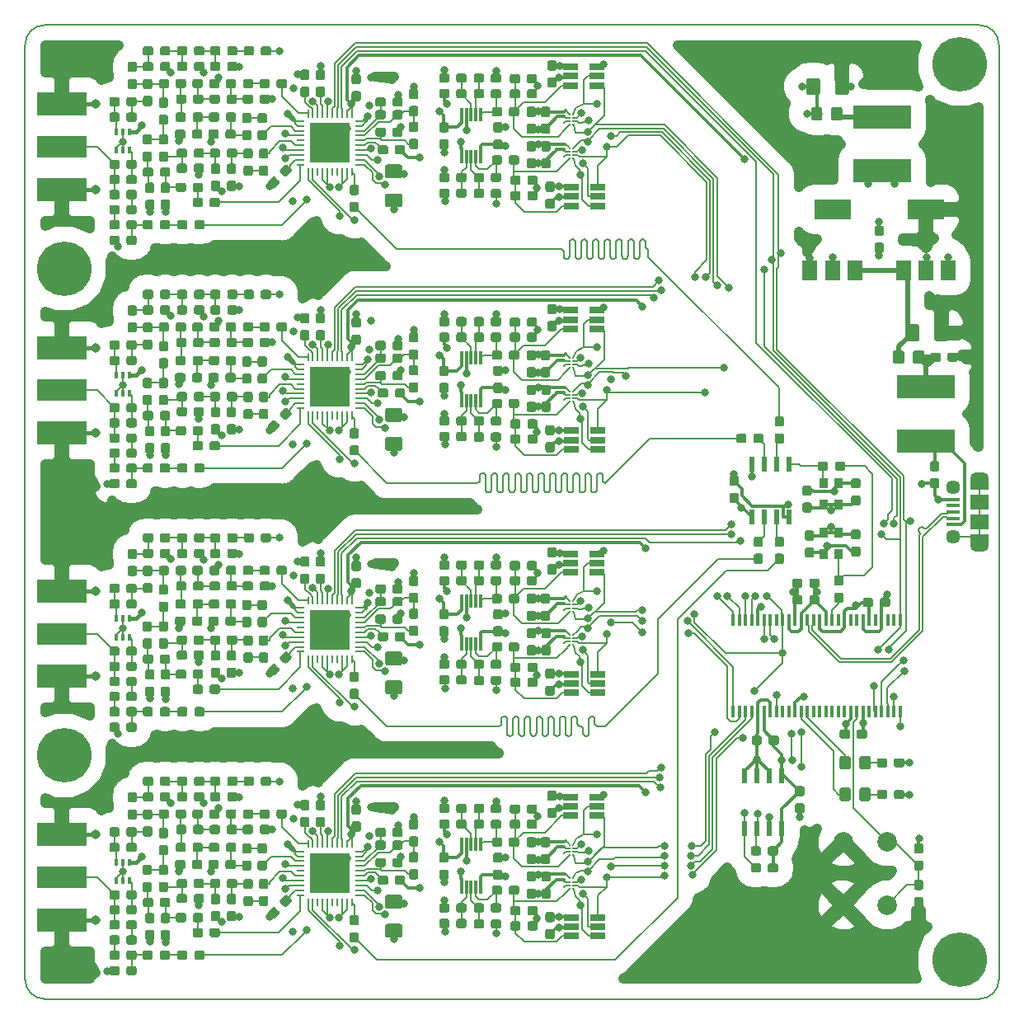
<source format=gbr>
%TF.GenerationSoftware,KiCad,Pcbnew,5.0.2-bee76a0~70~ubuntu18.04.1*%
%TF.CreationDate,2020-09-30T14:13:53+10:00*%
%TF.ProjectId,SDR_board,5344525f-626f-4617-9264-2e6b69636164,rev?*%
%TF.SameCoordinates,Original*%
%TF.FileFunction,Copper,L1,Top*%
%TF.FilePolarity,Positive*%
%FSLAX46Y46*%
G04 Gerber Fmt 4.6, Leading zero omitted, Abs format (unit mm)*
G04 Created by KiCad (PCBNEW 5.0.2-bee76a0~70~ubuntu18.04.1) date Wed 30 Sep 2020 14:13:53 AEST*
%MOMM*%
%LPD*%
G01*
G04 APERTURE LIST*
%ADD10C,0.150000*%
%ADD11R,0.400000X1.200000*%
%ADD12C,5.600000*%
%ADD13C,0.100000*%
%ADD14C,0.950000*%
%ADD15C,1.425000*%
%ADD16C,1.150000*%
%ADD17R,1.900000X1.500000*%
%ADD18C,1.450000*%
%ADD19R,1.350000X0.400000*%
%ADD20O,1.900000X1.200000*%
%ADD21R,1.900000X1.200000*%
%ADD22R,5.080000X2.290000*%
%ADD23R,5.080000X2.420000*%
%ADD24C,0.970000*%
%ADD25R,0.950000X0.460000*%
%ADD26R,5.900000X2.450000*%
%ADD27C,2.000000*%
%ADD28R,3.800000X2.000000*%
%ADD29R,1.500000X2.000000*%
%ADD30R,0.600000X1.550000*%
%ADD31R,0.400000X0.650000*%
%ADD32C,0.200000*%
%ADD33R,1.560000X0.650000*%
%ADD34R,0.300000X1.400000*%
%ADD35R,0.900000X1.000000*%
%ADD36R,4.150000X4.150000*%
%ADD37C,0.280000*%
%ADD38R,0.280000X0.710000*%
%ADD39R,0.710000X0.280000*%
%ADD40C,0.800000*%
%ADD41C,0.130000*%
%ADD42C,0.400000*%
%ADD43C,0.200000*%
%ADD44C,0.300000*%
%ADD45C,0.146800*%
%ADD46C,0.500000*%
%ADD47C,0.153200*%
%ADD48C,1.000000*%
G04 APERTURE END LIST*
D10*
X27000000Y-120000000D02*
G75*
G02X25000000Y-118000000I0J2000000D01*
G01*
X125000000Y-118000000D02*
G75*
G02X123000000Y-120000000I-2000000J0D01*
G01*
X123000000Y-20000000D02*
G75*
G02X125000000Y-22000000I0J-2000000D01*
G01*
X25000000Y-22000000D02*
G75*
G02X27000000Y-20000000I2000000J0D01*
G01*
X25000000Y-117999999D02*
X25000000Y-21999999D01*
X123000000Y-120000000D02*
X27000000Y-120000000D01*
X125000000Y-22000000D02*
X125000000Y-118000000D01*
X27000000Y-20000000D02*
X123000000Y-20000000D01*
D11*
X114872500Y-81100000D03*
X114237500Y-81100000D03*
X113602500Y-81100000D03*
X112967500Y-81100000D03*
X112332500Y-81100000D03*
X111697500Y-81100000D03*
X111062500Y-81100000D03*
X110427500Y-81100000D03*
X109792500Y-81100000D03*
X109157500Y-81100000D03*
X108522500Y-81100000D03*
X107887500Y-81100000D03*
X107252500Y-81100000D03*
X106617500Y-81100000D03*
X105982500Y-81100000D03*
X105347500Y-81100000D03*
X104712500Y-81100000D03*
X104077500Y-81100000D03*
X103442500Y-81100000D03*
X102807500Y-81100000D03*
X102172500Y-81100000D03*
X101537500Y-81100000D03*
X100902500Y-81100000D03*
X100267500Y-81100000D03*
X99632500Y-81100000D03*
X98997500Y-81100000D03*
X98362500Y-81100000D03*
X97727500Y-81100000D03*
X97727500Y-90500000D03*
X98362500Y-90500000D03*
X98997500Y-90500000D03*
X99632500Y-90500000D03*
X100267500Y-90500000D03*
X100902500Y-90500000D03*
X101537500Y-90500000D03*
X102172500Y-90500000D03*
X102807500Y-90500000D03*
X103442500Y-90500000D03*
X104077500Y-90500000D03*
X104712500Y-90500000D03*
X105347500Y-90500000D03*
X105982500Y-90500000D03*
X106617500Y-90500000D03*
X107252500Y-90500000D03*
X107887500Y-90500000D03*
X108522500Y-90500000D03*
X109157500Y-90500000D03*
X109792500Y-90500000D03*
X110427500Y-90500000D03*
X111062500Y-90500000D03*
X111697500Y-90500000D03*
X112332500Y-90500000D03*
X112967500Y-90500000D03*
X113602500Y-90500000D03*
X114237500Y-90500000D03*
X114872500Y-90500000D03*
D12*
X121000000Y-116000000D03*
X121000000Y-24000000D03*
X29000000Y-45000000D03*
D13*
G36*
X77240779Y-28376144D02*
X77263834Y-28379563D01*
X77286443Y-28385227D01*
X77308387Y-28393079D01*
X77329457Y-28403044D01*
X77349448Y-28415026D01*
X77368168Y-28428910D01*
X77385438Y-28444562D01*
X77401090Y-28461832D01*
X77414974Y-28480552D01*
X77426956Y-28500543D01*
X77436921Y-28521613D01*
X77444773Y-28543557D01*
X77450437Y-28566166D01*
X77453856Y-28589221D01*
X77455000Y-28612500D01*
X77455000Y-29187500D01*
X77453856Y-29210779D01*
X77450437Y-29233834D01*
X77444773Y-29256443D01*
X77436921Y-29278387D01*
X77426956Y-29299457D01*
X77414974Y-29319448D01*
X77401090Y-29338168D01*
X77385438Y-29355438D01*
X77368168Y-29371090D01*
X77349448Y-29384974D01*
X77329457Y-29396956D01*
X77308387Y-29406921D01*
X77286443Y-29414773D01*
X77263834Y-29420437D01*
X77240779Y-29423856D01*
X77217500Y-29425000D01*
X76742500Y-29425000D01*
X76719221Y-29423856D01*
X76696166Y-29420437D01*
X76673557Y-29414773D01*
X76651613Y-29406921D01*
X76630543Y-29396956D01*
X76610552Y-29384974D01*
X76591832Y-29371090D01*
X76574562Y-29355438D01*
X76558910Y-29338168D01*
X76545026Y-29319448D01*
X76533044Y-29299457D01*
X76523079Y-29278387D01*
X76515227Y-29256443D01*
X76509563Y-29233834D01*
X76506144Y-29210779D01*
X76505000Y-29187500D01*
X76505000Y-28612500D01*
X76506144Y-28589221D01*
X76509563Y-28566166D01*
X76515227Y-28543557D01*
X76523079Y-28521613D01*
X76533044Y-28500543D01*
X76545026Y-28480552D01*
X76558910Y-28461832D01*
X76574562Y-28444562D01*
X76591832Y-28428910D01*
X76610552Y-28415026D01*
X76630543Y-28403044D01*
X76651613Y-28393079D01*
X76673557Y-28385227D01*
X76696166Y-28379563D01*
X76719221Y-28376144D01*
X76742500Y-28375000D01*
X77217500Y-28375000D01*
X77240779Y-28376144D01*
X77240779Y-28376144D01*
G37*
D14*
X76980000Y-28900000D03*
D13*
G36*
X77240779Y-30126144D02*
X77263834Y-30129563D01*
X77286443Y-30135227D01*
X77308387Y-30143079D01*
X77329457Y-30153044D01*
X77349448Y-30165026D01*
X77368168Y-30178910D01*
X77385438Y-30194562D01*
X77401090Y-30211832D01*
X77414974Y-30230552D01*
X77426956Y-30250543D01*
X77436921Y-30271613D01*
X77444773Y-30293557D01*
X77450437Y-30316166D01*
X77453856Y-30339221D01*
X77455000Y-30362500D01*
X77455000Y-30937500D01*
X77453856Y-30960779D01*
X77450437Y-30983834D01*
X77444773Y-31006443D01*
X77436921Y-31028387D01*
X77426956Y-31049457D01*
X77414974Y-31069448D01*
X77401090Y-31088168D01*
X77385438Y-31105438D01*
X77368168Y-31121090D01*
X77349448Y-31134974D01*
X77329457Y-31146956D01*
X77308387Y-31156921D01*
X77286443Y-31164773D01*
X77263834Y-31170437D01*
X77240779Y-31173856D01*
X77217500Y-31175000D01*
X76742500Y-31175000D01*
X76719221Y-31173856D01*
X76696166Y-31170437D01*
X76673557Y-31164773D01*
X76651613Y-31156921D01*
X76630543Y-31146956D01*
X76610552Y-31134974D01*
X76591832Y-31121090D01*
X76574562Y-31105438D01*
X76558910Y-31088168D01*
X76545026Y-31069448D01*
X76533044Y-31049457D01*
X76523079Y-31028387D01*
X76515227Y-31006443D01*
X76509563Y-30983834D01*
X76506144Y-30960779D01*
X76505000Y-30937500D01*
X76505000Y-30362500D01*
X76506144Y-30339221D01*
X76509563Y-30316166D01*
X76515227Y-30293557D01*
X76523079Y-30271613D01*
X76533044Y-30250543D01*
X76545026Y-30230552D01*
X76558910Y-30211832D01*
X76574562Y-30194562D01*
X76591832Y-30178910D01*
X76610552Y-30165026D01*
X76630543Y-30153044D01*
X76651613Y-30143079D01*
X76673557Y-30135227D01*
X76696166Y-30129563D01*
X76719221Y-30126144D01*
X76742500Y-30125000D01*
X77217500Y-30125000D01*
X77240779Y-30126144D01*
X77240779Y-30126144D01*
G37*
D14*
X76980000Y-30650000D03*
D13*
G36*
X112960779Y-40601144D02*
X112983834Y-40604563D01*
X113006443Y-40610227D01*
X113028387Y-40618079D01*
X113049457Y-40628044D01*
X113069448Y-40640026D01*
X113088168Y-40653910D01*
X113105438Y-40669562D01*
X113121090Y-40686832D01*
X113134974Y-40705552D01*
X113146956Y-40725543D01*
X113156921Y-40746613D01*
X113164773Y-40768557D01*
X113170437Y-40791166D01*
X113173856Y-40814221D01*
X113175000Y-40837500D01*
X113175000Y-41412500D01*
X113173856Y-41435779D01*
X113170437Y-41458834D01*
X113164773Y-41481443D01*
X113156921Y-41503387D01*
X113146956Y-41524457D01*
X113134974Y-41544448D01*
X113121090Y-41563168D01*
X113105438Y-41580438D01*
X113088168Y-41596090D01*
X113069448Y-41609974D01*
X113049457Y-41621956D01*
X113028387Y-41631921D01*
X113006443Y-41639773D01*
X112983834Y-41645437D01*
X112960779Y-41648856D01*
X112937500Y-41650000D01*
X112462500Y-41650000D01*
X112439221Y-41648856D01*
X112416166Y-41645437D01*
X112393557Y-41639773D01*
X112371613Y-41631921D01*
X112350543Y-41621956D01*
X112330552Y-41609974D01*
X112311832Y-41596090D01*
X112294562Y-41580438D01*
X112278910Y-41563168D01*
X112265026Y-41544448D01*
X112253044Y-41524457D01*
X112243079Y-41503387D01*
X112235227Y-41481443D01*
X112229563Y-41458834D01*
X112226144Y-41435779D01*
X112225000Y-41412500D01*
X112225000Y-40837500D01*
X112226144Y-40814221D01*
X112229563Y-40791166D01*
X112235227Y-40768557D01*
X112243079Y-40746613D01*
X112253044Y-40725543D01*
X112265026Y-40705552D01*
X112278910Y-40686832D01*
X112294562Y-40669562D01*
X112311832Y-40653910D01*
X112330552Y-40640026D01*
X112350543Y-40628044D01*
X112371613Y-40618079D01*
X112393557Y-40610227D01*
X112416166Y-40604563D01*
X112439221Y-40601144D01*
X112462500Y-40600000D01*
X112937500Y-40600000D01*
X112960779Y-40601144D01*
X112960779Y-40601144D01*
G37*
D14*
X112700000Y-41125000D03*
D13*
G36*
X112960779Y-42351144D02*
X112983834Y-42354563D01*
X113006443Y-42360227D01*
X113028387Y-42368079D01*
X113049457Y-42378044D01*
X113069448Y-42390026D01*
X113088168Y-42403910D01*
X113105438Y-42419562D01*
X113121090Y-42436832D01*
X113134974Y-42455552D01*
X113146956Y-42475543D01*
X113156921Y-42496613D01*
X113164773Y-42518557D01*
X113170437Y-42541166D01*
X113173856Y-42564221D01*
X113175000Y-42587500D01*
X113175000Y-43162500D01*
X113173856Y-43185779D01*
X113170437Y-43208834D01*
X113164773Y-43231443D01*
X113156921Y-43253387D01*
X113146956Y-43274457D01*
X113134974Y-43294448D01*
X113121090Y-43313168D01*
X113105438Y-43330438D01*
X113088168Y-43346090D01*
X113069448Y-43359974D01*
X113049457Y-43371956D01*
X113028387Y-43381921D01*
X113006443Y-43389773D01*
X112983834Y-43395437D01*
X112960779Y-43398856D01*
X112937500Y-43400000D01*
X112462500Y-43400000D01*
X112439221Y-43398856D01*
X112416166Y-43395437D01*
X112393557Y-43389773D01*
X112371613Y-43381921D01*
X112350543Y-43371956D01*
X112330552Y-43359974D01*
X112311832Y-43346090D01*
X112294562Y-43330438D01*
X112278910Y-43313168D01*
X112265026Y-43294448D01*
X112253044Y-43274457D01*
X112243079Y-43253387D01*
X112235227Y-43231443D01*
X112229563Y-43208834D01*
X112226144Y-43185779D01*
X112225000Y-43162500D01*
X112225000Y-42587500D01*
X112226144Y-42564221D01*
X112229563Y-42541166D01*
X112235227Y-42518557D01*
X112243079Y-42496613D01*
X112253044Y-42475543D01*
X112265026Y-42455552D01*
X112278910Y-42436832D01*
X112294562Y-42419562D01*
X112311832Y-42403910D01*
X112330552Y-42390026D01*
X112350543Y-42378044D01*
X112371613Y-42368079D01*
X112393557Y-42360227D01*
X112416166Y-42354563D01*
X112439221Y-42351144D01*
X112462500Y-42350000D01*
X112937500Y-42350000D01*
X112960779Y-42351144D01*
X112960779Y-42351144D01*
G37*
D14*
X112700000Y-42875000D03*
D13*
G36*
X118660779Y-64776144D02*
X118683834Y-64779563D01*
X118706443Y-64785227D01*
X118728387Y-64793079D01*
X118749457Y-64803044D01*
X118769448Y-64815026D01*
X118788168Y-64828910D01*
X118805438Y-64844562D01*
X118821090Y-64861832D01*
X118834974Y-64880552D01*
X118846956Y-64900543D01*
X118856921Y-64921613D01*
X118864773Y-64943557D01*
X118870437Y-64966166D01*
X118873856Y-64989221D01*
X118875000Y-65012500D01*
X118875000Y-65587500D01*
X118873856Y-65610779D01*
X118870437Y-65633834D01*
X118864773Y-65656443D01*
X118856921Y-65678387D01*
X118846956Y-65699457D01*
X118834974Y-65719448D01*
X118821090Y-65738168D01*
X118805438Y-65755438D01*
X118788168Y-65771090D01*
X118769448Y-65784974D01*
X118749457Y-65796956D01*
X118728387Y-65806921D01*
X118706443Y-65814773D01*
X118683834Y-65820437D01*
X118660779Y-65823856D01*
X118637500Y-65825000D01*
X118162500Y-65825000D01*
X118139221Y-65823856D01*
X118116166Y-65820437D01*
X118093557Y-65814773D01*
X118071613Y-65806921D01*
X118050543Y-65796956D01*
X118030552Y-65784974D01*
X118011832Y-65771090D01*
X117994562Y-65755438D01*
X117978910Y-65738168D01*
X117965026Y-65719448D01*
X117953044Y-65699457D01*
X117943079Y-65678387D01*
X117935227Y-65656443D01*
X117929563Y-65633834D01*
X117926144Y-65610779D01*
X117925000Y-65587500D01*
X117925000Y-65012500D01*
X117926144Y-64989221D01*
X117929563Y-64966166D01*
X117935227Y-64943557D01*
X117943079Y-64921613D01*
X117953044Y-64900543D01*
X117965026Y-64880552D01*
X117978910Y-64861832D01*
X117994562Y-64844562D01*
X118011832Y-64828910D01*
X118030552Y-64815026D01*
X118050543Y-64803044D01*
X118071613Y-64793079D01*
X118093557Y-64785227D01*
X118116166Y-64779563D01*
X118139221Y-64776144D01*
X118162500Y-64775000D01*
X118637500Y-64775000D01*
X118660779Y-64776144D01*
X118660779Y-64776144D01*
G37*
D14*
X118400000Y-65300000D03*
D13*
G36*
X118660779Y-66526144D02*
X118683834Y-66529563D01*
X118706443Y-66535227D01*
X118728387Y-66543079D01*
X118749457Y-66553044D01*
X118769448Y-66565026D01*
X118788168Y-66578910D01*
X118805438Y-66594562D01*
X118821090Y-66611832D01*
X118834974Y-66630552D01*
X118846956Y-66650543D01*
X118856921Y-66671613D01*
X118864773Y-66693557D01*
X118870437Y-66716166D01*
X118873856Y-66739221D01*
X118875000Y-66762500D01*
X118875000Y-67337500D01*
X118873856Y-67360779D01*
X118870437Y-67383834D01*
X118864773Y-67406443D01*
X118856921Y-67428387D01*
X118846956Y-67449457D01*
X118834974Y-67469448D01*
X118821090Y-67488168D01*
X118805438Y-67505438D01*
X118788168Y-67521090D01*
X118769448Y-67534974D01*
X118749457Y-67546956D01*
X118728387Y-67556921D01*
X118706443Y-67564773D01*
X118683834Y-67570437D01*
X118660779Y-67573856D01*
X118637500Y-67575000D01*
X118162500Y-67575000D01*
X118139221Y-67573856D01*
X118116166Y-67570437D01*
X118093557Y-67564773D01*
X118071613Y-67556921D01*
X118050543Y-67546956D01*
X118030552Y-67534974D01*
X118011832Y-67521090D01*
X117994562Y-67505438D01*
X117978910Y-67488168D01*
X117965026Y-67469448D01*
X117953044Y-67449457D01*
X117943079Y-67428387D01*
X117935227Y-67406443D01*
X117929563Y-67383834D01*
X117926144Y-67360779D01*
X117925000Y-67337500D01*
X117925000Y-66762500D01*
X117926144Y-66739221D01*
X117929563Y-66716166D01*
X117935227Y-66693557D01*
X117943079Y-66671613D01*
X117953044Y-66650543D01*
X117965026Y-66630552D01*
X117978910Y-66611832D01*
X117994562Y-66594562D01*
X118011832Y-66578910D01*
X118030552Y-66565026D01*
X118050543Y-66553044D01*
X118071613Y-66543079D01*
X118093557Y-66535227D01*
X118116166Y-66529563D01*
X118139221Y-66526144D01*
X118162500Y-66525000D01*
X118637500Y-66525000D01*
X118660779Y-66526144D01*
X118660779Y-66526144D01*
G37*
D14*
X118400000Y-67050000D03*
D13*
G36*
X116612004Y-50726204D02*
X116636273Y-50729804D01*
X116660071Y-50735765D01*
X116683171Y-50744030D01*
X116705349Y-50754520D01*
X116726393Y-50767133D01*
X116746098Y-50781747D01*
X116764277Y-50798223D01*
X116780753Y-50816402D01*
X116795367Y-50836107D01*
X116807980Y-50857151D01*
X116818470Y-50879329D01*
X116826735Y-50902429D01*
X116832696Y-50926227D01*
X116836296Y-50950496D01*
X116837500Y-50975000D01*
X116837500Y-52225000D01*
X116836296Y-52249504D01*
X116832696Y-52273773D01*
X116826735Y-52297571D01*
X116818470Y-52320671D01*
X116807980Y-52342849D01*
X116795367Y-52363893D01*
X116780753Y-52383598D01*
X116764277Y-52401777D01*
X116746098Y-52418253D01*
X116726393Y-52432867D01*
X116705349Y-52445480D01*
X116683171Y-52455970D01*
X116660071Y-52464235D01*
X116636273Y-52470196D01*
X116612004Y-52473796D01*
X116587500Y-52475000D01*
X115662500Y-52475000D01*
X115637996Y-52473796D01*
X115613727Y-52470196D01*
X115589929Y-52464235D01*
X115566829Y-52455970D01*
X115544651Y-52445480D01*
X115523607Y-52432867D01*
X115503902Y-52418253D01*
X115485723Y-52401777D01*
X115469247Y-52383598D01*
X115454633Y-52363893D01*
X115442020Y-52342849D01*
X115431530Y-52320671D01*
X115423265Y-52297571D01*
X115417304Y-52273773D01*
X115413704Y-52249504D01*
X115412500Y-52225000D01*
X115412500Y-50975000D01*
X115413704Y-50950496D01*
X115417304Y-50926227D01*
X115423265Y-50902429D01*
X115431530Y-50879329D01*
X115442020Y-50857151D01*
X115454633Y-50836107D01*
X115469247Y-50816402D01*
X115485723Y-50798223D01*
X115503902Y-50781747D01*
X115523607Y-50767133D01*
X115544651Y-50754520D01*
X115566829Y-50744030D01*
X115589929Y-50735765D01*
X115613727Y-50729804D01*
X115637996Y-50726204D01*
X115662500Y-50725000D01*
X116587500Y-50725000D01*
X116612004Y-50726204D01*
X116612004Y-50726204D01*
G37*
D15*
X116125000Y-51600000D03*
D13*
G36*
X119587004Y-50726204D02*
X119611273Y-50729804D01*
X119635071Y-50735765D01*
X119658171Y-50744030D01*
X119680349Y-50754520D01*
X119701393Y-50767133D01*
X119721098Y-50781747D01*
X119739277Y-50798223D01*
X119755753Y-50816402D01*
X119770367Y-50836107D01*
X119782980Y-50857151D01*
X119793470Y-50879329D01*
X119801735Y-50902429D01*
X119807696Y-50926227D01*
X119811296Y-50950496D01*
X119812500Y-50975000D01*
X119812500Y-52225000D01*
X119811296Y-52249504D01*
X119807696Y-52273773D01*
X119801735Y-52297571D01*
X119793470Y-52320671D01*
X119782980Y-52342849D01*
X119770367Y-52363893D01*
X119755753Y-52383598D01*
X119739277Y-52401777D01*
X119721098Y-52418253D01*
X119701393Y-52432867D01*
X119680349Y-52445480D01*
X119658171Y-52455970D01*
X119635071Y-52464235D01*
X119611273Y-52470196D01*
X119587004Y-52473796D01*
X119562500Y-52475000D01*
X118637500Y-52475000D01*
X118612996Y-52473796D01*
X118588727Y-52470196D01*
X118564929Y-52464235D01*
X118541829Y-52455970D01*
X118519651Y-52445480D01*
X118498607Y-52432867D01*
X118478902Y-52418253D01*
X118460723Y-52401777D01*
X118444247Y-52383598D01*
X118429633Y-52363893D01*
X118417020Y-52342849D01*
X118406530Y-52320671D01*
X118398265Y-52297571D01*
X118392304Y-52273773D01*
X118388704Y-52249504D01*
X118387500Y-52225000D01*
X118387500Y-50975000D01*
X118388704Y-50950496D01*
X118392304Y-50926227D01*
X118398265Y-50902429D01*
X118406530Y-50879329D01*
X118417020Y-50857151D01*
X118429633Y-50836107D01*
X118444247Y-50816402D01*
X118460723Y-50798223D01*
X118478902Y-50781747D01*
X118498607Y-50767133D01*
X118519651Y-50754520D01*
X118541829Y-50744030D01*
X118564929Y-50735765D01*
X118588727Y-50729804D01*
X118612996Y-50726204D01*
X118637500Y-50725000D01*
X119562500Y-50725000D01*
X119587004Y-50726204D01*
X119587004Y-50726204D01*
G37*
D15*
X119100000Y-51600000D03*
D13*
G36*
X109374504Y-25426204D02*
X109398773Y-25429804D01*
X109422571Y-25435765D01*
X109445671Y-25444030D01*
X109467849Y-25454520D01*
X109488893Y-25467133D01*
X109508598Y-25481747D01*
X109526777Y-25498223D01*
X109543253Y-25516402D01*
X109557867Y-25536107D01*
X109570480Y-25557151D01*
X109580970Y-25579329D01*
X109589235Y-25602429D01*
X109595196Y-25626227D01*
X109598796Y-25650496D01*
X109600000Y-25675000D01*
X109600000Y-26925000D01*
X109598796Y-26949504D01*
X109595196Y-26973773D01*
X109589235Y-26997571D01*
X109580970Y-27020671D01*
X109570480Y-27042849D01*
X109557867Y-27063893D01*
X109543253Y-27083598D01*
X109526777Y-27101777D01*
X109508598Y-27118253D01*
X109488893Y-27132867D01*
X109467849Y-27145480D01*
X109445671Y-27155970D01*
X109422571Y-27164235D01*
X109398773Y-27170196D01*
X109374504Y-27173796D01*
X109350000Y-27175000D01*
X108425000Y-27175000D01*
X108400496Y-27173796D01*
X108376227Y-27170196D01*
X108352429Y-27164235D01*
X108329329Y-27155970D01*
X108307151Y-27145480D01*
X108286107Y-27132867D01*
X108266402Y-27118253D01*
X108248223Y-27101777D01*
X108231747Y-27083598D01*
X108217133Y-27063893D01*
X108204520Y-27042849D01*
X108194030Y-27020671D01*
X108185765Y-26997571D01*
X108179804Y-26973773D01*
X108176204Y-26949504D01*
X108175000Y-26925000D01*
X108175000Y-25675000D01*
X108176204Y-25650496D01*
X108179804Y-25626227D01*
X108185765Y-25602429D01*
X108194030Y-25579329D01*
X108204520Y-25557151D01*
X108217133Y-25536107D01*
X108231747Y-25516402D01*
X108248223Y-25498223D01*
X108266402Y-25481747D01*
X108286107Y-25467133D01*
X108307151Y-25454520D01*
X108329329Y-25444030D01*
X108352429Y-25435765D01*
X108376227Y-25429804D01*
X108400496Y-25426204D01*
X108425000Y-25425000D01*
X109350000Y-25425000D01*
X109374504Y-25426204D01*
X109374504Y-25426204D01*
G37*
D15*
X108887500Y-26300000D03*
D13*
G36*
X106399504Y-25426204D02*
X106423773Y-25429804D01*
X106447571Y-25435765D01*
X106470671Y-25444030D01*
X106492849Y-25454520D01*
X106513893Y-25467133D01*
X106533598Y-25481747D01*
X106551777Y-25498223D01*
X106568253Y-25516402D01*
X106582867Y-25536107D01*
X106595480Y-25557151D01*
X106605970Y-25579329D01*
X106614235Y-25602429D01*
X106620196Y-25626227D01*
X106623796Y-25650496D01*
X106625000Y-25675000D01*
X106625000Y-26925000D01*
X106623796Y-26949504D01*
X106620196Y-26973773D01*
X106614235Y-26997571D01*
X106605970Y-27020671D01*
X106595480Y-27042849D01*
X106582867Y-27063893D01*
X106568253Y-27083598D01*
X106551777Y-27101777D01*
X106533598Y-27118253D01*
X106513893Y-27132867D01*
X106492849Y-27145480D01*
X106470671Y-27155970D01*
X106447571Y-27164235D01*
X106423773Y-27170196D01*
X106399504Y-27173796D01*
X106375000Y-27175000D01*
X105450000Y-27175000D01*
X105425496Y-27173796D01*
X105401227Y-27170196D01*
X105377429Y-27164235D01*
X105354329Y-27155970D01*
X105332151Y-27145480D01*
X105311107Y-27132867D01*
X105291402Y-27118253D01*
X105273223Y-27101777D01*
X105256747Y-27083598D01*
X105242133Y-27063893D01*
X105229520Y-27042849D01*
X105219030Y-27020671D01*
X105210765Y-26997571D01*
X105204804Y-26973773D01*
X105201204Y-26949504D01*
X105200000Y-26925000D01*
X105200000Y-25675000D01*
X105201204Y-25650496D01*
X105204804Y-25626227D01*
X105210765Y-25602429D01*
X105219030Y-25579329D01*
X105229520Y-25557151D01*
X105242133Y-25536107D01*
X105256747Y-25516402D01*
X105273223Y-25498223D01*
X105291402Y-25481747D01*
X105311107Y-25467133D01*
X105332151Y-25454520D01*
X105354329Y-25444030D01*
X105377429Y-25435765D01*
X105401227Y-25429804D01*
X105425496Y-25426204D01*
X105450000Y-25425000D01*
X106375000Y-25425000D01*
X106399504Y-25426204D01*
X106399504Y-25426204D01*
G37*
D15*
X105912500Y-26300000D03*
D13*
G36*
X98060779Y-68026144D02*
X98083834Y-68029563D01*
X98106443Y-68035227D01*
X98128387Y-68043079D01*
X98149457Y-68053044D01*
X98169448Y-68065026D01*
X98188168Y-68078910D01*
X98205438Y-68094562D01*
X98221090Y-68111832D01*
X98234974Y-68130552D01*
X98246956Y-68150543D01*
X98256921Y-68171613D01*
X98264773Y-68193557D01*
X98270437Y-68216166D01*
X98273856Y-68239221D01*
X98275000Y-68262500D01*
X98275000Y-68837500D01*
X98273856Y-68860779D01*
X98270437Y-68883834D01*
X98264773Y-68906443D01*
X98256921Y-68928387D01*
X98246956Y-68949457D01*
X98234974Y-68969448D01*
X98221090Y-68988168D01*
X98205438Y-69005438D01*
X98188168Y-69021090D01*
X98169448Y-69034974D01*
X98149457Y-69046956D01*
X98128387Y-69056921D01*
X98106443Y-69064773D01*
X98083834Y-69070437D01*
X98060779Y-69073856D01*
X98037500Y-69075000D01*
X97562500Y-69075000D01*
X97539221Y-69073856D01*
X97516166Y-69070437D01*
X97493557Y-69064773D01*
X97471613Y-69056921D01*
X97450543Y-69046956D01*
X97430552Y-69034974D01*
X97411832Y-69021090D01*
X97394562Y-69005438D01*
X97378910Y-68988168D01*
X97365026Y-68969448D01*
X97353044Y-68949457D01*
X97343079Y-68928387D01*
X97335227Y-68906443D01*
X97329563Y-68883834D01*
X97326144Y-68860779D01*
X97325000Y-68837500D01*
X97325000Y-68262500D01*
X97326144Y-68239221D01*
X97329563Y-68216166D01*
X97335227Y-68193557D01*
X97343079Y-68171613D01*
X97353044Y-68150543D01*
X97365026Y-68130552D01*
X97378910Y-68111832D01*
X97394562Y-68094562D01*
X97411832Y-68078910D01*
X97430552Y-68065026D01*
X97450543Y-68053044D01*
X97471613Y-68043079D01*
X97493557Y-68035227D01*
X97516166Y-68029563D01*
X97539221Y-68026144D01*
X97562500Y-68025000D01*
X98037500Y-68025000D01*
X98060779Y-68026144D01*
X98060779Y-68026144D01*
G37*
D14*
X97800000Y-68550000D03*
D13*
G36*
X98060779Y-66276144D02*
X98083834Y-66279563D01*
X98106443Y-66285227D01*
X98128387Y-66293079D01*
X98149457Y-66303044D01*
X98169448Y-66315026D01*
X98188168Y-66328910D01*
X98205438Y-66344562D01*
X98221090Y-66361832D01*
X98234974Y-66380552D01*
X98246956Y-66400543D01*
X98256921Y-66421613D01*
X98264773Y-66443557D01*
X98270437Y-66466166D01*
X98273856Y-66489221D01*
X98275000Y-66512500D01*
X98275000Y-67087500D01*
X98273856Y-67110779D01*
X98270437Y-67133834D01*
X98264773Y-67156443D01*
X98256921Y-67178387D01*
X98246956Y-67199457D01*
X98234974Y-67219448D01*
X98221090Y-67238168D01*
X98205438Y-67255438D01*
X98188168Y-67271090D01*
X98169448Y-67284974D01*
X98149457Y-67296956D01*
X98128387Y-67306921D01*
X98106443Y-67314773D01*
X98083834Y-67320437D01*
X98060779Y-67323856D01*
X98037500Y-67325000D01*
X97562500Y-67325000D01*
X97539221Y-67323856D01*
X97516166Y-67320437D01*
X97493557Y-67314773D01*
X97471613Y-67306921D01*
X97450543Y-67296956D01*
X97430552Y-67284974D01*
X97411832Y-67271090D01*
X97394562Y-67255438D01*
X97378910Y-67238168D01*
X97365026Y-67219448D01*
X97353044Y-67199457D01*
X97343079Y-67178387D01*
X97335227Y-67156443D01*
X97329563Y-67133834D01*
X97326144Y-67110779D01*
X97325000Y-67087500D01*
X97325000Y-66512500D01*
X97326144Y-66489221D01*
X97329563Y-66466166D01*
X97335227Y-66443557D01*
X97343079Y-66421613D01*
X97353044Y-66400543D01*
X97365026Y-66380552D01*
X97378910Y-66361832D01*
X97394562Y-66344562D01*
X97411832Y-66328910D01*
X97430552Y-66315026D01*
X97450543Y-66303044D01*
X97471613Y-66293079D01*
X97493557Y-66285227D01*
X97516166Y-66279563D01*
X97539221Y-66276144D01*
X97562500Y-66275000D01*
X98037500Y-66275000D01*
X98060779Y-66276144D01*
X98060779Y-66276144D01*
G37*
D14*
X97800000Y-66800000D03*
D13*
G36*
X105560779Y-67276144D02*
X105583834Y-67279563D01*
X105606443Y-67285227D01*
X105628387Y-67293079D01*
X105649457Y-67303044D01*
X105669448Y-67315026D01*
X105688168Y-67328910D01*
X105705438Y-67344562D01*
X105721090Y-67361832D01*
X105734974Y-67380552D01*
X105746956Y-67400543D01*
X105756921Y-67421613D01*
X105764773Y-67443557D01*
X105770437Y-67466166D01*
X105773856Y-67489221D01*
X105775000Y-67512500D01*
X105775000Y-68087500D01*
X105773856Y-68110779D01*
X105770437Y-68133834D01*
X105764773Y-68156443D01*
X105756921Y-68178387D01*
X105746956Y-68199457D01*
X105734974Y-68219448D01*
X105721090Y-68238168D01*
X105705438Y-68255438D01*
X105688168Y-68271090D01*
X105669448Y-68284974D01*
X105649457Y-68296956D01*
X105628387Y-68306921D01*
X105606443Y-68314773D01*
X105583834Y-68320437D01*
X105560779Y-68323856D01*
X105537500Y-68325000D01*
X105062500Y-68325000D01*
X105039221Y-68323856D01*
X105016166Y-68320437D01*
X104993557Y-68314773D01*
X104971613Y-68306921D01*
X104950543Y-68296956D01*
X104930552Y-68284974D01*
X104911832Y-68271090D01*
X104894562Y-68255438D01*
X104878910Y-68238168D01*
X104865026Y-68219448D01*
X104853044Y-68199457D01*
X104843079Y-68178387D01*
X104835227Y-68156443D01*
X104829563Y-68133834D01*
X104826144Y-68110779D01*
X104825000Y-68087500D01*
X104825000Y-67512500D01*
X104826144Y-67489221D01*
X104829563Y-67466166D01*
X104835227Y-67443557D01*
X104843079Y-67421613D01*
X104853044Y-67400543D01*
X104865026Y-67380552D01*
X104878910Y-67361832D01*
X104894562Y-67344562D01*
X104911832Y-67328910D01*
X104930552Y-67315026D01*
X104950543Y-67303044D01*
X104971613Y-67293079D01*
X104993557Y-67285227D01*
X105016166Y-67279563D01*
X105039221Y-67276144D01*
X105062500Y-67275000D01*
X105537500Y-67275000D01*
X105560779Y-67276144D01*
X105560779Y-67276144D01*
G37*
D14*
X105300000Y-67800000D03*
D13*
G36*
X105560779Y-69026144D02*
X105583834Y-69029563D01*
X105606443Y-69035227D01*
X105628387Y-69043079D01*
X105649457Y-69053044D01*
X105669448Y-69065026D01*
X105688168Y-69078910D01*
X105705438Y-69094562D01*
X105721090Y-69111832D01*
X105734974Y-69130552D01*
X105746956Y-69150543D01*
X105756921Y-69171613D01*
X105764773Y-69193557D01*
X105770437Y-69216166D01*
X105773856Y-69239221D01*
X105775000Y-69262500D01*
X105775000Y-69837500D01*
X105773856Y-69860779D01*
X105770437Y-69883834D01*
X105764773Y-69906443D01*
X105756921Y-69928387D01*
X105746956Y-69949457D01*
X105734974Y-69969448D01*
X105721090Y-69988168D01*
X105705438Y-70005438D01*
X105688168Y-70021090D01*
X105669448Y-70034974D01*
X105649457Y-70046956D01*
X105628387Y-70056921D01*
X105606443Y-70064773D01*
X105583834Y-70070437D01*
X105560779Y-70073856D01*
X105537500Y-70075000D01*
X105062500Y-70075000D01*
X105039221Y-70073856D01*
X105016166Y-70070437D01*
X104993557Y-70064773D01*
X104971613Y-70056921D01*
X104950543Y-70046956D01*
X104930552Y-70034974D01*
X104911832Y-70021090D01*
X104894562Y-70005438D01*
X104878910Y-69988168D01*
X104865026Y-69969448D01*
X104853044Y-69949457D01*
X104843079Y-69928387D01*
X104835227Y-69906443D01*
X104829563Y-69883834D01*
X104826144Y-69860779D01*
X104825000Y-69837500D01*
X104825000Y-69262500D01*
X104826144Y-69239221D01*
X104829563Y-69216166D01*
X104835227Y-69193557D01*
X104843079Y-69171613D01*
X104853044Y-69150543D01*
X104865026Y-69130552D01*
X104878910Y-69111832D01*
X104894562Y-69094562D01*
X104911832Y-69078910D01*
X104930552Y-69065026D01*
X104950543Y-69053044D01*
X104971613Y-69043079D01*
X104993557Y-69035227D01*
X105016166Y-69029563D01*
X105039221Y-69026144D01*
X105062500Y-69025000D01*
X105537500Y-69025000D01*
X105560779Y-69026144D01*
X105560779Y-69026144D01*
G37*
D14*
X105300000Y-69550000D03*
D13*
G36*
X110560779Y-66526144D02*
X110583834Y-66529563D01*
X110606443Y-66535227D01*
X110628387Y-66543079D01*
X110649457Y-66553044D01*
X110669448Y-66565026D01*
X110688168Y-66578910D01*
X110705438Y-66594562D01*
X110721090Y-66611832D01*
X110734974Y-66630552D01*
X110746956Y-66650543D01*
X110756921Y-66671613D01*
X110764773Y-66693557D01*
X110770437Y-66716166D01*
X110773856Y-66739221D01*
X110775000Y-66762500D01*
X110775000Y-67337500D01*
X110773856Y-67360779D01*
X110770437Y-67383834D01*
X110764773Y-67406443D01*
X110756921Y-67428387D01*
X110746956Y-67449457D01*
X110734974Y-67469448D01*
X110721090Y-67488168D01*
X110705438Y-67505438D01*
X110688168Y-67521090D01*
X110669448Y-67534974D01*
X110649457Y-67546956D01*
X110628387Y-67556921D01*
X110606443Y-67564773D01*
X110583834Y-67570437D01*
X110560779Y-67573856D01*
X110537500Y-67575000D01*
X110062500Y-67575000D01*
X110039221Y-67573856D01*
X110016166Y-67570437D01*
X109993557Y-67564773D01*
X109971613Y-67556921D01*
X109950543Y-67546956D01*
X109930552Y-67534974D01*
X109911832Y-67521090D01*
X109894562Y-67505438D01*
X109878910Y-67488168D01*
X109865026Y-67469448D01*
X109853044Y-67449457D01*
X109843079Y-67428387D01*
X109835227Y-67406443D01*
X109829563Y-67383834D01*
X109826144Y-67360779D01*
X109825000Y-67337500D01*
X109825000Y-66762500D01*
X109826144Y-66739221D01*
X109829563Y-66716166D01*
X109835227Y-66693557D01*
X109843079Y-66671613D01*
X109853044Y-66650543D01*
X109865026Y-66630552D01*
X109878910Y-66611832D01*
X109894562Y-66594562D01*
X109911832Y-66578910D01*
X109930552Y-66565026D01*
X109950543Y-66553044D01*
X109971613Y-66543079D01*
X109993557Y-66535227D01*
X110016166Y-66529563D01*
X110039221Y-66526144D01*
X110062500Y-66525000D01*
X110537500Y-66525000D01*
X110560779Y-66526144D01*
X110560779Y-66526144D01*
G37*
D14*
X110300000Y-67050000D03*
D13*
G36*
X110560779Y-68276144D02*
X110583834Y-68279563D01*
X110606443Y-68285227D01*
X110628387Y-68293079D01*
X110649457Y-68303044D01*
X110669448Y-68315026D01*
X110688168Y-68328910D01*
X110705438Y-68344562D01*
X110721090Y-68361832D01*
X110734974Y-68380552D01*
X110746956Y-68400543D01*
X110756921Y-68421613D01*
X110764773Y-68443557D01*
X110770437Y-68466166D01*
X110773856Y-68489221D01*
X110775000Y-68512500D01*
X110775000Y-69087500D01*
X110773856Y-69110779D01*
X110770437Y-69133834D01*
X110764773Y-69156443D01*
X110756921Y-69178387D01*
X110746956Y-69199457D01*
X110734974Y-69219448D01*
X110721090Y-69238168D01*
X110705438Y-69255438D01*
X110688168Y-69271090D01*
X110669448Y-69284974D01*
X110649457Y-69296956D01*
X110628387Y-69306921D01*
X110606443Y-69314773D01*
X110583834Y-69320437D01*
X110560779Y-69323856D01*
X110537500Y-69325000D01*
X110062500Y-69325000D01*
X110039221Y-69323856D01*
X110016166Y-69320437D01*
X109993557Y-69314773D01*
X109971613Y-69306921D01*
X109950543Y-69296956D01*
X109930552Y-69284974D01*
X109911832Y-69271090D01*
X109894562Y-69255438D01*
X109878910Y-69238168D01*
X109865026Y-69219448D01*
X109853044Y-69199457D01*
X109843079Y-69178387D01*
X109835227Y-69156443D01*
X109829563Y-69133834D01*
X109826144Y-69110779D01*
X109825000Y-69087500D01*
X109825000Y-68512500D01*
X109826144Y-68489221D01*
X109829563Y-68466166D01*
X109835227Y-68443557D01*
X109843079Y-68421613D01*
X109853044Y-68400543D01*
X109865026Y-68380552D01*
X109878910Y-68361832D01*
X109894562Y-68344562D01*
X109911832Y-68328910D01*
X109930552Y-68315026D01*
X109950543Y-68303044D01*
X109971613Y-68293079D01*
X109993557Y-68285227D01*
X110016166Y-68279563D01*
X110039221Y-68276144D01*
X110062500Y-68275000D01*
X110537500Y-68275000D01*
X110560779Y-68276144D01*
X110560779Y-68276144D01*
G37*
D14*
X110300000Y-68800000D03*
D13*
G36*
X106360779Y-76826144D02*
X106383834Y-76829563D01*
X106406443Y-76835227D01*
X106428387Y-76843079D01*
X106449457Y-76853044D01*
X106469448Y-76865026D01*
X106488168Y-76878910D01*
X106505438Y-76894562D01*
X106521090Y-76911832D01*
X106534974Y-76930552D01*
X106546956Y-76950543D01*
X106556921Y-76971613D01*
X106564773Y-76993557D01*
X106570437Y-77016166D01*
X106573856Y-77039221D01*
X106575000Y-77062500D01*
X106575000Y-77537500D01*
X106573856Y-77560779D01*
X106570437Y-77583834D01*
X106564773Y-77606443D01*
X106556921Y-77628387D01*
X106546956Y-77649457D01*
X106534974Y-77669448D01*
X106521090Y-77688168D01*
X106505438Y-77705438D01*
X106488168Y-77721090D01*
X106469448Y-77734974D01*
X106449457Y-77746956D01*
X106428387Y-77756921D01*
X106406443Y-77764773D01*
X106383834Y-77770437D01*
X106360779Y-77773856D01*
X106337500Y-77775000D01*
X105762500Y-77775000D01*
X105739221Y-77773856D01*
X105716166Y-77770437D01*
X105693557Y-77764773D01*
X105671613Y-77756921D01*
X105650543Y-77746956D01*
X105630552Y-77734974D01*
X105611832Y-77721090D01*
X105594562Y-77705438D01*
X105578910Y-77688168D01*
X105565026Y-77669448D01*
X105553044Y-77649457D01*
X105543079Y-77628387D01*
X105535227Y-77606443D01*
X105529563Y-77583834D01*
X105526144Y-77560779D01*
X105525000Y-77537500D01*
X105525000Y-77062500D01*
X105526144Y-77039221D01*
X105529563Y-77016166D01*
X105535227Y-76993557D01*
X105543079Y-76971613D01*
X105553044Y-76950543D01*
X105565026Y-76930552D01*
X105578910Y-76911832D01*
X105594562Y-76894562D01*
X105611832Y-76878910D01*
X105630552Y-76865026D01*
X105650543Y-76853044D01*
X105671613Y-76843079D01*
X105693557Y-76835227D01*
X105716166Y-76829563D01*
X105739221Y-76826144D01*
X105762500Y-76825000D01*
X106337500Y-76825000D01*
X106360779Y-76826144D01*
X106360779Y-76826144D01*
G37*
D14*
X106050000Y-77300000D03*
D13*
G36*
X104610779Y-76826144D02*
X104633834Y-76829563D01*
X104656443Y-76835227D01*
X104678387Y-76843079D01*
X104699457Y-76853044D01*
X104719448Y-76865026D01*
X104738168Y-76878910D01*
X104755438Y-76894562D01*
X104771090Y-76911832D01*
X104784974Y-76930552D01*
X104796956Y-76950543D01*
X104806921Y-76971613D01*
X104814773Y-76993557D01*
X104820437Y-77016166D01*
X104823856Y-77039221D01*
X104825000Y-77062500D01*
X104825000Y-77537500D01*
X104823856Y-77560779D01*
X104820437Y-77583834D01*
X104814773Y-77606443D01*
X104806921Y-77628387D01*
X104796956Y-77649457D01*
X104784974Y-77669448D01*
X104771090Y-77688168D01*
X104755438Y-77705438D01*
X104738168Y-77721090D01*
X104719448Y-77734974D01*
X104699457Y-77746956D01*
X104678387Y-77756921D01*
X104656443Y-77764773D01*
X104633834Y-77770437D01*
X104610779Y-77773856D01*
X104587500Y-77775000D01*
X104012500Y-77775000D01*
X103989221Y-77773856D01*
X103966166Y-77770437D01*
X103943557Y-77764773D01*
X103921613Y-77756921D01*
X103900543Y-77746956D01*
X103880552Y-77734974D01*
X103861832Y-77721090D01*
X103844562Y-77705438D01*
X103828910Y-77688168D01*
X103815026Y-77669448D01*
X103803044Y-77649457D01*
X103793079Y-77628387D01*
X103785227Y-77606443D01*
X103779563Y-77583834D01*
X103776144Y-77560779D01*
X103775000Y-77537500D01*
X103775000Y-77062500D01*
X103776144Y-77039221D01*
X103779563Y-77016166D01*
X103785227Y-76993557D01*
X103793079Y-76971613D01*
X103803044Y-76950543D01*
X103815026Y-76930552D01*
X103828910Y-76911832D01*
X103844562Y-76894562D01*
X103861832Y-76878910D01*
X103880552Y-76865026D01*
X103900543Y-76853044D01*
X103921613Y-76843079D01*
X103943557Y-76835227D01*
X103966166Y-76829563D01*
X103989221Y-76826144D01*
X104012500Y-76825000D01*
X104587500Y-76825000D01*
X104610779Y-76826144D01*
X104610779Y-76826144D01*
G37*
D14*
X104300000Y-77300000D03*
D13*
G36*
X104610779Y-78576144D02*
X104633834Y-78579563D01*
X104656443Y-78585227D01*
X104678387Y-78593079D01*
X104699457Y-78603044D01*
X104719448Y-78615026D01*
X104738168Y-78628910D01*
X104755438Y-78644562D01*
X104771090Y-78661832D01*
X104784974Y-78680552D01*
X104796956Y-78700543D01*
X104806921Y-78721613D01*
X104814773Y-78743557D01*
X104820437Y-78766166D01*
X104823856Y-78789221D01*
X104825000Y-78812500D01*
X104825000Y-79287500D01*
X104823856Y-79310779D01*
X104820437Y-79333834D01*
X104814773Y-79356443D01*
X104806921Y-79378387D01*
X104796956Y-79399457D01*
X104784974Y-79419448D01*
X104771090Y-79438168D01*
X104755438Y-79455438D01*
X104738168Y-79471090D01*
X104719448Y-79484974D01*
X104699457Y-79496956D01*
X104678387Y-79506921D01*
X104656443Y-79514773D01*
X104633834Y-79520437D01*
X104610779Y-79523856D01*
X104587500Y-79525000D01*
X104012500Y-79525000D01*
X103989221Y-79523856D01*
X103966166Y-79520437D01*
X103943557Y-79514773D01*
X103921613Y-79506921D01*
X103900543Y-79496956D01*
X103880552Y-79484974D01*
X103861832Y-79471090D01*
X103844562Y-79455438D01*
X103828910Y-79438168D01*
X103815026Y-79419448D01*
X103803044Y-79399457D01*
X103793079Y-79378387D01*
X103785227Y-79356443D01*
X103779563Y-79333834D01*
X103776144Y-79310779D01*
X103775000Y-79287500D01*
X103775000Y-78812500D01*
X103776144Y-78789221D01*
X103779563Y-78766166D01*
X103785227Y-78743557D01*
X103793079Y-78721613D01*
X103803044Y-78700543D01*
X103815026Y-78680552D01*
X103828910Y-78661832D01*
X103844562Y-78644562D01*
X103861832Y-78628910D01*
X103880552Y-78615026D01*
X103900543Y-78603044D01*
X103921613Y-78593079D01*
X103943557Y-78585227D01*
X103966166Y-78579563D01*
X103989221Y-78576144D01*
X104012500Y-78575000D01*
X104587500Y-78575000D01*
X104610779Y-78576144D01*
X104610779Y-78576144D01*
G37*
D14*
X104300000Y-79050000D03*
D13*
G36*
X106360779Y-78576144D02*
X106383834Y-78579563D01*
X106406443Y-78585227D01*
X106428387Y-78593079D01*
X106449457Y-78603044D01*
X106469448Y-78615026D01*
X106488168Y-78628910D01*
X106505438Y-78644562D01*
X106521090Y-78661832D01*
X106534974Y-78680552D01*
X106546956Y-78700543D01*
X106556921Y-78721613D01*
X106564773Y-78743557D01*
X106570437Y-78766166D01*
X106573856Y-78789221D01*
X106575000Y-78812500D01*
X106575000Y-79287500D01*
X106573856Y-79310779D01*
X106570437Y-79333834D01*
X106564773Y-79356443D01*
X106556921Y-79378387D01*
X106546956Y-79399457D01*
X106534974Y-79419448D01*
X106521090Y-79438168D01*
X106505438Y-79455438D01*
X106488168Y-79471090D01*
X106469448Y-79484974D01*
X106449457Y-79496956D01*
X106428387Y-79506921D01*
X106406443Y-79514773D01*
X106383834Y-79520437D01*
X106360779Y-79523856D01*
X106337500Y-79525000D01*
X105762500Y-79525000D01*
X105739221Y-79523856D01*
X105716166Y-79520437D01*
X105693557Y-79514773D01*
X105671613Y-79506921D01*
X105650543Y-79496956D01*
X105630552Y-79484974D01*
X105611832Y-79471090D01*
X105594562Y-79455438D01*
X105578910Y-79438168D01*
X105565026Y-79419448D01*
X105553044Y-79399457D01*
X105543079Y-79378387D01*
X105535227Y-79356443D01*
X105529563Y-79333834D01*
X105526144Y-79310779D01*
X105525000Y-79287500D01*
X105525000Y-78812500D01*
X105526144Y-78789221D01*
X105529563Y-78766166D01*
X105535227Y-78743557D01*
X105543079Y-78721613D01*
X105553044Y-78700543D01*
X105565026Y-78680552D01*
X105578910Y-78661832D01*
X105594562Y-78644562D01*
X105611832Y-78628910D01*
X105630552Y-78615026D01*
X105650543Y-78603044D01*
X105671613Y-78593079D01*
X105693557Y-78585227D01*
X105716166Y-78579563D01*
X105739221Y-78576144D01*
X105762500Y-78575000D01*
X106337500Y-78575000D01*
X106360779Y-78576144D01*
X106360779Y-78576144D01*
G37*
D14*
X106050000Y-79050000D03*
D13*
G36*
X100435779Y-92976144D02*
X100458834Y-92979563D01*
X100481443Y-92985227D01*
X100503387Y-92993079D01*
X100524457Y-93003044D01*
X100544448Y-93015026D01*
X100563168Y-93028910D01*
X100580438Y-93044562D01*
X100596090Y-93061832D01*
X100609974Y-93080552D01*
X100621956Y-93100543D01*
X100631921Y-93121613D01*
X100639773Y-93143557D01*
X100645437Y-93166166D01*
X100648856Y-93189221D01*
X100650000Y-93212500D01*
X100650000Y-93687500D01*
X100648856Y-93710779D01*
X100645437Y-93733834D01*
X100639773Y-93756443D01*
X100631921Y-93778387D01*
X100621956Y-93799457D01*
X100609974Y-93819448D01*
X100596090Y-93838168D01*
X100580438Y-93855438D01*
X100563168Y-93871090D01*
X100544448Y-93884974D01*
X100524457Y-93896956D01*
X100503387Y-93906921D01*
X100481443Y-93914773D01*
X100458834Y-93920437D01*
X100435779Y-93923856D01*
X100412500Y-93925000D01*
X99837500Y-93925000D01*
X99814221Y-93923856D01*
X99791166Y-93920437D01*
X99768557Y-93914773D01*
X99746613Y-93906921D01*
X99725543Y-93896956D01*
X99705552Y-93884974D01*
X99686832Y-93871090D01*
X99669562Y-93855438D01*
X99653910Y-93838168D01*
X99640026Y-93819448D01*
X99628044Y-93799457D01*
X99618079Y-93778387D01*
X99610227Y-93756443D01*
X99604563Y-93733834D01*
X99601144Y-93710779D01*
X99600000Y-93687500D01*
X99600000Y-93212500D01*
X99601144Y-93189221D01*
X99604563Y-93166166D01*
X99610227Y-93143557D01*
X99618079Y-93121613D01*
X99628044Y-93100543D01*
X99640026Y-93080552D01*
X99653910Y-93061832D01*
X99669562Y-93044562D01*
X99686832Y-93028910D01*
X99705552Y-93015026D01*
X99725543Y-93003044D01*
X99746613Y-92993079D01*
X99768557Y-92985227D01*
X99791166Y-92979563D01*
X99814221Y-92976144D01*
X99837500Y-92975000D01*
X100412500Y-92975000D01*
X100435779Y-92976144D01*
X100435779Y-92976144D01*
G37*
D14*
X100125000Y-93450000D03*
D13*
G36*
X102185779Y-92976144D02*
X102208834Y-92979563D01*
X102231443Y-92985227D01*
X102253387Y-92993079D01*
X102274457Y-93003044D01*
X102294448Y-93015026D01*
X102313168Y-93028910D01*
X102330438Y-93044562D01*
X102346090Y-93061832D01*
X102359974Y-93080552D01*
X102371956Y-93100543D01*
X102381921Y-93121613D01*
X102389773Y-93143557D01*
X102395437Y-93166166D01*
X102398856Y-93189221D01*
X102400000Y-93212500D01*
X102400000Y-93687500D01*
X102398856Y-93710779D01*
X102395437Y-93733834D01*
X102389773Y-93756443D01*
X102381921Y-93778387D01*
X102371956Y-93799457D01*
X102359974Y-93819448D01*
X102346090Y-93838168D01*
X102330438Y-93855438D01*
X102313168Y-93871090D01*
X102294448Y-93884974D01*
X102274457Y-93896956D01*
X102253387Y-93906921D01*
X102231443Y-93914773D01*
X102208834Y-93920437D01*
X102185779Y-93923856D01*
X102162500Y-93925000D01*
X101587500Y-93925000D01*
X101564221Y-93923856D01*
X101541166Y-93920437D01*
X101518557Y-93914773D01*
X101496613Y-93906921D01*
X101475543Y-93896956D01*
X101455552Y-93884974D01*
X101436832Y-93871090D01*
X101419562Y-93855438D01*
X101403910Y-93838168D01*
X101390026Y-93819448D01*
X101378044Y-93799457D01*
X101368079Y-93778387D01*
X101360227Y-93756443D01*
X101354563Y-93733834D01*
X101351144Y-93710779D01*
X101350000Y-93687500D01*
X101350000Y-93212500D01*
X101351144Y-93189221D01*
X101354563Y-93166166D01*
X101360227Y-93143557D01*
X101368079Y-93121613D01*
X101378044Y-93100543D01*
X101390026Y-93080552D01*
X101403910Y-93061832D01*
X101419562Y-93044562D01*
X101436832Y-93028910D01*
X101455552Y-93015026D01*
X101475543Y-93003044D01*
X101496613Y-92993079D01*
X101518557Y-92985227D01*
X101541166Y-92979563D01*
X101564221Y-92976144D01*
X101587500Y-92975000D01*
X102162500Y-92975000D01*
X102185779Y-92976144D01*
X102185779Y-92976144D01*
G37*
D14*
X101875000Y-93450000D03*
D13*
G36*
X113610779Y-78826144D02*
X113633834Y-78829563D01*
X113656443Y-78835227D01*
X113678387Y-78843079D01*
X113699457Y-78853044D01*
X113719448Y-78865026D01*
X113738168Y-78878910D01*
X113755438Y-78894562D01*
X113771090Y-78911832D01*
X113784974Y-78930552D01*
X113796956Y-78950543D01*
X113806921Y-78971613D01*
X113814773Y-78993557D01*
X113820437Y-79016166D01*
X113823856Y-79039221D01*
X113825000Y-79062500D01*
X113825000Y-79537500D01*
X113823856Y-79560779D01*
X113820437Y-79583834D01*
X113814773Y-79606443D01*
X113806921Y-79628387D01*
X113796956Y-79649457D01*
X113784974Y-79669448D01*
X113771090Y-79688168D01*
X113755438Y-79705438D01*
X113738168Y-79721090D01*
X113719448Y-79734974D01*
X113699457Y-79746956D01*
X113678387Y-79756921D01*
X113656443Y-79764773D01*
X113633834Y-79770437D01*
X113610779Y-79773856D01*
X113587500Y-79775000D01*
X113012500Y-79775000D01*
X112989221Y-79773856D01*
X112966166Y-79770437D01*
X112943557Y-79764773D01*
X112921613Y-79756921D01*
X112900543Y-79746956D01*
X112880552Y-79734974D01*
X112861832Y-79721090D01*
X112844562Y-79705438D01*
X112828910Y-79688168D01*
X112815026Y-79669448D01*
X112803044Y-79649457D01*
X112793079Y-79628387D01*
X112785227Y-79606443D01*
X112779563Y-79583834D01*
X112776144Y-79560779D01*
X112775000Y-79537500D01*
X112775000Y-79062500D01*
X112776144Y-79039221D01*
X112779563Y-79016166D01*
X112785227Y-78993557D01*
X112793079Y-78971613D01*
X112803044Y-78950543D01*
X112815026Y-78930552D01*
X112828910Y-78911832D01*
X112844562Y-78894562D01*
X112861832Y-78878910D01*
X112880552Y-78865026D01*
X112900543Y-78853044D01*
X112921613Y-78843079D01*
X112943557Y-78835227D01*
X112966166Y-78829563D01*
X112989221Y-78826144D01*
X113012500Y-78825000D01*
X113587500Y-78825000D01*
X113610779Y-78826144D01*
X113610779Y-78826144D01*
G37*
D14*
X113300000Y-79300000D03*
D13*
G36*
X111860779Y-78826144D02*
X111883834Y-78829563D01*
X111906443Y-78835227D01*
X111928387Y-78843079D01*
X111949457Y-78853044D01*
X111969448Y-78865026D01*
X111988168Y-78878910D01*
X112005438Y-78894562D01*
X112021090Y-78911832D01*
X112034974Y-78930552D01*
X112046956Y-78950543D01*
X112056921Y-78971613D01*
X112064773Y-78993557D01*
X112070437Y-79016166D01*
X112073856Y-79039221D01*
X112075000Y-79062500D01*
X112075000Y-79537500D01*
X112073856Y-79560779D01*
X112070437Y-79583834D01*
X112064773Y-79606443D01*
X112056921Y-79628387D01*
X112046956Y-79649457D01*
X112034974Y-79669448D01*
X112021090Y-79688168D01*
X112005438Y-79705438D01*
X111988168Y-79721090D01*
X111969448Y-79734974D01*
X111949457Y-79746956D01*
X111928387Y-79756921D01*
X111906443Y-79764773D01*
X111883834Y-79770437D01*
X111860779Y-79773856D01*
X111837500Y-79775000D01*
X111262500Y-79775000D01*
X111239221Y-79773856D01*
X111216166Y-79770437D01*
X111193557Y-79764773D01*
X111171613Y-79756921D01*
X111150543Y-79746956D01*
X111130552Y-79734974D01*
X111111832Y-79721090D01*
X111094562Y-79705438D01*
X111078910Y-79688168D01*
X111065026Y-79669448D01*
X111053044Y-79649457D01*
X111043079Y-79628387D01*
X111035227Y-79606443D01*
X111029563Y-79583834D01*
X111026144Y-79560779D01*
X111025000Y-79537500D01*
X111025000Y-79062500D01*
X111026144Y-79039221D01*
X111029563Y-79016166D01*
X111035227Y-78993557D01*
X111043079Y-78971613D01*
X111053044Y-78950543D01*
X111065026Y-78930552D01*
X111078910Y-78911832D01*
X111094562Y-78894562D01*
X111111832Y-78878910D01*
X111130552Y-78865026D01*
X111150543Y-78853044D01*
X111171613Y-78843079D01*
X111193557Y-78835227D01*
X111216166Y-78829563D01*
X111239221Y-78826144D01*
X111262500Y-78825000D01*
X111837500Y-78825000D01*
X111860779Y-78826144D01*
X111860779Y-78826144D01*
G37*
D14*
X111550000Y-79300000D03*
D13*
G36*
X105810779Y-71901144D02*
X105833834Y-71904563D01*
X105856443Y-71910227D01*
X105878387Y-71918079D01*
X105899457Y-71928044D01*
X105919448Y-71940026D01*
X105938168Y-71953910D01*
X105955438Y-71969562D01*
X105971090Y-71986832D01*
X105984974Y-72005552D01*
X105996956Y-72025543D01*
X106006921Y-72046613D01*
X106014773Y-72068557D01*
X106020437Y-72091166D01*
X106023856Y-72114221D01*
X106025000Y-72137500D01*
X106025000Y-72712500D01*
X106023856Y-72735779D01*
X106020437Y-72758834D01*
X106014773Y-72781443D01*
X106006921Y-72803387D01*
X105996956Y-72824457D01*
X105984974Y-72844448D01*
X105971090Y-72863168D01*
X105955438Y-72880438D01*
X105938168Y-72896090D01*
X105919448Y-72909974D01*
X105899457Y-72921956D01*
X105878387Y-72931921D01*
X105856443Y-72939773D01*
X105833834Y-72945437D01*
X105810779Y-72948856D01*
X105787500Y-72950000D01*
X105312500Y-72950000D01*
X105289221Y-72948856D01*
X105266166Y-72945437D01*
X105243557Y-72939773D01*
X105221613Y-72931921D01*
X105200543Y-72921956D01*
X105180552Y-72909974D01*
X105161832Y-72896090D01*
X105144562Y-72880438D01*
X105128910Y-72863168D01*
X105115026Y-72844448D01*
X105103044Y-72824457D01*
X105093079Y-72803387D01*
X105085227Y-72781443D01*
X105079563Y-72758834D01*
X105076144Y-72735779D01*
X105075000Y-72712500D01*
X105075000Y-72137500D01*
X105076144Y-72114221D01*
X105079563Y-72091166D01*
X105085227Y-72068557D01*
X105093079Y-72046613D01*
X105103044Y-72025543D01*
X105115026Y-72005552D01*
X105128910Y-71986832D01*
X105144562Y-71969562D01*
X105161832Y-71953910D01*
X105180552Y-71940026D01*
X105200543Y-71928044D01*
X105221613Y-71918079D01*
X105243557Y-71910227D01*
X105266166Y-71904563D01*
X105289221Y-71901144D01*
X105312500Y-71900000D01*
X105787500Y-71900000D01*
X105810779Y-71901144D01*
X105810779Y-71901144D01*
G37*
D14*
X105550000Y-72425000D03*
D13*
G36*
X105810779Y-73651144D02*
X105833834Y-73654563D01*
X105856443Y-73660227D01*
X105878387Y-73668079D01*
X105899457Y-73678044D01*
X105919448Y-73690026D01*
X105938168Y-73703910D01*
X105955438Y-73719562D01*
X105971090Y-73736832D01*
X105984974Y-73755552D01*
X105996956Y-73775543D01*
X106006921Y-73796613D01*
X106014773Y-73818557D01*
X106020437Y-73841166D01*
X106023856Y-73864221D01*
X106025000Y-73887500D01*
X106025000Y-74462500D01*
X106023856Y-74485779D01*
X106020437Y-74508834D01*
X106014773Y-74531443D01*
X106006921Y-74553387D01*
X105996956Y-74574457D01*
X105984974Y-74594448D01*
X105971090Y-74613168D01*
X105955438Y-74630438D01*
X105938168Y-74646090D01*
X105919448Y-74659974D01*
X105899457Y-74671956D01*
X105878387Y-74681921D01*
X105856443Y-74689773D01*
X105833834Y-74695437D01*
X105810779Y-74698856D01*
X105787500Y-74700000D01*
X105312500Y-74700000D01*
X105289221Y-74698856D01*
X105266166Y-74695437D01*
X105243557Y-74689773D01*
X105221613Y-74681921D01*
X105200543Y-74671956D01*
X105180552Y-74659974D01*
X105161832Y-74646090D01*
X105144562Y-74630438D01*
X105128910Y-74613168D01*
X105115026Y-74594448D01*
X105103044Y-74574457D01*
X105093079Y-74553387D01*
X105085227Y-74531443D01*
X105079563Y-74508834D01*
X105076144Y-74485779D01*
X105075000Y-74462500D01*
X105075000Y-73887500D01*
X105076144Y-73864221D01*
X105079563Y-73841166D01*
X105085227Y-73818557D01*
X105093079Y-73796613D01*
X105103044Y-73775543D01*
X105115026Y-73755552D01*
X105128910Y-73736832D01*
X105144562Y-73719562D01*
X105161832Y-73703910D01*
X105180552Y-73690026D01*
X105200543Y-73678044D01*
X105221613Y-73668079D01*
X105243557Y-73660227D01*
X105266166Y-73654563D01*
X105289221Y-73651144D01*
X105312500Y-73650000D01*
X105787500Y-73650000D01*
X105810779Y-73651144D01*
X105810779Y-73651144D01*
G37*
D14*
X105550000Y-74175000D03*
D13*
G36*
X108810779Y-76526144D02*
X108833834Y-76529563D01*
X108856443Y-76535227D01*
X108878387Y-76543079D01*
X108899457Y-76553044D01*
X108919448Y-76565026D01*
X108938168Y-76578910D01*
X108955438Y-76594562D01*
X108971090Y-76611832D01*
X108984974Y-76630552D01*
X108996956Y-76650543D01*
X109006921Y-76671613D01*
X109014773Y-76693557D01*
X109020437Y-76716166D01*
X109023856Y-76739221D01*
X109025000Y-76762500D01*
X109025000Y-77337500D01*
X109023856Y-77360779D01*
X109020437Y-77383834D01*
X109014773Y-77406443D01*
X109006921Y-77428387D01*
X108996956Y-77449457D01*
X108984974Y-77469448D01*
X108971090Y-77488168D01*
X108955438Y-77505438D01*
X108938168Y-77521090D01*
X108919448Y-77534974D01*
X108899457Y-77546956D01*
X108878387Y-77556921D01*
X108856443Y-77564773D01*
X108833834Y-77570437D01*
X108810779Y-77573856D01*
X108787500Y-77575000D01*
X108312500Y-77575000D01*
X108289221Y-77573856D01*
X108266166Y-77570437D01*
X108243557Y-77564773D01*
X108221613Y-77556921D01*
X108200543Y-77546956D01*
X108180552Y-77534974D01*
X108161832Y-77521090D01*
X108144562Y-77505438D01*
X108128910Y-77488168D01*
X108115026Y-77469448D01*
X108103044Y-77449457D01*
X108093079Y-77428387D01*
X108085227Y-77406443D01*
X108079563Y-77383834D01*
X108076144Y-77360779D01*
X108075000Y-77337500D01*
X108075000Y-76762500D01*
X108076144Y-76739221D01*
X108079563Y-76716166D01*
X108085227Y-76693557D01*
X108093079Y-76671613D01*
X108103044Y-76650543D01*
X108115026Y-76630552D01*
X108128910Y-76611832D01*
X108144562Y-76594562D01*
X108161832Y-76578910D01*
X108180552Y-76565026D01*
X108200543Y-76553044D01*
X108221613Y-76543079D01*
X108243557Y-76535227D01*
X108266166Y-76529563D01*
X108289221Y-76526144D01*
X108312500Y-76525000D01*
X108787500Y-76525000D01*
X108810779Y-76526144D01*
X108810779Y-76526144D01*
G37*
D14*
X108550000Y-77050000D03*
D13*
G36*
X108810779Y-78276144D02*
X108833834Y-78279563D01*
X108856443Y-78285227D01*
X108878387Y-78293079D01*
X108899457Y-78303044D01*
X108919448Y-78315026D01*
X108938168Y-78328910D01*
X108955438Y-78344562D01*
X108971090Y-78361832D01*
X108984974Y-78380552D01*
X108996956Y-78400543D01*
X109006921Y-78421613D01*
X109014773Y-78443557D01*
X109020437Y-78466166D01*
X109023856Y-78489221D01*
X109025000Y-78512500D01*
X109025000Y-79087500D01*
X109023856Y-79110779D01*
X109020437Y-79133834D01*
X109014773Y-79156443D01*
X109006921Y-79178387D01*
X108996956Y-79199457D01*
X108984974Y-79219448D01*
X108971090Y-79238168D01*
X108955438Y-79255438D01*
X108938168Y-79271090D01*
X108919448Y-79284974D01*
X108899457Y-79296956D01*
X108878387Y-79306921D01*
X108856443Y-79314773D01*
X108833834Y-79320437D01*
X108810779Y-79323856D01*
X108787500Y-79325000D01*
X108312500Y-79325000D01*
X108289221Y-79323856D01*
X108266166Y-79320437D01*
X108243557Y-79314773D01*
X108221613Y-79306921D01*
X108200543Y-79296956D01*
X108180552Y-79284974D01*
X108161832Y-79271090D01*
X108144562Y-79255438D01*
X108128910Y-79238168D01*
X108115026Y-79219448D01*
X108103044Y-79199457D01*
X108093079Y-79178387D01*
X108085227Y-79156443D01*
X108079563Y-79133834D01*
X108076144Y-79110779D01*
X108075000Y-79087500D01*
X108075000Y-78512500D01*
X108076144Y-78489221D01*
X108079563Y-78466166D01*
X108085227Y-78443557D01*
X108093079Y-78421613D01*
X108103044Y-78400543D01*
X108115026Y-78380552D01*
X108128910Y-78361832D01*
X108144562Y-78344562D01*
X108161832Y-78328910D01*
X108180552Y-78315026D01*
X108200543Y-78303044D01*
X108221613Y-78293079D01*
X108243557Y-78285227D01*
X108266166Y-78279563D01*
X108289221Y-78276144D01*
X108312500Y-78275000D01*
X108787500Y-78275000D01*
X108810779Y-78276144D01*
X108810779Y-78276144D01*
G37*
D14*
X108550000Y-78800000D03*
D13*
G36*
X117010779Y-109526144D02*
X117033834Y-109529563D01*
X117056443Y-109535227D01*
X117078387Y-109543079D01*
X117099457Y-109553044D01*
X117119448Y-109565026D01*
X117138168Y-109578910D01*
X117155438Y-109594562D01*
X117171090Y-109611832D01*
X117184974Y-109630552D01*
X117196956Y-109650543D01*
X117206921Y-109671613D01*
X117214773Y-109693557D01*
X117220437Y-109716166D01*
X117223856Y-109739221D01*
X117225000Y-109762500D01*
X117225000Y-110337500D01*
X117223856Y-110360779D01*
X117220437Y-110383834D01*
X117214773Y-110406443D01*
X117206921Y-110428387D01*
X117196956Y-110449457D01*
X117184974Y-110469448D01*
X117171090Y-110488168D01*
X117155438Y-110505438D01*
X117138168Y-110521090D01*
X117119448Y-110534974D01*
X117099457Y-110546956D01*
X117078387Y-110556921D01*
X117056443Y-110564773D01*
X117033834Y-110570437D01*
X117010779Y-110573856D01*
X116987500Y-110575000D01*
X116512500Y-110575000D01*
X116489221Y-110573856D01*
X116466166Y-110570437D01*
X116443557Y-110564773D01*
X116421613Y-110556921D01*
X116400543Y-110546956D01*
X116380552Y-110534974D01*
X116361832Y-110521090D01*
X116344562Y-110505438D01*
X116328910Y-110488168D01*
X116315026Y-110469448D01*
X116303044Y-110449457D01*
X116293079Y-110428387D01*
X116285227Y-110406443D01*
X116279563Y-110383834D01*
X116276144Y-110360779D01*
X116275000Y-110337500D01*
X116275000Y-109762500D01*
X116276144Y-109739221D01*
X116279563Y-109716166D01*
X116285227Y-109693557D01*
X116293079Y-109671613D01*
X116303044Y-109650543D01*
X116315026Y-109630552D01*
X116328910Y-109611832D01*
X116344562Y-109594562D01*
X116361832Y-109578910D01*
X116380552Y-109565026D01*
X116400543Y-109553044D01*
X116421613Y-109543079D01*
X116443557Y-109535227D01*
X116466166Y-109529563D01*
X116489221Y-109526144D01*
X116512500Y-109525000D01*
X116987500Y-109525000D01*
X117010779Y-109526144D01*
X117010779Y-109526144D01*
G37*
D14*
X116750000Y-110050000D03*
D13*
G36*
X117010779Y-107776144D02*
X117033834Y-107779563D01*
X117056443Y-107785227D01*
X117078387Y-107793079D01*
X117099457Y-107803044D01*
X117119448Y-107815026D01*
X117138168Y-107828910D01*
X117155438Y-107844562D01*
X117171090Y-107861832D01*
X117184974Y-107880552D01*
X117196956Y-107900543D01*
X117206921Y-107921613D01*
X117214773Y-107943557D01*
X117220437Y-107966166D01*
X117223856Y-107989221D01*
X117225000Y-108012500D01*
X117225000Y-108587500D01*
X117223856Y-108610779D01*
X117220437Y-108633834D01*
X117214773Y-108656443D01*
X117206921Y-108678387D01*
X117196956Y-108699457D01*
X117184974Y-108719448D01*
X117171090Y-108738168D01*
X117155438Y-108755438D01*
X117138168Y-108771090D01*
X117119448Y-108784974D01*
X117099457Y-108796956D01*
X117078387Y-108806921D01*
X117056443Y-108814773D01*
X117033834Y-108820437D01*
X117010779Y-108823856D01*
X116987500Y-108825000D01*
X116512500Y-108825000D01*
X116489221Y-108823856D01*
X116466166Y-108820437D01*
X116443557Y-108814773D01*
X116421613Y-108806921D01*
X116400543Y-108796956D01*
X116380552Y-108784974D01*
X116361832Y-108771090D01*
X116344562Y-108755438D01*
X116328910Y-108738168D01*
X116315026Y-108719448D01*
X116303044Y-108699457D01*
X116293079Y-108678387D01*
X116285227Y-108656443D01*
X116279563Y-108633834D01*
X116276144Y-108610779D01*
X116275000Y-108587500D01*
X116275000Y-108012500D01*
X116276144Y-107989221D01*
X116279563Y-107966166D01*
X116285227Y-107943557D01*
X116293079Y-107921613D01*
X116303044Y-107900543D01*
X116315026Y-107880552D01*
X116328910Y-107861832D01*
X116344562Y-107844562D01*
X116361832Y-107828910D01*
X116380552Y-107815026D01*
X116400543Y-107803044D01*
X116421613Y-107793079D01*
X116443557Y-107785227D01*
X116466166Y-107779563D01*
X116489221Y-107776144D01*
X116512500Y-107775000D01*
X116987500Y-107775000D01*
X117010779Y-107776144D01*
X117010779Y-107776144D01*
G37*
D14*
X116750000Y-108300000D03*
D13*
G36*
X104810779Y-98151144D02*
X104833834Y-98154563D01*
X104856443Y-98160227D01*
X104878387Y-98168079D01*
X104899457Y-98178044D01*
X104919448Y-98190026D01*
X104938168Y-98203910D01*
X104955438Y-98219562D01*
X104971090Y-98236832D01*
X104984974Y-98255552D01*
X104996956Y-98275543D01*
X105006921Y-98296613D01*
X105014773Y-98318557D01*
X105020437Y-98341166D01*
X105023856Y-98364221D01*
X105025000Y-98387500D01*
X105025000Y-98962500D01*
X105023856Y-98985779D01*
X105020437Y-99008834D01*
X105014773Y-99031443D01*
X105006921Y-99053387D01*
X104996956Y-99074457D01*
X104984974Y-99094448D01*
X104971090Y-99113168D01*
X104955438Y-99130438D01*
X104938168Y-99146090D01*
X104919448Y-99159974D01*
X104899457Y-99171956D01*
X104878387Y-99181921D01*
X104856443Y-99189773D01*
X104833834Y-99195437D01*
X104810779Y-99198856D01*
X104787500Y-99200000D01*
X104312500Y-99200000D01*
X104289221Y-99198856D01*
X104266166Y-99195437D01*
X104243557Y-99189773D01*
X104221613Y-99181921D01*
X104200543Y-99171956D01*
X104180552Y-99159974D01*
X104161832Y-99146090D01*
X104144562Y-99130438D01*
X104128910Y-99113168D01*
X104115026Y-99094448D01*
X104103044Y-99074457D01*
X104093079Y-99053387D01*
X104085227Y-99031443D01*
X104079563Y-99008834D01*
X104076144Y-98985779D01*
X104075000Y-98962500D01*
X104075000Y-98387500D01*
X104076144Y-98364221D01*
X104079563Y-98341166D01*
X104085227Y-98318557D01*
X104093079Y-98296613D01*
X104103044Y-98275543D01*
X104115026Y-98255552D01*
X104128910Y-98236832D01*
X104144562Y-98219562D01*
X104161832Y-98203910D01*
X104180552Y-98190026D01*
X104200543Y-98178044D01*
X104221613Y-98168079D01*
X104243557Y-98160227D01*
X104266166Y-98154563D01*
X104289221Y-98151144D01*
X104312500Y-98150000D01*
X104787500Y-98150000D01*
X104810779Y-98151144D01*
X104810779Y-98151144D01*
G37*
D14*
X104550000Y-98675000D03*
D13*
G36*
X104810779Y-99901144D02*
X104833834Y-99904563D01*
X104856443Y-99910227D01*
X104878387Y-99918079D01*
X104899457Y-99928044D01*
X104919448Y-99940026D01*
X104938168Y-99953910D01*
X104955438Y-99969562D01*
X104971090Y-99986832D01*
X104984974Y-100005552D01*
X104996956Y-100025543D01*
X105006921Y-100046613D01*
X105014773Y-100068557D01*
X105020437Y-100091166D01*
X105023856Y-100114221D01*
X105025000Y-100137500D01*
X105025000Y-100712500D01*
X105023856Y-100735779D01*
X105020437Y-100758834D01*
X105014773Y-100781443D01*
X105006921Y-100803387D01*
X104996956Y-100824457D01*
X104984974Y-100844448D01*
X104971090Y-100863168D01*
X104955438Y-100880438D01*
X104938168Y-100896090D01*
X104919448Y-100909974D01*
X104899457Y-100921956D01*
X104878387Y-100931921D01*
X104856443Y-100939773D01*
X104833834Y-100945437D01*
X104810779Y-100948856D01*
X104787500Y-100950000D01*
X104312500Y-100950000D01*
X104289221Y-100948856D01*
X104266166Y-100945437D01*
X104243557Y-100939773D01*
X104221613Y-100931921D01*
X104200543Y-100921956D01*
X104180552Y-100909974D01*
X104161832Y-100896090D01*
X104144562Y-100880438D01*
X104128910Y-100863168D01*
X104115026Y-100844448D01*
X104103044Y-100824457D01*
X104093079Y-100803387D01*
X104085227Y-100781443D01*
X104079563Y-100758834D01*
X104076144Y-100735779D01*
X104075000Y-100712500D01*
X104075000Y-100137500D01*
X104076144Y-100114221D01*
X104079563Y-100091166D01*
X104085227Y-100068557D01*
X104093079Y-100046613D01*
X104103044Y-100025543D01*
X104115026Y-100005552D01*
X104128910Y-99986832D01*
X104144562Y-99969562D01*
X104161832Y-99953910D01*
X104180552Y-99940026D01*
X104200543Y-99928044D01*
X104221613Y-99918079D01*
X104243557Y-99910227D01*
X104266166Y-99904563D01*
X104289221Y-99901144D01*
X104312500Y-99900000D01*
X104787500Y-99900000D01*
X104810779Y-99901144D01*
X104810779Y-99901144D01*
G37*
D14*
X104550000Y-100425000D03*
D13*
G36*
X109485779Y-92326144D02*
X109508834Y-92329563D01*
X109531443Y-92335227D01*
X109553387Y-92343079D01*
X109574457Y-92353044D01*
X109594448Y-92365026D01*
X109613168Y-92378910D01*
X109630438Y-92394562D01*
X109646090Y-92411832D01*
X109659974Y-92430552D01*
X109671956Y-92450543D01*
X109681921Y-92471613D01*
X109689773Y-92493557D01*
X109695437Y-92516166D01*
X109698856Y-92539221D01*
X109700000Y-92562500D01*
X109700000Y-93037500D01*
X109698856Y-93060779D01*
X109695437Y-93083834D01*
X109689773Y-93106443D01*
X109681921Y-93128387D01*
X109671956Y-93149457D01*
X109659974Y-93169448D01*
X109646090Y-93188168D01*
X109630438Y-93205438D01*
X109613168Y-93221090D01*
X109594448Y-93234974D01*
X109574457Y-93246956D01*
X109553387Y-93256921D01*
X109531443Y-93264773D01*
X109508834Y-93270437D01*
X109485779Y-93273856D01*
X109462500Y-93275000D01*
X108887500Y-93275000D01*
X108864221Y-93273856D01*
X108841166Y-93270437D01*
X108818557Y-93264773D01*
X108796613Y-93256921D01*
X108775543Y-93246956D01*
X108755552Y-93234974D01*
X108736832Y-93221090D01*
X108719562Y-93205438D01*
X108703910Y-93188168D01*
X108690026Y-93169448D01*
X108678044Y-93149457D01*
X108668079Y-93128387D01*
X108660227Y-93106443D01*
X108654563Y-93083834D01*
X108651144Y-93060779D01*
X108650000Y-93037500D01*
X108650000Y-92562500D01*
X108651144Y-92539221D01*
X108654563Y-92516166D01*
X108660227Y-92493557D01*
X108668079Y-92471613D01*
X108678044Y-92450543D01*
X108690026Y-92430552D01*
X108703910Y-92411832D01*
X108719562Y-92394562D01*
X108736832Y-92378910D01*
X108755552Y-92365026D01*
X108775543Y-92353044D01*
X108796613Y-92343079D01*
X108818557Y-92335227D01*
X108841166Y-92329563D01*
X108864221Y-92326144D01*
X108887500Y-92325000D01*
X109462500Y-92325000D01*
X109485779Y-92326144D01*
X109485779Y-92326144D01*
G37*
D14*
X109175000Y-92800000D03*
D13*
G36*
X111235779Y-92326144D02*
X111258834Y-92329563D01*
X111281443Y-92335227D01*
X111303387Y-92343079D01*
X111324457Y-92353044D01*
X111344448Y-92365026D01*
X111363168Y-92378910D01*
X111380438Y-92394562D01*
X111396090Y-92411832D01*
X111409974Y-92430552D01*
X111421956Y-92450543D01*
X111431921Y-92471613D01*
X111439773Y-92493557D01*
X111445437Y-92516166D01*
X111448856Y-92539221D01*
X111450000Y-92562500D01*
X111450000Y-93037500D01*
X111448856Y-93060779D01*
X111445437Y-93083834D01*
X111439773Y-93106443D01*
X111431921Y-93128387D01*
X111421956Y-93149457D01*
X111409974Y-93169448D01*
X111396090Y-93188168D01*
X111380438Y-93205438D01*
X111363168Y-93221090D01*
X111344448Y-93234974D01*
X111324457Y-93246956D01*
X111303387Y-93256921D01*
X111281443Y-93264773D01*
X111258834Y-93270437D01*
X111235779Y-93273856D01*
X111212500Y-93275000D01*
X110637500Y-93275000D01*
X110614221Y-93273856D01*
X110591166Y-93270437D01*
X110568557Y-93264773D01*
X110546613Y-93256921D01*
X110525543Y-93246956D01*
X110505552Y-93234974D01*
X110486832Y-93221090D01*
X110469562Y-93205438D01*
X110453910Y-93188168D01*
X110440026Y-93169448D01*
X110428044Y-93149457D01*
X110418079Y-93128387D01*
X110410227Y-93106443D01*
X110404563Y-93083834D01*
X110401144Y-93060779D01*
X110400000Y-93037500D01*
X110400000Y-92562500D01*
X110401144Y-92539221D01*
X110404563Y-92516166D01*
X110410227Y-92493557D01*
X110418079Y-92471613D01*
X110428044Y-92450543D01*
X110440026Y-92430552D01*
X110453910Y-92411832D01*
X110469562Y-92394562D01*
X110486832Y-92378910D01*
X110505552Y-92365026D01*
X110525543Y-92353044D01*
X110546613Y-92343079D01*
X110568557Y-92335227D01*
X110591166Y-92329563D01*
X110614221Y-92326144D01*
X110637500Y-92325000D01*
X111212500Y-92325000D01*
X111235779Y-92326144D01*
X111235779Y-92326144D01*
G37*
D14*
X110925000Y-92800000D03*
D13*
G36*
X120560779Y-53626144D02*
X120583834Y-53629563D01*
X120606443Y-53635227D01*
X120628387Y-53643079D01*
X120649457Y-53653044D01*
X120669448Y-53665026D01*
X120688168Y-53678910D01*
X120705438Y-53694562D01*
X120721090Y-53711832D01*
X120734974Y-53730552D01*
X120746956Y-53750543D01*
X120756921Y-53771613D01*
X120764773Y-53793557D01*
X120770437Y-53816166D01*
X120773856Y-53839221D01*
X120775000Y-53862500D01*
X120775000Y-54337500D01*
X120773856Y-54360779D01*
X120770437Y-54383834D01*
X120764773Y-54406443D01*
X120756921Y-54428387D01*
X120746956Y-54449457D01*
X120734974Y-54469448D01*
X120721090Y-54488168D01*
X120705438Y-54505438D01*
X120688168Y-54521090D01*
X120669448Y-54534974D01*
X120649457Y-54546956D01*
X120628387Y-54556921D01*
X120606443Y-54564773D01*
X120583834Y-54570437D01*
X120560779Y-54573856D01*
X120537500Y-54575000D01*
X119962500Y-54575000D01*
X119939221Y-54573856D01*
X119916166Y-54570437D01*
X119893557Y-54564773D01*
X119871613Y-54556921D01*
X119850543Y-54546956D01*
X119830552Y-54534974D01*
X119811832Y-54521090D01*
X119794562Y-54505438D01*
X119778910Y-54488168D01*
X119765026Y-54469448D01*
X119753044Y-54449457D01*
X119743079Y-54428387D01*
X119735227Y-54406443D01*
X119729563Y-54383834D01*
X119726144Y-54360779D01*
X119725000Y-54337500D01*
X119725000Y-53862500D01*
X119726144Y-53839221D01*
X119729563Y-53816166D01*
X119735227Y-53793557D01*
X119743079Y-53771613D01*
X119753044Y-53750543D01*
X119765026Y-53730552D01*
X119778910Y-53711832D01*
X119794562Y-53694562D01*
X119811832Y-53678910D01*
X119830552Y-53665026D01*
X119850543Y-53653044D01*
X119871613Y-53643079D01*
X119893557Y-53635227D01*
X119916166Y-53629563D01*
X119939221Y-53626144D01*
X119962500Y-53625000D01*
X120537500Y-53625000D01*
X120560779Y-53626144D01*
X120560779Y-53626144D01*
G37*
D14*
X120250000Y-54100000D03*
D13*
G36*
X118810779Y-53626144D02*
X118833834Y-53629563D01*
X118856443Y-53635227D01*
X118878387Y-53643079D01*
X118899457Y-53653044D01*
X118919448Y-53665026D01*
X118938168Y-53678910D01*
X118955438Y-53694562D01*
X118971090Y-53711832D01*
X118984974Y-53730552D01*
X118996956Y-53750543D01*
X119006921Y-53771613D01*
X119014773Y-53793557D01*
X119020437Y-53816166D01*
X119023856Y-53839221D01*
X119025000Y-53862500D01*
X119025000Y-54337500D01*
X119023856Y-54360779D01*
X119020437Y-54383834D01*
X119014773Y-54406443D01*
X119006921Y-54428387D01*
X118996956Y-54449457D01*
X118984974Y-54469448D01*
X118971090Y-54488168D01*
X118955438Y-54505438D01*
X118938168Y-54521090D01*
X118919448Y-54534974D01*
X118899457Y-54546956D01*
X118878387Y-54556921D01*
X118856443Y-54564773D01*
X118833834Y-54570437D01*
X118810779Y-54573856D01*
X118787500Y-54575000D01*
X118212500Y-54575000D01*
X118189221Y-54573856D01*
X118166166Y-54570437D01*
X118143557Y-54564773D01*
X118121613Y-54556921D01*
X118100543Y-54546956D01*
X118080552Y-54534974D01*
X118061832Y-54521090D01*
X118044562Y-54505438D01*
X118028910Y-54488168D01*
X118015026Y-54469448D01*
X118003044Y-54449457D01*
X117993079Y-54428387D01*
X117985227Y-54406443D01*
X117979563Y-54383834D01*
X117976144Y-54360779D01*
X117975000Y-54337500D01*
X117975000Y-53862500D01*
X117976144Y-53839221D01*
X117979563Y-53816166D01*
X117985227Y-53793557D01*
X117993079Y-53771613D01*
X118003044Y-53750543D01*
X118015026Y-53730552D01*
X118028910Y-53711832D01*
X118044562Y-53694562D01*
X118061832Y-53678910D01*
X118080552Y-53665026D01*
X118100543Y-53653044D01*
X118121613Y-53643079D01*
X118143557Y-53635227D01*
X118166166Y-53629563D01*
X118189221Y-53626144D01*
X118212500Y-53625000D01*
X118787500Y-53625000D01*
X118810779Y-53626144D01*
X118810779Y-53626144D01*
G37*
D14*
X118500000Y-54100000D03*
D13*
G36*
X36235779Y-33826144D02*
X36258834Y-33829563D01*
X36281443Y-33835227D01*
X36303387Y-33843079D01*
X36324457Y-33853044D01*
X36344448Y-33865026D01*
X36363168Y-33878910D01*
X36380438Y-33894562D01*
X36396090Y-33911832D01*
X36409974Y-33930552D01*
X36421956Y-33950543D01*
X36431921Y-33971613D01*
X36439773Y-33993557D01*
X36445437Y-34016166D01*
X36448856Y-34039221D01*
X36450000Y-34062500D01*
X36450000Y-34537500D01*
X36448856Y-34560779D01*
X36445437Y-34583834D01*
X36439773Y-34606443D01*
X36431921Y-34628387D01*
X36421956Y-34649457D01*
X36409974Y-34669448D01*
X36396090Y-34688168D01*
X36380438Y-34705438D01*
X36363168Y-34721090D01*
X36344448Y-34734974D01*
X36324457Y-34746956D01*
X36303387Y-34756921D01*
X36281443Y-34764773D01*
X36258834Y-34770437D01*
X36235779Y-34773856D01*
X36212500Y-34775000D01*
X35637500Y-34775000D01*
X35614221Y-34773856D01*
X35591166Y-34770437D01*
X35568557Y-34764773D01*
X35546613Y-34756921D01*
X35525543Y-34746956D01*
X35505552Y-34734974D01*
X35486832Y-34721090D01*
X35469562Y-34705438D01*
X35453910Y-34688168D01*
X35440026Y-34669448D01*
X35428044Y-34649457D01*
X35418079Y-34628387D01*
X35410227Y-34606443D01*
X35404563Y-34583834D01*
X35401144Y-34560779D01*
X35400000Y-34537500D01*
X35400000Y-34062500D01*
X35401144Y-34039221D01*
X35404563Y-34016166D01*
X35410227Y-33993557D01*
X35418079Y-33971613D01*
X35428044Y-33950543D01*
X35440026Y-33930552D01*
X35453910Y-33911832D01*
X35469562Y-33894562D01*
X35486832Y-33878910D01*
X35505552Y-33865026D01*
X35525543Y-33853044D01*
X35546613Y-33843079D01*
X35568557Y-33835227D01*
X35591166Y-33829563D01*
X35614221Y-33826144D01*
X35637500Y-33825000D01*
X36212500Y-33825000D01*
X36235779Y-33826144D01*
X36235779Y-33826144D01*
G37*
D14*
X35925000Y-34300000D03*
D13*
G36*
X34485779Y-33826144D02*
X34508834Y-33829563D01*
X34531443Y-33835227D01*
X34553387Y-33843079D01*
X34574457Y-33853044D01*
X34594448Y-33865026D01*
X34613168Y-33878910D01*
X34630438Y-33894562D01*
X34646090Y-33911832D01*
X34659974Y-33930552D01*
X34671956Y-33950543D01*
X34681921Y-33971613D01*
X34689773Y-33993557D01*
X34695437Y-34016166D01*
X34698856Y-34039221D01*
X34700000Y-34062500D01*
X34700000Y-34537500D01*
X34698856Y-34560779D01*
X34695437Y-34583834D01*
X34689773Y-34606443D01*
X34681921Y-34628387D01*
X34671956Y-34649457D01*
X34659974Y-34669448D01*
X34646090Y-34688168D01*
X34630438Y-34705438D01*
X34613168Y-34721090D01*
X34594448Y-34734974D01*
X34574457Y-34746956D01*
X34553387Y-34756921D01*
X34531443Y-34764773D01*
X34508834Y-34770437D01*
X34485779Y-34773856D01*
X34462500Y-34775000D01*
X33887500Y-34775000D01*
X33864221Y-34773856D01*
X33841166Y-34770437D01*
X33818557Y-34764773D01*
X33796613Y-34756921D01*
X33775543Y-34746956D01*
X33755552Y-34734974D01*
X33736832Y-34721090D01*
X33719562Y-34705438D01*
X33703910Y-34688168D01*
X33690026Y-34669448D01*
X33678044Y-34649457D01*
X33668079Y-34628387D01*
X33660227Y-34606443D01*
X33654563Y-34583834D01*
X33651144Y-34560779D01*
X33650000Y-34537500D01*
X33650000Y-34062500D01*
X33651144Y-34039221D01*
X33654563Y-34016166D01*
X33660227Y-33993557D01*
X33668079Y-33971613D01*
X33678044Y-33950543D01*
X33690026Y-33930552D01*
X33703910Y-33911832D01*
X33719562Y-33894562D01*
X33736832Y-33878910D01*
X33755552Y-33865026D01*
X33775543Y-33853044D01*
X33796613Y-33843079D01*
X33818557Y-33835227D01*
X33841166Y-33829563D01*
X33864221Y-33826144D01*
X33887500Y-33825000D01*
X34462500Y-33825000D01*
X34485779Y-33826144D01*
X34485779Y-33826144D01*
G37*
D14*
X34175000Y-34300000D03*
D13*
G36*
X36235779Y-28976144D02*
X36258834Y-28979563D01*
X36281443Y-28985227D01*
X36303387Y-28993079D01*
X36324457Y-29003044D01*
X36344448Y-29015026D01*
X36363168Y-29028910D01*
X36380438Y-29044562D01*
X36396090Y-29061832D01*
X36409974Y-29080552D01*
X36421956Y-29100543D01*
X36431921Y-29121613D01*
X36439773Y-29143557D01*
X36445437Y-29166166D01*
X36448856Y-29189221D01*
X36450000Y-29212500D01*
X36450000Y-29687500D01*
X36448856Y-29710779D01*
X36445437Y-29733834D01*
X36439773Y-29756443D01*
X36431921Y-29778387D01*
X36421956Y-29799457D01*
X36409974Y-29819448D01*
X36396090Y-29838168D01*
X36380438Y-29855438D01*
X36363168Y-29871090D01*
X36344448Y-29884974D01*
X36324457Y-29896956D01*
X36303387Y-29906921D01*
X36281443Y-29914773D01*
X36258834Y-29920437D01*
X36235779Y-29923856D01*
X36212500Y-29925000D01*
X35637500Y-29925000D01*
X35614221Y-29923856D01*
X35591166Y-29920437D01*
X35568557Y-29914773D01*
X35546613Y-29906921D01*
X35525543Y-29896956D01*
X35505552Y-29884974D01*
X35486832Y-29871090D01*
X35469562Y-29855438D01*
X35453910Y-29838168D01*
X35440026Y-29819448D01*
X35428044Y-29799457D01*
X35418079Y-29778387D01*
X35410227Y-29756443D01*
X35404563Y-29733834D01*
X35401144Y-29710779D01*
X35400000Y-29687500D01*
X35400000Y-29212500D01*
X35401144Y-29189221D01*
X35404563Y-29166166D01*
X35410227Y-29143557D01*
X35418079Y-29121613D01*
X35428044Y-29100543D01*
X35440026Y-29080552D01*
X35453910Y-29061832D01*
X35469562Y-29044562D01*
X35486832Y-29028910D01*
X35505552Y-29015026D01*
X35525543Y-29003044D01*
X35546613Y-28993079D01*
X35568557Y-28985227D01*
X35591166Y-28979563D01*
X35614221Y-28976144D01*
X35637500Y-28975000D01*
X36212500Y-28975000D01*
X36235779Y-28976144D01*
X36235779Y-28976144D01*
G37*
D14*
X35925000Y-29450000D03*
D13*
G36*
X34485779Y-28976144D02*
X34508834Y-28979563D01*
X34531443Y-28985227D01*
X34553387Y-28993079D01*
X34574457Y-29003044D01*
X34594448Y-29015026D01*
X34613168Y-29028910D01*
X34630438Y-29044562D01*
X34646090Y-29061832D01*
X34659974Y-29080552D01*
X34671956Y-29100543D01*
X34681921Y-29121613D01*
X34689773Y-29143557D01*
X34695437Y-29166166D01*
X34698856Y-29189221D01*
X34700000Y-29212500D01*
X34700000Y-29687500D01*
X34698856Y-29710779D01*
X34695437Y-29733834D01*
X34689773Y-29756443D01*
X34681921Y-29778387D01*
X34671956Y-29799457D01*
X34659974Y-29819448D01*
X34646090Y-29838168D01*
X34630438Y-29855438D01*
X34613168Y-29871090D01*
X34594448Y-29884974D01*
X34574457Y-29896956D01*
X34553387Y-29906921D01*
X34531443Y-29914773D01*
X34508834Y-29920437D01*
X34485779Y-29923856D01*
X34462500Y-29925000D01*
X33887500Y-29925000D01*
X33864221Y-29923856D01*
X33841166Y-29920437D01*
X33818557Y-29914773D01*
X33796613Y-29906921D01*
X33775543Y-29896956D01*
X33755552Y-29884974D01*
X33736832Y-29871090D01*
X33719562Y-29855438D01*
X33703910Y-29838168D01*
X33690026Y-29819448D01*
X33678044Y-29799457D01*
X33668079Y-29778387D01*
X33660227Y-29756443D01*
X33654563Y-29733834D01*
X33651144Y-29710779D01*
X33650000Y-29687500D01*
X33650000Y-29212500D01*
X33651144Y-29189221D01*
X33654563Y-29166166D01*
X33660227Y-29143557D01*
X33668079Y-29121613D01*
X33678044Y-29100543D01*
X33690026Y-29080552D01*
X33703910Y-29061832D01*
X33719562Y-29044562D01*
X33736832Y-29028910D01*
X33755552Y-29015026D01*
X33775543Y-29003044D01*
X33796613Y-28993079D01*
X33818557Y-28985227D01*
X33841166Y-28979563D01*
X33864221Y-28976144D01*
X33887500Y-28975000D01*
X34462500Y-28975000D01*
X34485779Y-28976144D01*
X34485779Y-28976144D01*
G37*
D14*
X34175000Y-29450000D03*
D13*
G36*
X49610779Y-29026144D02*
X49633834Y-29029563D01*
X49656443Y-29035227D01*
X49678387Y-29043079D01*
X49699457Y-29053044D01*
X49719448Y-29065026D01*
X49738168Y-29078910D01*
X49755438Y-29094562D01*
X49771090Y-29111832D01*
X49784974Y-29130552D01*
X49796956Y-29150543D01*
X49806921Y-29171613D01*
X49814773Y-29193557D01*
X49820437Y-29216166D01*
X49823856Y-29239221D01*
X49825000Y-29262500D01*
X49825000Y-29837500D01*
X49823856Y-29860779D01*
X49820437Y-29883834D01*
X49814773Y-29906443D01*
X49806921Y-29928387D01*
X49796956Y-29949457D01*
X49784974Y-29969448D01*
X49771090Y-29988168D01*
X49755438Y-30005438D01*
X49738168Y-30021090D01*
X49719448Y-30034974D01*
X49699457Y-30046956D01*
X49678387Y-30056921D01*
X49656443Y-30064773D01*
X49633834Y-30070437D01*
X49610779Y-30073856D01*
X49587500Y-30075000D01*
X49112500Y-30075000D01*
X49089221Y-30073856D01*
X49066166Y-30070437D01*
X49043557Y-30064773D01*
X49021613Y-30056921D01*
X49000543Y-30046956D01*
X48980552Y-30034974D01*
X48961832Y-30021090D01*
X48944562Y-30005438D01*
X48928910Y-29988168D01*
X48915026Y-29969448D01*
X48903044Y-29949457D01*
X48893079Y-29928387D01*
X48885227Y-29906443D01*
X48879563Y-29883834D01*
X48876144Y-29860779D01*
X48875000Y-29837500D01*
X48875000Y-29262500D01*
X48876144Y-29239221D01*
X48879563Y-29216166D01*
X48885227Y-29193557D01*
X48893079Y-29171613D01*
X48903044Y-29150543D01*
X48915026Y-29130552D01*
X48928910Y-29111832D01*
X48944562Y-29094562D01*
X48961832Y-29078910D01*
X48980552Y-29065026D01*
X49000543Y-29053044D01*
X49021613Y-29043079D01*
X49043557Y-29035227D01*
X49066166Y-29029563D01*
X49089221Y-29026144D01*
X49112500Y-29025000D01*
X49587500Y-29025000D01*
X49610779Y-29026144D01*
X49610779Y-29026144D01*
G37*
D14*
X49350000Y-29550000D03*
D13*
G36*
X49610779Y-30776144D02*
X49633834Y-30779563D01*
X49656443Y-30785227D01*
X49678387Y-30793079D01*
X49699457Y-30803044D01*
X49719448Y-30815026D01*
X49738168Y-30828910D01*
X49755438Y-30844562D01*
X49771090Y-30861832D01*
X49784974Y-30880552D01*
X49796956Y-30900543D01*
X49806921Y-30921613D01*
X49814773Y-30943557D01*
X49820437Y-30966166D01*
X49823856Y-30989221D01*
X49825000Y-31012500D01*
X49825000Y-31587500D01*
X49823856Y-31610779D01*
X49820437Y-31633834D01*
X49814773Y-31656443D01*
X49806921Y-31678387D01*
X49796956Y-31699457D01*
X49784974Y-31719448D01*
X49771090Y-31738168D01*
X49755438Y-31755438D01*
X49738168Y-31771090D01*
X49719448Y-31784974D01*
X49699457Y-31796956D01*
X49678387Y-31806921D01*
X49656443Y-31814773D01*
X49633834Y-31820437D01*
X49610779Y-31823856D01*
X49587500Y-31825000D01*
X49112500Y-31825000D01*
X49089221Y-31823856D01*
X49066166Y-31820437D01*
X49043557Y-31814773D01*
X49021613Y-31806921D01*
X49000543Y-31796956D01*
X48980552Y-31784974D01*
X48961832Y-31771090D01*
X48944562Y-31755438D01*
X48928910Y-31738168D01*
X48915026Y-31719448D01*
X48903044Y-31699457D01*
X48893079Y-31678387D01*
X48885227Y-31656443D01*
X48879563Y-31633834D01*
X48876144Y-31610779D01*
X48875000Y-31587500D01*
X48875000Y-31012500D01*
X48876144Y-30989221D01*
X48879563Y-30966166D01*
X48885227Y-30943557D01*
X48893079Y-30921613D01*
X48903044Y-30900543D01*
X48915026Y-30880552D01*
X48928910Y-30861832D01*
X48944562Y-30844562D01*
X48961832Y-30828910D01*
X48980552Y-30815026D01*
X49000543Y-30803044D01*
X49021613Y-30793079D01*
X49043557Y-30785227D01*
X49066166Y-30779563D01*
X49089221Y-30776144D01*
X49112500Y-30775000D01*
X49587500Y-30775000D01*
X49610779Y-30776144D01*
X49610779Y-30776144D01*
G37*
D14*
X49350000Y-31300000D03*
D13*
G36*
X34485779Y-35376144D02*
X34508834Y-35379563D01*
X34531443Y-35385227D01*
X34553387Y-35393079D01*
X34574457Y-35403044D01*
X34594448Y-35415026D01*
X34613168Y-35428910D01*
X34630438Y-35444562D01*
X34646090Y-35461832D01*
X34659974Y-35480552D01*
X34671956Y-35500543D01*
X34681921Y-35521613D01*
X34689773Y-35543557D01*
X34695437Y-35566166D01*
X34698856Y-35589221D01*
X34700000Y-35612500D01*
X34700000Y-36087500D01*
X34698856Y-36110779D01*
X34695437Y-36133834D01*
X34689773Y-36156443D01*
X34681921Y-36178387D01*
X34671956Y-36199457D01*
X34659974Y-36219448D01*
X34646090Y-36238168D01*
X34630438Y-36255438D01*
X34613168Y-36271090D01*
X34594448Y-36284974D01*
X34574457Y-36296956D01*
X34553387Y-36306921D01*
X34531443Y-36314773D01*
X34508834Y-36320437D01*
X34485779Y-36323856D01*
X34462500Y-36325000D01*
X33887500Y-36325000D01*
X33864221Y-36323856D01*
X33841166Y-36320437D01*
X33818557Y-36314773D01*
X33796613Y-36306921D01*
X33775543Y-36296956D01*
X33755552Y-36284974D01*
X33736832Y-36271090D01*
X33719562Y-36255438D01*
X33703910Y-36238168D01*
X33690026Y-36219448D01*
X33678044Y-36199457D01*
X33668079Y-36178387D01*
X33660227Y-36156443D01*
X33654563Y-36133834D01*
X33651144Y-36110779D01*
X33650000Y-36087500D01*
X33650000Y-35612500D01*
X33651144Y-35589221D01*
X33654563Y-35566166D01*
X33660227Y-35543557D01*
X33668079Y-35521613D01*
X33678044Y-35500543D01*
X33690026Y-35480552D01*
X33703910Y-35461832D01*
X33719562Y-35444562D01*
X33736832Y-35428910D01*
X33755552Y-35415026D01*
X33775543Y-35403044D01*
X33796613Y-35393079D01*
X33818557Y-35385227D01*
X33841166Y-35379563D01*
X33864221Y-35376144D01*
X33887500Y-35375000D01*
X34462500Y-35375000D01*
X34485779Y-35376144D01*
X34485779Y-35376144D01*
G37*
D14*
X34175000Y-35850000D03*
D13*
G36*
X36235779Y-35376144D02*
X36258834Y-35379563D01*
X36281443Y-35385227D01*
X36303387Y-35393079D01*
X36324457Y-35403044D01*
X36344448Y-35415026D01*
X36363168Y-35428910D01*
X36380438Y-35444562D01*
X36396090Y-35461832D01*
X36409974Y-35480552D01*
X36421956Y-35500543D01*
X36431921Y-35521613D01*
X36439773Y-35543557D01*
X36445437Y-35566166D01*
X36448856Y-35589221D01*
X36450000Y-35612500D01*
X36450000Y-36087500D01*
X36448856Y-36110779D01*
X36445437Y-36133834D01*
X36439773Y-36156443D01*
X36431921Y-36178387D01*
X36421956Y-36199457D01*
X36409974Y-36219448D01*
X36396090Y-36238168D01*
X36380438Y-36255438D01*
X36363168Y-36271090D01*
X36344448Y-36284974D01*
X36324457Y-36296956D01*
X36303387Y-36306921D01*
X36281443Y-36314773D01*
X36258834Y-36320437D01*
X36235779Y-36323856D01*
X36212500Y-36325000D01*
X35637500Y-36325000D01*
X35614221Y-36323856D01*
X35591166Y-36320437D01*
X35568557Y-36314773D01*
X35546613Y-36306921D01*
X35525543Y-36296956D01*
X35505552Y-36284974D01*
X35486832Y-36271090D01*
X35469562Y-36255438D01*
X35453910Y-36238168D01*
X35440026Y-36219448D01*
X35428044Y-36199457D01*
X35418079Y-36178387D01*
X35410227Y-36156443D01*
X35404563Y-36133834D01*
X35401144Y-36110779D01*
X35400000Y-36087500D01*
X35400000Y-35612500D01*
X35401144Y-35589221D01*
X35404563Y-35566166D01*
X35410227Y-35543557D01*
X35418079Y-35521613D01*
X35428044Y-35500543D01*
X35440026Y-35480552D01*
X35453910Y-35461832D01*
X35469562Y-35444562D01*
X35486832Y-35428910D01*
X35505552Y-35415026D01*
X35525543Y-35403044D01*
X35546613Y-35393079D01*
X35568557Y-35385227D01*
X35591166Y-35379563D01*
X35614221Y-35376144D01*
X35637500Y-35375000D01*
X36212500Y-35375000D01*
X36235779Y-35376144D01*
X36235779Y-35376144D01*
G37*
D14*
X35925000Y-35850000D03*
D13*
G36*
X34485779Y-27376144D02*
X34508834Y-27379563D01*
X34531443Y-27385227D01*
X34553387Y-27393079D01*
X34574457Y-27403044D01*
X34594448Y-27415026D01*
X34613168Y-27428910D01*
X34630438Y-27444562D01*
X34646090Y-27461832D01*
X34659974Y-27480552D01*
X34671956Y-27500543D01*
X34681921Y-27521613D01*
X34689773Y-27543557D01*
X34695437Y-27566166D01*
X34698856Y-27589221D01*
X34700000Y-27612500D01*
X34700000Y-28087500D01*
X34698856Y-28110779D01*
X34695437Y-28133834D01*
X34689773Y-28156443D01*
X34681921Y-28178387D01*
X34671956Y-28199457D01*
X34659974Y-28219448D01*
X34646090Y-28238168D01*
X34630438Y-28255438D01*
X34613168Y-28271090D01*
X34594448Y-28284974D01*
X34574457Y-28296956D01*
X34553387Y-28306921D01*
X34531443Y-28314773D01*
X34508834Y-28320437D01*
X34485779Y-28323856D01*
X34462500Y-28325000D01*
X33887500Y-28325000D01*
X33864221Y-28323856D01*
X33841166Y-28320437D01*
X33818557Y-28314773D01*
X33796613Y-28306921D01*
X33775543Y-28296956D01*
X33755552Y-28284974D01*
X33736832Y-28271090D01*
X33719562Y-28255438D01*
X33703910Y-28238168D01*
X33690026Y-28219448D01*
X33678044Y-28199457D01*
X33668079Y-28178387D01*
X33660227Y-28156443D01*
X33654563Y-28133834D01*
X33651144Y-28110779D01*
X33650000Y-28087500D01*
X33650000Y-27612500D01*
X33651144Y-27589221D01*
X33654563Y-27566166D01*
X33660227Y-27543557D01*
X33668079Y-27521613D01*
X33678044Y-27500543D01*
X33690026Y-27480552D01*
X33703910Y-27461832D01*
X33719562Y-27444562D01*
X33736832Y-27428910D01*
X33755552Y-27415026D01*
X33775543Y-27403044D01*
X33796613Y-27393079D01*
X33818557Y-27385227D01*
X33841166Y-27379563D01*
X33864221Y-27376144D01*
X33887500Y-27375000D01*
X34462500Y-27375000D01*
X34485779Y-27376144D01*
X34485779Y-27376144D01*
G37*
D14*
X34175000Y-27850000D03*
D13*
G36*
X36235779Y-27376144D02*
X36258834Y-27379563D01*
X36281443Y-27385227D01*
X36303387Y-27393079D01*
X36324457Y-27403044D01*
X36344448Y-27415026D01*
X36363168Y-27428910D01*
X36380438Y-27444562D01*
X36396090Y-27461832D01*
X36409974Y-27480552D01*
X36421956Y-27500543D01*
X36431921Y-27521613D01*
X36439773Y-27543557D01*
X36445437Y-27566166D01*
X36448856Y-27589221D01*
X36450000Y-27612500D01*
X36450000Y-28087500D01*
X36448856Y-28110779D01*
X36445437Y-28133834D01*
X36439773Y-28156443D01*
X36431921Y-28178387D01*
X36421956Y-28199457D01*
X36409974Y-28219448D01*
X36396090Y-28238168D01*
X36380438Y-28255438D01*
X36363168Y-28271090D01*
X36344448Y-28284974D01*
X36324457Y-28296956D01*
X36303387Y-28306921D01*
X36281443Y-28314773D01*
X36258834Y-28320437D01*
X36235779Y-28323856D01*
X36212500Y-28325000D01*
X35637500Y-28325000D01*
X35614221Y-28323856D01*
X35591166Y-28320437D01*
X35568557Y-28314773D01*
X35546613Y-28306921D01*
X35525543Y-28296956D01*
X35505552Y-28284974D01*
X35486832Y-28271090D01*
X35469562Y-28255438D01*
X35453910Y-28238168D01*
X35440026Y-28219448D01*
X35428044Y-28199457D01*
X35418079Y-28178387D01*
X35410227Y-28156443D01*
X35404563Y-28133834D01*
X35401144Y-28110779D01*
X35400000Y-28087500D01*
X35400000Y-27612500D01*
X35401144Y-27589221D01*
X35404563Y-27566166D01*
X35410227Y-27543557D01*
X35418079Y-27521613D01*
X35428044Y-27500543D01*
X35440026Y-27480552D01*
X35453910Y-27461832D01*
X35469562Y-27444562D01*
X35486832Y-27428910D01*
X35505552Y-27415026D01*
X35525543Y-27403044D01*
X35546613Y-27393079D01*
X35568557Y-27385227D01*
X35591166Y-27379563D01*
X35614221Y-27376144D01*
X35637500Y-27375000D01*
X36212500Y-27375000D01*
X36235779Y-27376144D01*
X36235779Y-27376144D01*
G37*
D14*
X35925000Y-27850000D03*
D13*
G36*
X34485779Y-36926144D02*
X34508834Y-36929563D01*
X34531443Y-36935227D01*
X34553387Y-36943079D01*
X34574457Y-36953044D01*
X34594448Y-36965026D01*
X34613168Y-36978910D01*
X34630438Y-36994562D01*
X34646090Y-37011832D01*
X34659974Y-37030552D01*
X34671956Y-37050543D01*
X34681921Y-37071613D01*
X34689773Y-37093557D01*
X34695437Y-37116166D01*
X34698856Y-37139221D01*
X34700000Y-37162500D01*
X34700000Y-37637500D01*
X34698856Y-37660779D01*
X34695437Y-37683834D01*
X34689773Y-37706443D01*
X34681921Y-37728387D01*
X34671956Y-37749457D01*
X34659974Y-37769448D01*
X34646090Y-37788168D01*
X34630438Y-37805438D01*
X34613168Y-37821090D01*
X34594448Y-37834974D01*
X34574457Y-37846956D01*
X34553387Y-37856921D01*
X34531443Y-37864773D01*
X34508834Y-37870437D01*
X34485779Y-37873856D01*
X34462500Y-37875000D01*
X33887500Y-37875000D01*
X33864221Y-37873856D01*
X33841166Y-37870437D01*
X33818557Y-37864773D01*
X33796613Y-37856921D01*
X33775543Y-37846956D01*
X33755552Y-37834974D01*
X33736832Y-37821090D01*
X33719562Y-37805438D01*
X33703910Y-37788168D01*
X33690026Y-37769448D01*
X33678044Y-37749457D01*
X33668079Y-37728387D01*
X33660227Y-37706443D01*
X33654563Y-37683834D01*
X33651144Y-37660779D01*
X33650000Y-37637500D01*
X33650000Y-37162500D01*
X33651144Y-37139221D01*
X33654563Y-37116166D01*
X33660227Y-37093557D01*
X33668079Y-37071613D01*
X33678044Y-37050543D01*
X33690026Y-37030552D01*
X33703910Y-37011832D01*
X33719562Y-36994562D01*
X33736832Y-36978910D01*
X33755552Y-36965026D01*
X33775543Y-36953044D01*
X33796613Y-36943079D01*
X33818557Y-36935227D01*
X33841166Y-36929563D01*
X33864221Y-36926144D01*
X33887500Y-36925000D01*
X34462500Y-36925000D01*
X34485779Y-36926144D01*
X34485779Y-36926144D01*
G37*
D14*
X34175000Y-37400000D03*
D13*
G36*
X36235779Y-36926144D02*
X36258834Y-36929563D01*
X36281443Y-36935227D01*
X36303387Y-36943079D01*
X36324457Y-36953044D01*
X36344448Y-36965026D01*
X36363168Y-36978910D01*
X36380438Y-36994562D01*
X36396090Y-37011832D01*
X36409974Y-37030552D01*
X36421956Y-37050543D01*
X36431921Y-37071613D01*
X36439773Y-37093557D01*
X36445437Y-37116166D01*
X36448856Y-37139221D01*
X36450000Y-37162500D01*
X36450000Y-37637500D01*
X36448856Y-37660779D01*
X36445437Y-37683834D01*
X36439773Y-37706443D01*
X36431921Y-37728387D01*
X36421956Y-37749457D01*
X36409974Y-37769448D01*
X36396090Y-37788168D01*
X36380438Y-37805438D01*
X36363168Y-37821090D01*
X36344448Y-37834974D01*
X36324457Y-37846956D01*
X36303387Y-37856921D01*
X36281443Y-37864773D01*
X36258834Y-37870437D01*
X36235779Y-37873856D01*
X36212500Y-37875000D01*
X35637500Y-37875000D01*
X35614221Y-37873856D01*
X35591166Y-37870437D01*
X35568557Y-37864773D01*
X35546613Y-37856921D01*
X35525543Y-37846956D01*
X35505552Y-37834974D01*
X35486832Y-37821090D01*
X35469562Y-37805438D01*
X35453910Y-37788168D01*
X35440026Y-37769448D01*
X35428044Y-37749457D01*
X35418079Y-37728387D01*
X35410227Y-37706443D01*
X35404563Y-37683834D01*
X35401144Y-37660779D01*
X35400000Y-37637500D01*
X35400000Y-37162500D01*
X35401144Y-37139221D01*
X35404563Y-37116166D01*
X35410227Y-37093557D01*
X35418079Y-37071613D01*
X35428044Y-37050543D01*
X35440026Y-37030552D01*
X35453910Y-37011832D01*
X35469562Y-36994562D01*
X35486832Y-36978910D01*
X35505552Y-36965026D01*
X35525543Y-36953044D01*
X35546613Y-36943079D01*
X35568557Y-36935227D01*
X35591166Y-36929563D01*
X35614221Y-36926144D01*
X35637500Y-36925000D01*
X36212500Y-36925000D01*
X36235779Y-36926144D01*
X36235779Y-36926144D01*
G37*
D14*
X35925000Y-37400000D03*
D13*
G36*
X49760779Y-34421144D02*
X49783834Y-34424563D01*
X49806443Y-34430227D01*
X49828387Y-34438079D01*
X49849457Y-34448044D01*
X49869448Y-34460026D01*
X49888168Y-34473910D01*
X49905438Y-34489562D01*
X49921090Y-34506832D01*
X49934974Y-34525552D01*
X49946956Y-34545543D01*
X49956921Y-34566613D01*
X49964773Y-34588557D01*
X49970437Y-34611166D01*
X49973856Y-34634221D01*
X49975000Y-34657500D01*
X49975000Y-35232500D01*
X49973856Y-35255779D01*
X49970437Y-35278834D01*
X49964773Y-35301443D01*
X49956921Y-35323387D01*
X49946956Y-35344457D01*
X49934974Y-35364448D01*
X49921090Y-35383168D01*
X49905438Y-35400438D01*
X49888168Y-35416090D01*
X49869448Y-35429974D01*
X49849457Y-35441956D01*
X49828387Y-35451921D01*
X49806443Y-35459773D01*
X49783834Y-35465437D01*
X49760779Y-35468856D01*
X49737500Y-35470000D01*
X49262500Y-35470000D01*
X49239221Y-35468856D01*
X49216166Y-35465437D01*
X49193557Y-35459773D01*
X49171613Y-35451921D01*
X49150543Y-35441956D01*
X49130552Y-35429974D01*
X49111832Y-35416090D01*
X49094562Y-35400438D01*
X49078910Y-35383168D01*
X49065026Y-35364448D01*
X49053044Y-35344457D01*
X49043079Y-35323387D01*
X49035227Y-35301443D01*
X49029563Y-35278834D01*
X49026144Y-35255779D01*
X49025000Y-35232500D01*
X49025000Y-34657500D01*
X49026144Y-34634221D01*
X49029563Y-34611166D01*
X49035227Y-34588557D01*
X49043079Y-34566613D01*
X49053044Y-34545543D01*
X49065026Y-34525552D01*
X49078910Y-34506832D01*
X49094562Y-34489562D01*
X49111832Y-34473910D01*
X49130552Y-34460026D01*
X49150543Y-34448044D01*
X49171613Y-34438079D01*
X49193557Y-34430227D01*
X49216166Y-34424563D01*
X49239221Y-34421144D01*
X49262500Y-34420000D01*
X49737500Y-34420000D01*
X49760779Y-34421144D01*
X49760779Y-34421144D01*
G37*
D14*
X49500000Y-34945000D03*
D13*
G36*
X49760779Y-32671144D02*
X49783834Y-32674563D01*
X49806443Y-32680227D01*
X49828387Y-32688079D01*
X49849457Y-32698044D01*
X49869448Y-32710026D01*
X49888168Y-32723910D01*
X49905438Y-32739562D01*
X49921090Y-32756832D01*
X49934974Y-32775552D01*
X49946956Y-32795543D01*
X49956921Y-32816613D01*
X49964773Y-32838557D01*
X49970437Y-32861166D01*
X49973856Y-32884221D01*
X49975000Y-32907500D01*
X49975000Y-33482500D01*
X49973856Y-33505779D01*
X49970437Y-33528834D01*
X49964773Y-33551443D01*
X49956921Y-33573387D01*
X49946956Y-33594457D01*
X49934974Y-33614448D01*
X49921090Y-33633168D01*
X49905438Y-33650438D01*
X49888168Y-33666090D01*
X49869448Y-33679974D01*
X49849457Y-33691956D01*
X49828387Y-33701921D01*
X49806443Y-33709773D01*
X49783834Y-33715437D01*
X49760779Y-33718856D01*
X49737500Y-33720000D01*
X49262500Y-33720000D01*
X49239221Y-33718856D01*
X49216166Y-33715437D01*
X49193557Y-33709773D01*
X49171613Y-33701921D01*
X49150543Y-33691956D01*
X49130552Y-33679974D01*
X49111832Y-33666090D01*
X49094562Y-33650438D01*
X49078910Y-33633168D01*
X49065026Y-33614448D01*
X49053044Y-33594457D01*
X49043079Y-33573387D01*
X49035227Y-33551443D01*
X49029563Y-33528834D01*
X49026144Y-33505779D01*
X49025000Y-33482500D01*
X49025000Y-32907500D01*
X49026144Y-32884221D01*
X49029563Y-32861166D01*
X49035227Y-32838557D01*
X49043079Y-32816613D01*
X49053044Y-32795543D01*
X49065026Y-32775552D01*
X49078910Y-32756832D01*
X49094562Y-32739562D01*
X49111832Y-32723910D01*
X49130552Y-32710026D01*
X49150543Y-32698044D01*
X49171613Y-32688079D01*
X49193557Y-32680227D01*
X49216166Y-32674563D01*
X49239221Y-32671144D01*
X49262500Y-32670000D01*
X49737500Y-32670000D01*
X49760779Y-32671144D01*
X49760779Y-32671144D01*
G37*
D14*
X49500000Y-33195000D03*
D13*
G36*
X50589916Y-35561131D02*
X50612971Y-35564550D01*
X50635580Y-35570214D01*
X50657524Y-35578066D01*
X50678594Y-35588031D01*
X50698585Y-35600013D01*
X50717305Y-35613897D01*
X50734575Y-35629549D01*
X51070451Y-35965425D01*
X51086103Y-35982695D01*
X51099987Y-36001415D01*
X51111969Y-36021406D01*
X51121934Y-36042476D01*
X51129786Y-36064420D01*
X51135450Y-36087029D01*
X51138869Y-36110084D01*
X51140013Y-36133363D01*
X51138869Y-36156642D01*
X51135450Y-36179697D01*
X51129786Y-36202306D01*
X51121934Y-36224250D01*
X51111969Y-36245320D01*
X51099987Y-36265311D01*
X51086103Y-36284031D01*
X51070451Y-36301301D01*
X50663865Y-36707887D01*
X50646595Y-36723539D01*
X50627875Y-36737423D01*
X50607884Y-36749405D01*
X50586814Y-36759370D01*
X50564870Y-36767222D01*
X50542261Y-36772886D01*
X50519206Y-36776305D01*
X50495927Y-36777449D01*
X50472648Y-36776305D01*
X50449593Y-36772886D01*
X50426984Y-36767222D01*
X50405040Y-36759370D01*
X50383970Y-36749405D01*
X50363979Y-36737423D01*
X50345259Y-36723539D01*
X50327989Y-36707887D01*
X49992113Y-36372011D01*
X49976461Y-36354741D01*
X49962577Y-36336021D01*
X49950595Y-36316030D01*
X49940630Y-36294960D01*
X49932778Y-36273016D01*
X49927114Y-36250407D01*
X49923695Y-36227352D01*
X49922551Y-36204073D01*
X49923695Y-36180794D01*
X49927114Y-36157739D01*
X49932778Y-36135130D01*
X49940630Y-36113186D01*
X49950595Y-36092116D01*
X49962577Y-36072125D01*
X49976461Y-36053405D01*
X49992113Y-36036135D01*
X50398699Y-35629549D01*
X50415969Y-35613897D01*
X50434689Y-35600013D01*
X50454680Y-35588031D01*
X50475750Y-35578066D01*
X50497694Y-35570214D01*
X50520303Y-35564550D01*
X50543358Y-35561131D01*
X50566637Y-35559987D01*
X50589916Y-35561131D01*
X50589916Y-35561131D01*
G37*
D14*
X50531282Y-36168718D03*
D13*
G36*
X51827352Y-34323695D02*
X51850407Y-34327114D01*
X51873016Y-34332778D01*
X51894960Y-34340630D01*
X51916030Y-34350595D01*
X51936021Y-34362577D01*
X51954741Y-34376461D01*
X51972011Y-34392113D01*
X52307887Y-34727989D01*
X52323539Y-34745259D01*
X52337423Y-34763979D01*
X52349405Y-34783970D01*
X52359370Y-34805040D01*
X52367222Y-34826984D01*
X52372886Y-34849593D01*
X52376305Y-34872648D01*
X52377449Y-34895927D01*
X52376305Y-34919206D01*
X52372886Y-34942261D01*
X52367222Y-34964870D01*
X52359370Y-34986814D01*
X52349405Y-35007884D01*
X52337423Y-35027875D01*
X52323539Y-35046595D01*
X52307887Y-35063865D01*
X51901301Y-35470451D01*
X51884031Y-35486103D01*
X51865311Y-35499987D01*
X51845320Y-35511969D01*
X51824250Y-35521934D01*
X51802306Y-35529786D01*
X51779697Y-35535450D01*
X51756642Y-35538869D01*
X51733363Y-35540013D01*
X51710084Y-35538869D01*
X51687029Y-35535450D01*
X51664420Y-35529786D01*
X51642476Y-35521934D01*
X51621406Y-35511969D01*
X51601415Y-35499987D01*
X51582695Y-35486103D01*
X51565425Y-35470451D01*
X51229549Y-35134575D01*
X51213897Y-35117305D01*
X51200013Y-35098585D01*
X51188031Y-35078594D01*
X51178066Y-35057524D01*
X51170214Y-35035580D01*
X51164550Y-35012971D01*
X51161131Y-34989916D01*
X51159987Y-34966637D01*
X51161131Y-34943358D01*
X51164550Y-34920303D01*
X51170214Y-34897694D01*
X51178066Y-34875750D01*
X51188031Y-34854680D01*
X51200013Y-34834689D01*
X51213897Y-34815969D01*
X51229549Y-34798699D01*
X51636135Y-34392113D01*
X51653405Y-34376461D01*
X51672125Y-34362577D01*
X51692116Y-34350595D01*
X51713186Y-34340630D01*
X51735130Y-34332778D01*
X51757739Y-34327114D01*
X51780794Y-34323695D01*
X51804073Y-34322551D01*
X51827352Y-34323695D01*
X51827352Y-34323695D01*
G37*
D14*
X51768718Y-34931282D03*
D13*
G36*
X44785779Y-37726144D02*
X44808834Y-37729563D01*
X44831443Y-37735227D01*
X44853387Y-37743079D01*
X44874457Y-37753044D01*
X44894448Y-37765026D01*
X44913168Y-37778910D01*
X44930438Y-37794562D01*
X44946090Y-37811832D01*
X44959974Y-37830552D01*
X44971956Y-37850543D01*
X44981921Y-37871613D01*
X44989773Y-37893557D01*
X44995437Y-37916166D01*
X44998856Y-37939221D01*
X45000000Y-37962500D01*
X45000000Y-38437500D01*
X44998856Y-38460779D01*
X44995437Y-38483834D01*
X44989773Y-38506443D01*
X44981921Y-38528387D01*
X44971956Y-38549457D01*
X44959974Y-38569448D01*
X44946090Y-38588168D01*
X44930438Y-38605438D01*
X44913168Y-38621090D01*
X44894448Y-38634974D01*
X44874457Y-38646956D01*
X44853387Y-38656921D01*
X44831443Y-38664773D01*
X44808834Y-38670437D01*
X44785779Y-38673856D01*
X44762500Y-38675000D01*
X44187500Y-38675000D01*
X44164221Y-38673856D01*
X44141166Y-38670437D01*
X44118557Y-38664773D01*
X44096613Y-38656921D01*
X44075543Y-38646956D01*
X44055552Y-38634974D01*
X44036832Y-38621090D01*
X44019562Y-38605438D01*
X44003910Y-38588168D01*
X43990026Y-38569448D01*
X43978044Y-38549457D01*
X43968079Y-38528387D01*
X43960227Y-38506443D01*
X43954563Y-38483834D01*
X43951144Y-38460779D01*
X43950000Y-38437500D01*
X43950000Y-37962500D01*
X43951144Y-37939221D01*
X43954563Y-37916166D01*
X43960227Y-37893557D01*
X43968079Y-37871613D01*
X43978044Y-37850543D01*
X43990026Y-37830552D01*
X44003910Y-37811832D01*
X44019562Y-37794562D01*
X44036832Y-37778910D01*
X44055552Y-37765026D01*
X44075543Y-37753044D01*
X44096613Y-37743079D01*
X44118557Y-37735227D01*
X44141166Y-37729563D01*
X44164221Y-37726144D01*
X44187500Y-37725000D01*
X44762500Y-37725000D01*
X44785779Y-37726144D01*
X44785779Y-37726144D01*
G37*
D14*
X44475000Y-38200000D03*
D13*
G36*
X43035779Y-37726144D02*
X43058834Y-37729563D01*
X43081443Y-37735227D01*
X43103387Y-37743079D01*
X43124457Y-37753044D01*
X43144448Y-37765026D01*
X43163168Y-37778910D01*
X43180438Y-37794562D01*
X43196090Y-37811832D01*
X43209974Y-37830552D01*
X43221956Y-37850543D01*
X43231921Y-37871613D01*
X43239773Y-37893557D01*
X43245437Y-37916166D01*
X43248856Y-37939221D01*
X43250000Y-37962500D01*
X43250000Y-38437500D01*
X43248856Y-38460779D01*
X43245437Y-38483834D01*
X43239773Y-38506443D01*
X43231921Y-38528387D01*
X43221956Y-38549457D01*
X43209974Y-38569448D01*
X43196090Y-38588168D01*
X43180438Y-38605438D01*
X43163168Y-38621090D01*
X43144448Y-38634974D01*
X43124457Y-38646956D01*
X43103387Y-38656921D01*
X43081443Y-38664773D01*
X43058834Y-38670437D01*
X43035779Y-38673856D01*
X43012500Y-38675000D01*
X42437500Y-38675000D01*
X42414221Y-38673856D01*
X42391166Y-38670437D01*
X42368557Y-38664773D01*
X42346613Y-38656921D01*
X42325543Y-38646956D01*
X42305552Y-38634974D01*
X42286832Y-38621090D01*
X42269562Y-38605438D01*
X42253910Y-38588168D01*
X42240026Y-38569448D01*
X42228044Y-38549457D01*
X42218079Y-38528387D01*
X42210227Y-38506443D01*
X42204563Y-38483834D01*
X42201144Y-38460779D01*
X42200000Y-38437500D01*
X42200000Y-37962500D01*
X42201144Y-37939221D01*
X42204563Y-37916166D01*
X42210227Y-37893557D01*
X42218079Y-37871613D01*
X42228044Y-37850543D01*
X42240026Y-37830552D01*
X42253910Y-37811832D01*
X42269562Y-37794562D01*
X42286832Y-37778910D01*
X42305552Y-37765026D01*
X42325543Y-37753044D01*
X42346613Y-37743079D01*
X42368557Y-37735227D01*
X42391166Y-37729563D01*
X42414221Y-37726144D01*
X42437500Y-37725000D01*
X43012500Y-37725000D01*
X43035779Y-37726144D01*
X43035779Y-37726144D01*
G37*
D14*
X42725000Y-38200000D03*
D13*
G36*
X59260779Y-25026144D02*
X59283834Y-25029563D01*
X59306443Y-25035227D01*
X59328387Y-25043079D01*
X59349457Y-25053044D01*
X59369448Y-25065026D01*
X59388168Y-25078910D01*
X59405438Y-25094562D01*
X59421090Y-25111832D01*
X59434974Y-25130552D01*
X59446956Y-25150543D01*
X59456921Y-25171613D01*
X59464773Y-25193557D01*
X59470437Y-25216166D01*
X59473856Y-25239221D01*
X59475000Y-25262500D01*
X59475000Y-25837500D01*
X59473856Y-25860779D01*
X59470437Y-25883834D01*
X59464773Y-25906443D01*
X59456921Y-25928387D01*
X59446956Y-25949457D01*
X59434974Y-25969448D01*
X59421090Y-25988168D01*
X59405438Y-26005438D01*
X59388168Y-26021090D01*
X59369448Y-26034974D01*
X59349457Y-26046956D01*
X59328387Y-26056921D01*
X59306443Y-26064773D01*
X59283834Y-26070437D01*
X59260779Y-26073856D01*
X59237500Y-26075000D01*
X58762500Y-26075000D01*
X58739221Y-26073856D01*
X58716166Y-26070437D01*
X58693557Y-26064773D01*
X58671613Y-26056921D01*
X58650543Y-26046956D01*
X58630552Y-26034974D01*
X58611832Y-26021090D01*
X58594562Y-26005438D01*
X58578910Y-25988168D01*
X58565026Y-25969448D01*
X58553044Y-25949457D01*
X58543079Y-25928387D01*
X58535227Y-25906443D01*
X58529563Y-25883834D01*
X58526144Y-25860779D01*
X58525000Y-25837500D01*
X58525000Y-25262500D01*
X58526144Y-25239221D01*
X58529563Y-25216166D01*
X58535227Y-25193557D01*
X58543079Y-25171613D01*
X58553044Y-25150543D01*
X58565026Y-25130552D01*
X58578910Y-25111832D01*
X58594562Y-25094562D01*
X58611832Y-25078910D01*
X58630552Y-25065026D01*
X58650543Y-25053044D01*
X58671613Y-25043079D01*
X58693557Y-25035227D01*
X58716166Y-25029563D01*
X58739221Y-25026144D01*
X58762500Y-25025000D01*
X59237500Y-25025000D01*
X59260779Y-25026144D01*
X59260779Y-25026144D01*
G37*
D14*
X59000000Y-25550000D03*
D13*
G36*
X59260779Y-26776144D02*
X59283834Y-26779563D01*
X59306443Y-26785227D01*
X59328387Y-26793079D01*
X59349457Y-26803044D01*
X59369448Y-26815026D01*
X59388168Y-26828910D01*
X59405438Y-26844562D01*
X59421090Y-26861832D01*
X59434974Y-26880552D01*
X59446956Y-26900543D01*
X59456921Y-26921613D01*
X59464773Y-26943557D01*
X59470437Y-26966166D01*
X59473856Y-26989221D01*
X59475000Y-27012500D01*
X59475000Y-27587500D01*
X59473856Y-27610779D01*
X59470437Y-27633834D01*
X59464773Y-27656443D01*
X59456921Y-27678387D01*
X59446956Y-27699457D01*
X59434974Y-27719448D01*
X59421090Y-27738168D01*
X59405438Y-27755438D01*
X59388168Y-27771090D01*
X59369448Y-27784974D01*
X59349457Y-27796956D01*
X59328387Y-27806921D01*
X59306443Y-27814773D01*
X59283834Y-27820437D01*
X59260779Y-27823856D01*
X59237500Y-27825000D01*
X58762500Y-27825000D01*
X58739221Y-27823856D01*
X58716166Y-27820437D01*
X58693557Y-27814773D01*
X58671613Y-27806921D01*
X58650543Y-27796956D01*
X58630552Y-27784974D01*
X58611832Y-27771090D01*
X58594562Y-27755438D01*
X58578910Y-27738168D01*
X58565026Y-27719448D01*
X58553044Y-27699457D01*
X58543079Y-27678387D01*
X58535227Y-27656443D01*
X58529563Y-27633834D01*
X58526144Y-27610779D01*
X58525000Y-27587500D01*
X58525000Y-27012500D01*
X58526144Y-26989221D01*
X58529563Y-26966166D01*
X58535227Y-26943557D01*
X58543079Y-26921613D01*
X58553044Y-26900543D01*
X58565026Y-26880552D01*
X58578910Y-26861832D01*
X58594562Y-26844562D01*
X58611832Y-26828910D01*
X58630552Y-26815026D01*
X58650543Y-26803044D01*
X58671613Y-26793079D01*
X58693557Y-26785227D01*
X58716166Y-26779563D01*
X58739221Y-26776144D01*
X58762500Y-26775000D01*
X59237500Y-26775000D01*
X59260779Y-26776144D01*
X59260779Y-26776144D01*
G37*
D14*
X59000000Y-27300000D03*
D13*
G36*
X48285779Y-22176144D02*
X48308834Y-22179563D01*
X48331443Y-22185227D01*
X48353387Y-22193079D01*
X48374457Y-22203044D01*
X48394448Y-22215026D01*
X48413168Y-22228910D01*
X48430438Y-22244562D01*
X48446090Y-22261832D01*
X48459974Y-22280552D01*
X48471956Y-22300543D01*
X48481921Y-22321613D01*
X48489773Y-22343557D01*
X48495437Y-22366166D01*
X48498856Y-22389221D01*
X48500000Y-22412500D01*
X48500000Y-22887500D01*
X48498856Y-22910779D01*
X48495437Y-22933834D01*
X48489773Y-22956443D01*
X48481921Y-22978387D01*
X48471956Y-22999457D01*
X48459974Y-23019448D01*
X48446090Y-23038168D01*
X48430438Y-23055438D01*
X48413168Y-23071090D01*
X48394448Y-23084974D01*
X48374457Y-23096956D01*
X48353387Y-23106921D01*
X48331443Y-23114773D01*
X48308834Y-23120437D01*
X48285779Y-23123856D01*
X48262500Y-23125000D01*
X47687500Y-23125000D01*
X47664221Y-23123856D01*
X47641166Y-23120437D01*
X47618557Y-23114773D01*
X47596613Y-23106921D01*
X47575543Y-23096956D01*
X47555552Y-23084974D01*
X47536832Y-23071090D01*
X47519562Y-23055438D01*
X47503910Y-23038168D01*
X47490026Y-23019448D01*
X47478044Y-22999457D01*
X47468079Y-22978387D01*
X47460227Y-22956443D01*
X47454563Y-22933834D01*
X47451144Y-22910779D01*
X47450000Y-22887500D01*
X47450000Y-22412500D01*
X47451144Y-22389221D01*
X47454563Y-22366166D01*
X47460227Y-22343557D01*
X47468079Y-22321613D01*
X47478044Y-22300543D01*
X47490026Y-22280552D01*
X47503910Y-22261832D01*
X47519562Y-22244562D01*
X47536832Y-22228910D01*
X47555552Y-22215026D01*
X47575543Y-22203044D01*
X47596613Y-22193079D01*
X47618557Y-22185227D01*
X47641166Y-22179563D01*
X47664221Y-22176144D01*
X47687500Y-22175000D01*
X48262500Y-22175000D01*
X48285779Y-22176144D01*
X48285779Y-22176144D01*
G37*
D14*
X47975000Y-22650000D03*
D13*
G36*
X50035779Y-22176144D02*
X50058834Y-22179563D01*
X50081443Y-22185227D01*
X50103387Y-22193079D01*
X50124457Y-22203044D01*
X50144448Y-22215026D01*
X50163168Y-22228910D01*
X50180438Y-22244562D01*
X50196090Y-22261832D01*
X50209974Y-22280552D01*
X50221956Y-22300543D01*
X50231921Y-22321613D01*
X50239773Y-22343557D01*
X50245437Y-22366166D01*
X50248856Y-22389221D01*
X50250000Y-22412500D01*
X50250000Y-22887500D01*
X50248856Y-22910779D01*
X50245437Y-22933834D01*
X50239773Y-22956443D01*
X50231921Y-22978387D01*
X50221956Y-22999457D01*
X50209974Y-23019448D01*
X50196090Y-23038168D01*
X50180438Y-23055438D01*
X50163168Y-23071090D01*
X50144448Y-23084974D01*
X50124457Y-23096956D01*
X50103387Y-23106921D01*
X50081443Y-23114773D01*
X50058834Y-23120437D01*
X50035779Y-23123856D01*
X50012500Y-23125000D01*
X49437500Y-23125000D01*
X49414221Y-23123856D01*
X49391166Y-23120437D01*
X49368557Y-23114773D01*
X49346613Y-23106921D01*
X49325543Y-23096956D01*
X49305552Y-23084974D01*
X49286832Y-23071090D01*
X49269562Y-23055438D01*
X49253910Y-23038168D01*
X49240026Y-23019448D01*
X49228044Y-22999457D01*
X49218079Y-22978387D01*
X49210227Y-22956443D01*
X49204563Y-22933834D01*
X49201144Y-22910779D01*
X49200000Y-22887500D01*
X49200000Y-22412500D01*
X49201144Y-22389221D01*
X49204563Y-22366166D01*
X49210227Y-22343557D01*
X49218079Y-22321613D01*
X49228044Y-22300543D01*
X49240026Y-22280552D01*
X49253910Y-22261832D01*
X49269562Y-22244562D01*
X49286832Y-22228910D01*
X49305552Y-22215026D01*
X49325543Y-22203044D01*
X49346613Y-22193079D01*
X49368557Y-22185227D01*
X49391166Y-22179563D01*
X49414221Y-22176144D01*
X49437500Y-22175000D01*
X50012500Y-22175000D01*
X50035779Y-22176144D01*
X50035779Y-22176144D01*
G37*
D14*
X49725000Y-22650000D03*
D13*
G36*
X62060779Y-32326144D02*
X62083834Y-32329563D01*
X62106443Y-32335227D01*
X62128387Y-32343079D01*
X62149457Y-32353044D01*
X62169448Y-32365026D01*
X62188168Y-32378910D01*
X62205438Y-32394562D01*
X62221090Y-32411832D01*
X62234974Y-32430552D01*
X62246956Y-32450543D01*
X62256921Y-32471613D01*
X62264773Y-32493557D01*
X62270437Y-32516166D01*
X62273856Y-32539221D01*
X62275000Y-32562500D01*
X62275000Y-33037500D01*
X62273856Y-33060779D01*
X62270437Y-33083834D01*
X62264773Y-33106443D01*
X62256921Y-33128387D01*
X62246956Y-33149457D01*
X62234974Y-33169448D01*
X62221090Y-33188168D01*
X62205438Y-33205438D01*
X62188168Y-33221090D01*
X62169448Y-33234974D01*
X62149457Y-33246956D01*
X62128387Y-33256921D01*
X62106443Y-33264773D01*
X62083834Y-33270437D01*
X62060779Y-33273856D01*
X62037500Y-33275000D01*
X61462500Y-33275000D01*
X61439221Y-33273856D01*
X61416166Y-33270437D01*
X61393557Y-33264773D01*
X61371613Y-33256921D01*
X61350543Y-33246956D01*
X61330552Y-33234974D01*
X61311832Y-33221090D01*
X61294562Y-33205438D01*
X61278910Y-33188168D01*
X61265026Y-33169448D01*
X61253044Y-33149457D01*
X61243079Y-33128387D01*
X61235227Y-33106443D01*
X61229563Y-33083834D01*
X61226144Y-33060779D01*
X61225000Y-33037500D01*
X61225000Y-32562500D01*
X61226144Y-32539221D01*
X61229563Y-32516166D01*
X61235227Y-32493557D01*
X61243079Y-32471613D01*
X61253044Y-32450543D01*
X61265026Y-32430552D01*
X61278910Y-32411832D01*
X61294562Y-32394562D01*
X61311832Y-32378910D01*
X61330552Y-32365026D01*
X61350543Y-32353044D01*
X61371613Y-32343079D01*
X61393557Y-32335227D01*
X61416166Y-32329563D01*
X61439221Y-32326144D01*
X61462500Y-32325000D01*
X62037500Y-32325000D01*
X62060779Y-32326144D01*
X62060779Y-32326144D01*
G37*
D14*
X61750000Y-32800000D03*
D13*
G36*
X63810779Y-32326144D02*
X63833834Y-32329563D01*
X63856443Y-32335227D01*
X63878387Y-32343079D01*
X63899457Y-32353044D01*
X63919448Y-32365026D01*
X63938168Y-32378910D01*
X63955438Y-32394562D01*
X63971090Y-32411832D01*
X63984974Y-32430552D01*
X63996956Y-32450543D01*
X64006921Y-32471613D01*
X64014773Y-32493557D01*
X64020437Y-32516166D01*
X64023856Y-32539221D01*
X64025000Y-32562500D01*
X64025000Y-33037500D01*
X64023856Y-33060779D01*
X64020437Y-33083834D01*
X64014773Y-33106443D01*
X64006921Y-33128387D01*
X63996956Y-33149457D01*
X63984974Y-33169448D01*
X63971090Y-33188168D01*
X63955438Y-33205438D01*
X63938168Y-33221090D01*
X63919448Y-33234974D01*
X63899457Y-33246956D01*
X63878387Y-33256921D01*
X63856443Y-33264773D01*
X63833834Y-33270437D01*
X63810779Y-33273856D01*
X63787500Y-33275000D01*
X63212500Y-33275000D01*
X63189221Y-33273856D01*
X63166166Y-33270437D01*
X63143557Y-33264773D01*
X63121613Y-33256921D01*
X63100543Y-33246956D01*
X63080552Y-33234974D01*
X63061832Y-33221090D01*
X63044562Y-33205438D01*
X63028910Y-33188168D01*
X63015026Y-33169448D01*
X63003044Y-33149457D01*
X62993079Y-33128387D01*
X62985227Y-33106443D01*
X62979563Y-33083834D01*
X62976144Y-33060779D01*
X62975000Y-33037500D01*
X62975000Y-32562500D01*
X62976144Y-32539221D01*
X62979563Y-32516166D01*
X62985227Y-32493557D01*
X62993079Y-32471613D01*
X63003044Y-32450543D01*
X63015026Y-32430552D01*
X63028910Y-32411832D01*
X63044562Y-32394562D01*
X63061832Y-32378910D01*
X63080552Y-32365026D01*
X63100543Y-32353044D01*
X63121613Y-32343079D01*
X63143557Y-32335227D01*
X63166166Y-32329563D01*
X63189221Y-32326144D01*
X63212500Y-32325000D01*
X63787500Y-32325000D01*
X63810779Y-32326144D01*
X63810779Y-32326144D01*
G37*
D14*
X63500000Y-32800000D03*
D13*
G36*
X55585779Y-26326144D02*
X55608834Y-26329563D01*
X55631443Y-26335227D01*
X55653387Y-26343079D01*
X55674457Y-26353044D01*
X55694448Y-26365026D01*
X55713168Y-26378910D01*
X55730438Y-26394562D01*
X55746090Y-26411832D01*
X55759974Y-26430552D01*
X55771956Y-26450543D01*
X55781921Y-26471613D01*
X55789773Y-26493557D01*
X55795437Y-26516166D01*
X55798856Y-26539221D01*
X55800000Y-26562500D01*
X55800000Y-27137500D01*
X55798856Y-27160779D01*
X55795437Y-27183834D01*
X55789773Y-27206443D01*
X55781921Y-27228387D01*
X55771956Y-27249457D01*
X55759974Y-27269448D01*
X55746090Y-27288168D01*
X55730438Y-27305438D01*
X55713168Y-27321090D01*
X55694448Y-27334974D01*
X55674457Y-27346956D01*
X55653387Y-27356921D01*
X55631443Y-27364773D01*
X55608834Y-27370437D01*
X55585779Y-27373856D01*
X55562500Y-27375000D01*
X55087500Y-27375000D01*
X55064221Y-27373856D01*
X55041166Y-27370437D01*
X55018557Y-27364773D01*
X54996613Y-27356921D01*
X54975543Y-27346956D01*
X54955552Y-27334974D01*
X54936832Y-27321090D01*
X54919562Y-27305438D01*
X54903910Y-27288168D01*
X54890026Y-27269448D01*
X54878044Y-27249457D01*
X54868079Y-27228387D01*
X54860227Y-27206443D01*
X54854563Y-27183834D01*
X54851144Y-27160779D01*
X54850000Y-27137500D01*
X54850000Y-26562500D01*
X54851144Y-26539221D01*
X54854563Y-26516166D01*
X54860227Y-26493557D01*
X54868079Y-26471613D01*
X54878044Y-26450543D01*
X54890026Y-26430552D01*
X54903910Y-26411832D01*
X54919562Y-26394562D01*
X54936832Y-26378910D01*
X54955552Y-26365026D01*
X54975543Y-26353044D01*
X54996613Y-26343079D01*
X55018557Y-26335227D01*
X55041166Y-26329563D01*
X55064221Y-26326144D01*
X55087500Y-26325000D01*
X55562500Y-26325000D01*
X55585779Y-26326144D01*
X55585779Y-26326144D01*
G37*
D14*
X55325000Y-26850000D03*
D13*
G36*
X55585779Y-24576144D02*
X55608834Y-24579563D01*
X55631443Y-24585227D01*
X55653387Y-24593079D01*
X55674457Y-24603044D01*
X55694448Y-24615026D01*
X55713168Y-24628910D01*
X55730438Y-24644562D01*
X55746090Y-24661832D01*
X55759974Y-24680552D01*
X55771956Y-24700543D01*
X55781921Y-24721613D01*
X55789773Y-24743557D01*
X55795437Y-24766166D01*
X55798856Y-24789221D01*
X55800000Y-24812500D01*
X55800000Y-25387500D01*
X55798856Y-25410779D01*
X55795437Y-25433834D01*
X55789773Y-25456443D01*
X55781921Y-25478387D01*
X55771956Y-25499457D01*
X55759974Y-25519448D01*
X55746090Y-25538168D01*
X55730438Y-25555438D01*
X55713168Y-25571090D01*
X55694448Y-25584974D01*
X55674457Y-25596956D01*
X55653387Y-25606921D01*
X55631443Y-25614773D01*
X55608834Y-25620437D01*
X55585779Y-25623856D01*
X55562500Y-25625000D01*
X55087500Y-25625000D01*
X55064221Y-25623856D01*
X55041166Y-25620437D01*
X55018557Y-25614773D01*
X54996613Y-25606921D01*
X54975543Y-25596956D01*
X54955552Y-25584974D01*
X54936832Y-25571090D01*
X54919562Y-25555438D01*
X54903910Y-25538168D01*
X54890026Y-25519448D01*
X54878044Y-25499457D01*
X54868079Y-25478387D01*
X54860227Y-25456443D01*
X54854563Y-25433834D01*
X54851144Y-25410779D01*
X54850000Y-25387500D01*
X54850000Y-24812500D01*
X54851144Y-24789221D01*
X54854563Y-24766166D01*
X54860227Y-24743557D01*
X54868079Y-24721613D01*
X54878044Y-24700543D01*
X54890026Y-24680552D01*
X54903910Y-24661832D01*
X54919562Y-24644562D01*
X54936832Y-24628910D01*
X54955552Y-24615026D01*
X54975543Y-24603044D01*
X54996613Y-24593079D01*
X55018557Y-24585227D01*
X55041166Y-24579563D01*
X55064221Y-24576144D01*
X55087500Y-24575000D01*
X55562500Y-24575000D01*
X55585779Y-24576144D01*
X55585779Y-24576144D01*
G37*
D14*
X55325000Y-25100000D03*
D13*
G36*
X41460779Y-40026144D02*
X41483834Y-40029563D01*
X41506443Y-40035227D01*
X41528387Y-40043079D01*
X41549457Y-40053044D01*
X41569448Y-40065026D01*
X41588168Y-40078910D01*
X41605438Y-40094562D01*
X41621090Y-40111832D01*
X41634974Y-40130552D01*
X41646956Y-40150543D01*
X41656921Y-40171613D01*
X41664773Y-40193557D01*
X41670437Y-40216166D01*
X41673856Y-40239221D01*
X41675000Y-40262500D01*
X41675000Y-40737500D01*
X41673856Y-40760779D01*
X41670437Y-40783834D01*
X41664773Y-40806443D01*
X41656921Y-40828387D01*
X41646956Y-40849457D01*
X41634974Y-40869448D01*
X41621090Y-40888168D01*
X41605438Y-40905438D01*
X41588168Y-40921090D01*
X41569448Y-40934974D01*
X41549457Y-40946956D01*
X41528387Y-40956921D01*
X41506443Y-40964773D01*
X41483834Y-40970437D01*
X41460779Y-40973856D01*
X41437500Y-40975000D01*
X40862500Y-40975000D01*
X40839221Y-40973856D01*
X40816166Y-40970437D01*
X40793557Y-40964773D01*
X40771613Y-40956921D01*
X40750543Y-40946956D01*
X40730552Y-40934974D01*
X40711832Y-40921090D01*
X40694562Y-40905438D01*
X40678910Y-40888168D01*
X40665026Y-40869448D01*
X40653044Y-40849457D01*
X40643079Y-40828387D01*
X40635227Y-40806443D01*
X40629563Y-40783834D01*
X40626144Y-40760779D01*
X40625000Y-40737500D01*
X40625000Y-40262500D01*
X40626144Y-40239221D01*
X40629563Y-40216166D01*
X40635227Y-40193557D01*
X40643079Y-40171613D01*
X40653044Y-40150543D01*
X40665026Y-40130552D01*
X40678910Y-40111832D01*
X40694562Y-40094562D01*
X40711832Y-40078910D01*
X40730552Y-40065026D01*
X40750543Y-40053044D01*
X40771613Y-40043079D01*
X40793557Y-40035227D01*
X40816166Y-40029563D01*
X40839221Y-40026144D01*
X40862500Y-40025000D01*
X41437500Y-40025000D01*
X41460779Y-40026144D01*
X41460779Y-40026144D01*
G37*
D14*
X41150000Y-40500000D03*
D13*
G36*
X43210779Y-40026144D02*
X43233834Y-40029563D01*
X43256443Y-40035227D01*
X43278387Y-40043079D01*
X43299457Y-40053044D01*
X43319448Y-40065026D01*
X43338168Y-40078910D01*
X43355438Y-40094562D01*
X43371090Y-40111832D01*
X43384974Y-40130552D01*
X43396956Y-40150543D01*
X43406921Y-40171613D01*
X43414773Y-40193557D01*
X43420437Y-40216166D01*
X43423856Y-40239221D01*
X43425000Y-40262500D01*
X43425000Y-40737500D01*
X43423856Y-40760779D01*
X43420437Y-40783834D01*
X43414773Y-40806443D01*
X43406921Y-40828387D01*
X43396956Y-40849457D01*
X43384974Y-40869448D01*
X43371090Y-40888168D01*
X43355438Y-40905438D01*
X43338168Y-40921090D01*
X43319448Y-40934974D01*
X43299457Y-40946956D01*
X43278387Y-40956921D01*
X43256443Y-40964773D01*
X43233834Y-40970437D01*
X43210779Y-40973856D01*
X43187500Y-40975000D01*
X42612500Y-40975000D01*
X42589221Y-40973856D01*
X42566166Y-40970437D01*
X42543557Y-40964773D01*
X42521613Y-40956921D01*
X42500543Y-40946956D01*
X42480552Y-40934974D01*
X42461832Y-40921090D01*
X42444562Y-40905438D01*
X42428910Y-40888168D01*
X42415026Y-40869448D01*
X42403044Y-40849457D01*
X42393079Y-40828387D01*
X42385227Y-40806443D01*
X42379563Y-40783834D01*
X42376144Y-40760779D01*
X42375000Y-40737500D01*
X42375000Y-40262500D01*
X42376144Y-40239221D01*
X42379563Y-40216166D01*
X42385227Y-40193557D01*
X42393079Y-40171613D01*
X42403044Y-40150543D01*
X42415026Y-40130552D01*
X42428910Y-40111832D01*
X42444562Y-40094562D01*
X42461832Y-40078910D01*
X42480552Y-40065026D01*
X42500543Y-40053044D01*
X42521613Y-40043079D01*
X42543557Y-40035227D01*
X42566166Y-40029563D01*
X42589221Y-40026144D01*
X42612500Y-40025000D01*
X43187500Y-40025000D01*
X43210779Y-40026144D01*
X43210779Y-40026144D01*
G37*
D14*
X42900000Y-40500000D03*
D13*
G36*
X53985779Y-24576144D02*
X54008834Y-24579563D01*
X54031443Y-24585227D01*
X54053387Y-24593079D01*
X54074457Y-24603044D01*
X54094448Y-24615026D01*
X54113168Y-24628910D01*
X54130438Y-24644562D01*
X54146090Y-24661832D01*
X54159974Y-24680552D01*
X54171956Y-24700543D01*
X54181921Y-24721613D01*
X54189773Y-24743557D01*
X54195437Y-24766166D01*
X54198856Y-24789221D01*
X54200000Y-24812500D01*
X54200000Y-25387500D01*
X54198856Y-25410779D01*
X54195437Y-25433834D01*
X54189773Y-25456443D01*
X54181921Y-25478387D01*
X54171956Y-25499457D01*
X54159974Y-25519448D01*
X54146090Y-25538168D01*
X54130438Y-25555438D01*
X54113168Y-25571090D01*
X54094448Y-25584974D01*
X54074457Y-25596956D01*
X54053387Y-25606921D01*
X54031443Y-25614773D01*
X54008834Y-25620437D01*
X53985779Y-25623856D01*
X53962500Y-25625000D01*
X53487500Y-25625000D01*
X53464221Y-25623856D01*
X53441166Y-25620437D01*
X53418557Y-25614773D01*
X53396613Y-25606921D01*
X53375543Y-25596956D01*
X53355552Y-25584974D01*
X53336832Y-25571090D01*
X53319562Y-25555438D01*
X53303910Y-25538168D01*
X53290026Y-25519448D01*
X53278044Y-25499457D01*
X53268079Y-25478387D01*
X53260227Y-25456443D01*
X53254563Y-25433834D01*
X53251144Y-25410779D01*
X53250000Y-25387500D01*
X53250000Y-24812500D01*
X53251144Y-24789221D01*
X53254563Y-24766166D01*
X53260227Y-24743557D01*
X53268079Y-24721613D01*
X53278044Y-24700543D01*
X53290026Y-24680552D01*
X53303910Y-24661832D01*
X53319562Y-24644562D01*
X53336832Y-24628910D01*
X53355552Y-24615026D01*
X53375543Y-24603044D01*
X53396613Y-24593079D01*
X53418557Y-24585227D01*
X53441166Y-24579563D01*
X53464221Y-24576144D01*
X53487500Y-24575000D01*
X53962500Y-24575000D01*
X53985779Y-24576144D01*
X53985779Y-24576144D01*
G37*
D14*
X53725000Y-25100000D03*
D13*
G36*
X53985779Y-26326144D02*
X54008834Y-26329563D01*
X54031443Y-26335227D01*
X54053387Y-26343079D01*
X54074457Y-26353044D01*
X54094448Y-26365026D01*
X54113168Y-26378910D01*
X54130438Y-26394562D01*
X54146090Y-26411832D01*
X54159974Y-26430552D01*
X54171956Y-26450543D01*
X54181921Y-26471613D01*
X54189773Y-26493557D01*
X54195437Y-26516166D01*
X54198856Y-26539221D01*
X54200000Y-26562500D01*
X54200000Y-27137500D01*
X54198856Y-27160779D01*
X54195437Y-27183834D01*
X54189773Y-27206443D01*
X54181921Y-27228387D01*
X54171956Y-27249457D01*
X54159974Y-27269448D01*
X54146090Y-27288168D01*
X54130438Y-27305438D01*
X54113168Y-27321090D01*
X54094448Y-27334974D01*
X54074457Y-27346956D01*
X54053387Y-27356921D01*
X54031443Y-27364773D01*
X54008834Y-27370437D01*
X53985779Y-27373856D01*
X53962500Y-27375000D01*
X53487500Y-27375000D01*
X53464221Y-27373856D01*
X53441166Y-27370437D01*
X53418557Y-27364773D01*
X53396613Y-27356921D01*
X53375543Y-27346956D01*
X53355552Y-27334974D01*
X53336832Y-27321090D01*
X53319562Y-27305438D01*
X53303910Y-27288168D01*
X53290026Y-27269448D01*
X53278044Y-27249457D01*
X53268079Y-27228387D01*
X53260227Y-27206443D01*
X53254563Y-27183834D01*
X53251144Y-27160779D01*
X53250000Y-27137500D01*
X53250000Y-26562500D01*
X53251144Y-26539221D01*
X53254563Y-26516166D01*
X53260227Y-26493557D01*
X53268079Y-26471613D01*
X53278044Y-26450543D01*
X53290026Y-26430552D01*
X53303910Y-26411832D01*
X53319562Y-26394562D01*
X53336832Y-26378910D01*
X53355552Y-26365026D01*
X53375543Y-26353044D01*
X53396613Y-26343079D01*
X53418557Y-26335227D01*
X53441166Y-26329563D01*
X53464221Y-26326144D01*
X53487500Y-26325000D01*
X53962500Y-26325000D01*
X53985779Y-26326144D01*
X53985779Y-26326144D01*
G37*
D14*
X53725000Y-26850000D03*
D13*
G36*
X51660779Y-25526144D02*
X51683834Y-25529563D01*
X51706443Y-25535227D01*
X51728387Y-25543079D01*
X51749457Y-25553044D01*
X51769448Y-25565026D01*
X51788168Y-25578910D01*
X51805438Y-25594562D01*
X51821090Y-25611832D01*
X51834974Y-25630552D01*
X51846956Y-25650543D01*
X51856921Y-25671613D01*
X51864773Y-25693557D01*
X51870437Y-25716166D01*
X51873856Y-25739221D01*
X51875000Y-25762500D01*
X51875000Y-26237500D01*
X51873856Y-26260779D01*
X51870437Y-26283834D01*
X51864773Y-26306443D01*
X51856921Y-26328387D01*
X51846956Y-26349457D01*
X51834974Y-26369448D01*
X51821090Y-26388168D01*
X51805438Y-26405438D01*
X51788168Y-26421090D01*
X51769448Y-26434974D01*
X51749457Y-26446956D01*
X51728387Y-26456921D01*
X51706443Y-26464773D01*
X51683834Y-26470437D01*
X51660779Y-26473856D01*
X51637500Y-26475000D01*
X51062500Y-26475000D01*
X51039221Y-26473856D01*
X51016166Y-26470437D01*
X50993557Y-26464773D01*
X50971613Y-26456921D01*
X50950543Y-26446956D01*
X50930552Y-26434974D01*
X50911832Y-26421090D01*
X50894562Y-26405438D01*
X50878910Y-26388168D01*
X50865026Y-26369448D01*
X50853044Y-26349457D01*
X50843079Y-26328387D01*
X50835227Y-26306443D01*
X50829563Y-26283834D01*
X50826144Y-26260779D01*
X50825000Y-26237500D01*
X50825000Y-25762500D01*
X50826144Y-25739221D01*
X50829563Y-25716166D01*
X50835227Y-25693557D01*
X50843079Y-25671613D01*
X50853044Y-25650543D01*
X50865026Y-25630552D01*
X50878910Y-25611832D01*
X50894562Y-25594562D01*
X50911832Y-25578910D01*
X50930552Y-25565026D01*
X50950543Y-25553044D01*
X50971613Y-25543079D01*
X50993557Y-25535227D01*
X51016166Y-25529563D01*
X51039221Y-25526144D01*
X51062500Y-25525000D01*
X51637500Y-25525000D01*
X51660779Y-25526144D01*
X51660779Y-25526144D01*
G37*
D14*
X51350000Y-26000000D03*
D13*
G36*
X49910779Y-25526144D02*
X49933834Y-25529563D01*
X49956443Y-25535227D01*
X49978387Y-25543079D01*
X49999457Y-25553044D01*
X50019448Y-25565026D01*
X50038168Y-25578910D01*
X50055438Y-25594562D01*
X50071090Y-25611832D01*
X50084974Y-25630552D01*
X50096956Y-25650543D01*
X50106921Y-25671613D01*
X50114773Y-25693557D01*
X50120437Y-25716166D01*
X50123856Y-25739221D01*
X50125000Y-25762500D01*
X50125000Y-26237500D01*
X50123856Y-26260779D01*
X50120437Y-26283834D01*
X50114773Y-26306443D01*
X50106921Y-26328387D01*
X50096956Y-26349457D01*
X50084974Y-26369448D01*
X50071090Y-26388168D01*
X50055438Y-26405438D01*
X50038168Y-26421090D01*
X50019448Y-26434974D01*
X49999457Y-26446956D01*
X49978387Y-26456921D01*
X49956443Y-26464773D01*
X49933834Y-26470437D01*
X49910779Y-26473856D01*
X49887500Y-26475000D01*
X49312500Y-26475000D01*
X49289221Y-26473856D01*
X49266166Y-26470437D01*
X49243557Y-26464773D01*
X49221613Y-26456921D01*
X49200543Y-26446956D01*
X49180552Y-26434974D01*
X49161832Y-26421090D01*
X49144562Y-26405438D01*
X49128910Y-26388168D01*
X49115026Y-26369448D01*
X49103044Y-26349457D01*
X49093079Y-26328387D01*
X49085227Y-26306443D01*
X49079563Y-26283834D01*
X49076144Y-26260779D01*
X49075000Y-26237500D01*
X49075000Y-25762500D01*
X49076144Y-25739221D01*
X49079563Y-25716166D01*
X49085227Y-25693557D01*
X49093079Y-25671613D01*
X49103044Y-25650543D01*
X49115026Y-25630552D01*
X49128910Y-25611832D01*
X49144562Y-25594562D01*
X49161832Y-25578910D01*
X49180552Y-25565026D01*
X49200543Y-25553044D01*
X49221613Y-25543079D01*
X49243557Y-25535227D01*
X49266166Y-25529563D01*
X49289221Y-25526144D01*
X49312500Y-25525000D01*
X49887500Y-25525000D01*
X49910779Y-25526144D01*
X49910779Y-25526144D01*
G37*
D14*
X49600000Y-26000000D03*
D13*
G36*
X59060779Y-38151144D02*
X59083834Y-38154563D01*
X59106443Y-38160227D01*
X59128387Y-38168079D01*
X59149457Y-38178044D01*
X59169448Y-38190026D01*
X59188168Y-38203910D01*
X59205438Y-38219562D01*
X59221090Y-38236832D01*
X59234974Y-38255552D01*
X59246956Y-38275543D01*
X59256921Y-38296613D01*
X59264773Y-38318557D01*
X59270437Y-38341166D01*
X59273856Y-38364221D01*
X59275000Y-38387500D01*
X59275000Y-38962500D01*
X59273856Y-38985779D01*
X59270437Y-39008834D01*
X59264773Y-39031443D01*
X59256921Y-39053387D01*
X59246956Y-39074457D01*
X59234974Y-39094448D01*
X59221090Y-39113168D01*
X59205438Y-39130438D01*
X59188168Y-39146090D01*
X59169448Y-39159974D01*
X59149457Y-39171956D01*
X59128387Y-39181921D01*
X59106443Y-39189773D01*
X59083834Y-39195437D01*
X59060779Y-39198856D01*
X59037500Y-39200000D01*
X58562500Y-39200000D01*
X58539221Y-39198856D01*
X58516166Y-39195437D01*
X58493557Y-39189773D01*
X58471613Y-39181921D01*
X58450543Y-39171956D01*
X58430552Y-39159974D01*
X58411832Y-39146090D01*
X58394562Y-39130438D01*
X58378910Y-39113168D01*
X58365026Y-39094448D01*
X58353044Y-39074457D01*
X58343079Y-39053387D01*
X58335227Y-39031443D01*
X58329563Y-39008834D01*
X58326144Y-38985779D01*
X58325000Y-38962500D01*
X58325000Y-38387500D01*
X58326144Y-38364221D01*
X58329563Y-38341166D01*
X58335227Y-38318557D01*
X58343079Y-38296613D01*
X58353044Y-38275543D01*
X58365026Y-38255552D01*
X58378910Y-38236832D01*
X58394562Y-38219562D01*
X58411832Y-38203910D01*
X58430552Y-38190026D01*
X58450543Y-38178044D01*
X58471613Y-38168079D01*
X58493557Y-38160227D01*
X58516166Y-38154563D01*
X58539221Y-38151144D01*
X58562500Y-38150000D01*
X59037500Y-38150000D01*
X59060779Y-38151144D01*
X59060779Y-38151144D01*
G37*
D14*
X58800000Y-38675000D03*
D13*
G36*
X59060779Y-36401144D02*
X59083834Y-36404563D01*
X59106443Y-36410227D01*
X59128387Y-36418079D01*
X59149457Y-36428044D01*
X59169448Y-36440026D01*
X59188168Y-36453910D01*
X59205438Y-36469562D01*
X59221090Y-36486832D01*
X59234974Y-36505552D01*
X59246956Y-36525543D01*
X59256921Y-36546613D01*
X59264773Y-36568557D01*
X59270437Y-36591166D01*
X59273856Y-36614221D01*
X59275000Y-36637500D01*
X59275000Y-37212500D01*
X59273856Y-37235779D01*
X59270437Y-37258834D01*
X59264773Y-37281443D01*
X59256921Y-37303387D01*
X59246956Y-37324457D01*
X59234974Y-37344448D01*
X59221090Y-37363168D01*
X59205438Y-37380438D01*
X59188168Y-37396090D01*
X59169448Y-37409974D01*
X59149457Y-37421956D01*
X59128387Y-37431921D01*
X59106443Y-37439773D01*
X59083834Y-37445437D01*
X59060779Y-37448856D01*
X59037500Y-37450000D01*
X58562500Y-37450000D01*
X58539221Y-37448856D01*
X58516166Y-37445437D01*
X58493557Y-37439773D01*
X58471613Y-37431921D01*
X58450543Y-37421956D01*
X58430552Y-37409974D01*
X58411832Y-37396090D01*
X58394562Y-37380438D01*
X58378910Y-37363168D01*
X58365026Y-37344448D01*
X58353044Y-37324457D01*
X58343079Y-37303387D01*
X58335227Y-37281443D01*
X58329563Y-37258834D01*
X58326144Y-37235779D01*
X58325000Y-37212500D01*
X58325000Y-36637500D01*
X58326144Y-36614221D01*
X58329563Y-36591166D01*
X58335227Y-36568557D01*
X58343079Y-36546613D01*
X58353044Y-36525543D01*
X58365026Y-36505552D01*
X58378910Y-36486832D01*
X58394562Y-36469562D01*
X58411832Y-36453910D01*
X58430552Y-36440026D01*
X58450543Y-36428044D01*
X58471613Y-36418079D01*
X58493557Y-36410227D01*
X58516166Y-36404563D01*
X58539221Y-36401144D01*
X58562500Y-36400000D01*
X59037500Y-36400000D01*
X59060779Y-36401144D01*
X59060779Y-36401144D01*
G37*
D14*
X58800000Y-36925000D03*
D13*
G36*
X65160779Y-29926144D02*
X65183834Y-29929563D01*
X65206443Y-29935227D01*
X65228387Y-29943079D01*
X65249457Y-29953044D01*
X65269448Y-29965026D01*
X65288168Y-29978910D01*
X65305438Y-29994562D01*
X65321090Y-30011832D01*
X65334974Y-30030552D01*
X65346956Y-30050543D01*
X65356921Y-30071613D01*
X65364773Y-30093557D01*
X65370437Y-30116166D01*
X65373856Y-30139221D01*
X65375000Y-30162500D01*
X65375000Y-30737500D01*
X65373856Y-30760779D01*
X65370437Y-30783834D01*
X65364773Y-30806443D01*
X65356921Y-30828387D01*
X65346956Y-30849457D01*
X65334974Y-30869448D01*
X65321090Y-30888168D01*
X65305438Y-30905438D01*
X65288168Y-30921090D01*
X65269448Y-30934974D01*
X65249457Y-30946956D01*
X65228387Y-30956921D01*
X65206443Y-30964773D01*
X65183834Y-30970437D01*
X65160779Y-30973856D01*
X65137500Y-30975000D01*
X64662500Y-30975000D01*
X64639221Y-30973856D01*
X64616166Y-30970437D01*
X64593557Y-30964773D01*
X64571613Y-30956921D01*
X64550543Y-30946956D01*
X64530552Y-30934974D01*
X64511832Y-30921090D01*
X64494562Y-30905438D01*
X64478910Y-30888168D01*
X64465026Y-30869448D01*
X64453044Y-30849457D01*
X64443079Y-30828387D01*
X64435227Y-30806443D01*
X64429563Y-30783834D01*
X64426144Y-30760779D01*
X64425000Y-30737500D01*
X64425000Y-30162500D01*
X64426144Y-30139221D01*
X64429563Y-30116166D01*
X64435227Y-30093557D01*
X64443079Y-30071613D01*
X64453044Y-30050543D01*
X64465026Y-30030552D01*
X64478910Y-30011832D01*
X64494562Y-29994562D01*
X64511832Y-29978910D01*
X64530552Y-29965026D01*
X64550543Y-29953044D01*
X64571613Y-29943079D01*
X64593557Y-29935227D01*
X64616166Y-29929563D01*
X64639221Y-29926144D01*
X64662500Y-29925000D01*
X65137500Y-29925000D01*
X65160779Y-29926144D01*
X65160779Y-29926144D01*
G37*
D14*
X64900000Y-30450000D03*
D13*
G36*
X65160779Y-31676144D02*
X65183834Y-31679563D01*
X65206443Y-31685227D01*
X65228387Y-31693079D01*
X65249457Y-31703044D01*
X65269448Y-31715026D01*
X65288168Y-31728910D01*
X65305438Y-31744562D01*
X65321090Y-31761832D01*
X65334974Y-31780552D01*
X65346956Y-31800543D01*
X65356921Y-31821613D01*
X65364773Y-31843557D01*
X65370437Y-31866166D01*
X65373856Y-31889221D01*
X65375000Y-31912500D01*
X65375000Y-32487500D01*
X65373856Y-32510779D01*
X65370437Y-32533834D01*
X65364773Y-32556443D01*
X65356921Y-32578387D01*
X65346956Y-32599457D01*
X65334974Y-32619448D01*
X65321090Y-32638168D01*
X65305438Y-32655438D01*
X65288168Y-32671090D01*
X65269448Y-32684974D01*
X65249457Y-32696956D01*
X65228387Y-32706921D01*
X65206443Y-32714773D01*
X65183834Y-32720437D01*
X65160779Y-32723856D01*
X65137500Y-32725000D01*
X64662500Y-32725000D01*
X64639221Y-32723856D01*
X64616166Y-32720437D01*
X64593557Y-32714773D01*
X64571613Y-32706921D01*
X64550543Y-32696956D01*
X64530552Y-32684974D01*
X64511832Y-32671090D01*
X64494562Y-32655438D01*
X64478910Y-32638168D01*
X64465026Y-32619448D01*
X64453044Y-32599457D01*
X64443079Y-32578387D01*
X64435227Y-32556443D01*
X64429563Y-32533834D01*
X64426144Y-32510779D01*
X64425000Y-32487500D01*
X64425000Y-31912500D01*
X64426144Y-31889221D01*
X64429563Y-31866166D01*
X64435227Y-31843557D01*
X64443079Y-31821613D01*
X64453044Y-31800543D01*
X64465026Y-31780552D01*
X64478910Y-31761832D01*
X64494562Y-31744562D01*
X64511832Y-31728910D01*
X64530552Y-31715026D01*
X64550543Y-31703044D01*
X64571613Y-31693079D01*
X64593557Y-31685227D01*
X64616166Y-31679563D01*
X64639221Y-31676144D01*
X64662500Y-31675000D01*
X65137500Y-31675000D01*
X65160779Y-31676144D01*
X65160779Y-31676144D01*
G37*
D14*
X64900000Y-32200000D03*
D13*
G36*
X65160779Y-28301144D02*
X65183834Y-28304563D01*
X65206443Y-28310227D01*
X65228387Y-28318079D01*
X65249457Y-28328044D01*
X65269448Y-28340026D01*
X65288168Y-28353910D01*
X65305438Y-28369562D01*
X65321090Y-28386832D01*
X65334974Y-28405552D01*
X65346956Y-28425543D01*
X65356921Y-28446613D01*
X65364773Y-28468557D01*
X65370437Y-28491166D01*
X65373856Y-28514221D01*
X65375000Y-28537500D01*
X65375000Y-29112500D01*
X65373856Y-29135779D01*
X65370437Y-29158834D01*
X65364773Y-29181443D01*
X65356921Y-29203387D01*
X65346956Y-29224457D01*
X65334974Y-29244448D01*
X65321090Y-29263168D01*
X65305438Y-29280438D01*
X65288168Y-29296090D01*
X65269448Y-29309974D01*
X65249457Y-29321956D01*
X65228387Y-29331921D01*
X65206443Y-29339773D01*
X65183834Y-29345437D01*
X65160779Y-29348856D01*
X65137500Y-29350000D01*
X64662500Y-29350000D01*
X64639221Y-29348856D01*
X64616166Y-29345437D01*
X64593557Y-29339773D01*
X64571613Y-29331921D01*
X64550543Y-29321956D01*
X64530552Y-29309974D01*
X64511832Y-29296090D01*
X64494562Y-29280438D01*
X64478910Y-29263168D01*
X64465026Y-29244448D01*
X64453044Y-29224457D01*
X64443079Y-29203387D01*
X64435227Y-29181443D01*
X64429563Y-29158834D01*
X64426144Y-29135779D01*
X64425000Y-29112500D01*
X64425000Y-28537500D01*
X64426144Y-28514221D01*
X64429563Y-28491166D01*
X64435227Y-28468557D01*
X64443079Y-28446613D01*
X64453044Y-28425543D01*
X64465026Y-28405552D01*
X64478910Y-28386832D01*
X64494562Y-28369562D01*
X64511832Y-28353910D01*
X64530552Y-28340026D01*
X64550543Y-28328044D01*
X64571613Y-28318079D01*
X64593557Y-28310227D01*
X64616166Y-28304563D01*
X64639221Y-28301144D01*
X64662500Y-28300000D01*
X65137500Y-28300000D01*
X65160779Y-28301144D01*
X65160779Y-28301144D01*
G37*
D14*
X64900000Y-28825000D03*
D13*
G36*
X65160779Y-26551144D02*
X65183834Y-26554563D01*
X65206443Y-26560227D01*
X65228387Y-26568079D01*
X65249457Y-26578044D01*
X65269448Y-26590026D01*
X65288168Y-26603910D01*
X65305438Y-26619562D01*
X65321090Y-26636832D01*
X65334974Y-26655552D01*
X65346956Y-26675543D01*
X65356921Y-26696613D01*
X65364773Y-26718557D01*
X65370437Y-26741166D01*
X65373856Y-26764221D01*
X65375000Y-26787500D01*
X65375000Y-27362500D01*
X65373856Y-27385779D01*
X65370437Y-27408834D01*
X65364773Y-27431443D01*
X65356921Y-27453387D01*
X65346956Y-27474457D01*
X65334974Y-27494448D01*
X65321090Y-27513168D01*
X65305438Y-27530438D01*
X65288168Y-27546090D01*
X65269448Y-27559974D01*
X65249457Y-27571956D01*
X65228387Y-27581921D01*
X65206443Y-27589773D01*
X65183834Y-27595437D01*
X65160779Y-27598856D01*
X65137500Y-27600000D01*
X64662500Y-27600000D01*
X64639221Y-27598856D01*
X64616166Y-27595437D01*
X64593557Y-27589773D01*
X64571613Y-27581921D01*
X64550543Y-27571956D01*
X64530552Y-27559974D01*
X64511832Y-27546090D01*
X64494562Y-27530438D01*
X64478910Y-27513168D01*
X64465026Y-27494448D01*
X64453044Y-27474457D01*
X64443079Y-27453387D01*
X64435227Y-27431443D01*
X64429563Y-27408834D01*
X64426144Y-27385779D01*
X64425000Y-27362500D01*
X64425000Y-26787500D01*
X64426144Y-26764221D01*
X64429563Y-26741166D01*
X64435227Y-26718557D01*
X64443079Y-26696613D01*
X64453044Y-26675543D01*
X64465026Y-26655552D01*
X64478910Y-26636832D01*
X64494562Y-26619562D01*
X64511832Y-26603910D01*
X64530552Y-26590026D01*
X64550543Y-26578044D01*
X64571613Y-26568079D01*
X64593557Y-26560227D01*
X64616166Y-26554563D01*
X64639221Y-26551144D01*
X64662500Y-26550000D01*
X65137500Y-26550000D01*
X65160779Y-26551144D01*
X65160779Y-26551144D01*
G37*
D14*
X64900000Y-27075000D03*
D13*
G36*
X61810779Y-27426144D02*
X61833834Y-27429563D01*
X61856443Y-27435227D01*
X61878387Y-27443079D01*
X61899457Y-27453044D01*
X61919448Y-27465026D01*
X61938168Y-27478910D01*
X61955438Y-27494562D01*
X61971090Y-27511832D01*
X61984974Y-27530552D01*
X61996956Y-27550543D01*
X62006921Y-27571613D01*
X62014773Y-27593557D01*
X62020437Y-27616166D01*
X62023856Y-27639221D01*
X62025000Y-27662500D01*
X62025000Y-28137500D01*
X62023856Y-28160779D01*
X62020437Y-28183834D01*
X62014773Y-28206443D01*
X62006921Y-28228387D01*
X61996956Y-28249457D01*
X61984974Y-28269448D01*
X61971090Y-28288168D01*
X61955438Y-28305438D01*
X61938168Y-28321090D01*
X61919448Y-28334974D01*
X61899457Y-28346956D01*
X61878387Y-28356921D01*
X61856443Y-28364773D01*
X61833834Y-28370437D01*
X61810779Y-28373856D01*
X61787500Y-28375000D01*
X61212500Y-28375000D01*
X61189221Y-28373856D01*
X61166166Y-28370437D01*
X61143557Y-28364773D01*
X61121613Y-28356921D01*
X61100543Y-28346956D01*
X61080552Y-28334974D01*
X61061832Y-28321090D01*
X61044562Y-28305438D01*
X61028910Y-28288168D01*
X61015026Y-28269448D01*
X61003044Y-28249457D01*
X60993079Y-28228387D01*
X60985227Y-28206443D01*
X60979563Y-28183834D01*
X60976144Y-28160779D01*
X60975000Y-28137500D01*
X60975000Y-27662500D01*
X60976144Y-27639221D01*
X60979563Y-27616166D01*
X60985227Y-27593557D01*
X60993079Y-27571613D01*
X61003044Y-27550543D01*
X61015026Y-27530552D01*
X61028910Y-27511832D01*
X61044562Y-27494562D01*
X61061832Y-27478910D01*
X61080552Y-27465026D01*
X61100543Y-27453044D01*
X61121613Y-27443079D01*
X61143557Y-27435227D01*
X61166166Y-27429563D01*
X61189221Y-27426144D01*
X61212500Y-27425000D01*
X61787500Y-27425000D01*
X61810779Y-27426144D01*
X61810779Y-27426144D01*
G37*
D14*
X61500000Y-27900000D03*
D13*
G36*
X63560779Y-27426144D02*
X63583834Y-27429563D01*
X63606443Y-27435227D01*
X63628387Y-27443079D01*
X63649457Y-27453044D01*
X63669448Y-27465026D01*
X63688168Y-27478910D01*
X63705438Y-27494562D01*
X63721090Y-27511832D01*
X63734974Y-27530552D01*
X63746956Y-27550543D01*
X63756921Y-27571613D01*
X63764773Y-27593557D01*
X63770437Y-27616166D01*
X63773856Y-27639221D01*
X63775000Y-27662500D01*
X63775000Y-28137500D01*
X63773856Y-28160779D01*
X63770437Y-28183834D01*
X63764773Y-28206443D01*
X63756921Y-28228387D01*
X63746956Y-28249457D01*
X63734974Y-28269448D01*
X63721090Y-28288168D01*
X63705438Y-28305438D01*
X63688168Y-28321090D01*
X63669448Y-28334974D01*
X63649457Y-28346956D01*
X63628387Y-28356921D01*
X63606443Y-28364773D01*
X63583834Y-28370437D01*
X63560779Y-28373856D01*
X63537500Y-28375000D01*
X62962500Y-28375000D01*
X62939221Y-28373856D01*
X62916166Y-28370437D01*
X62893557Y-28364773D01*
X62871613Y-28356921D01*
X62850543Y-28346956D01*
X62830552Y-28334974D01*
X62811832Y-28321090D01*
X62794562Y-28305438D01*
X62778910Y-28288168D01*
X62765026Y-28269448D01*
X62753044Y-28249457D01*
X62743079Y-28228387D01*
X62735227Y-28206443D01*
X62729563Y-28183834D01*
X62726144Y-28160779D01*
X62725000Y-28137500D01*
X62725000Y-27662500D01*
X62726144Y-27639221D01*
X62729563Y-27616166D01*
X62735227Y-27593557D01*
X62743079Y-27571613D01*
X62753044Y-27550543D01*
X62765026Y-27530552D01*
X62778910Y-27511832D01*
X62794562Y-27494562D01*
X62811832Y-27478910D01*
X62830552Y-27465026D01*
X62850543Y-27453044D01*
X62871613Y-27443079D01*
X62893557Y-27435227D01*
X62916166Y-27429563D01*
X62939221Y-27426144D01*
X62962500Y-27425000D01*
X63537500Y-27425000D01*
X63560779Y-27426144D01*
X63560779Y-27426144D01*
G37*
D14*
X63250000Y-27900000D03*
D13*
G36*
X78690779Y-30126144D02*
X78713834Y-30129563D01*
X78736443Y-30135227D01*
X78758387Y-30143079D01*
X78779457Y-30153044D01*
X78799448Y-30165026D01*
X78818168Y-30178910D01*
X78835438Y-30194562D01*
X78851090Y-30211832D01*
X78864974Y-30230552D01*
X78876956Y-30250543D01*
X78886921Y-30271613D01*
X78894773Y-30293557D01*
X78900437Y-30316166D01*
X78903856Y-30339221D01*
X78905000Y-30362500D01*
X78905000Y-30937500D01*
X78903856Y-30960779D01*
X78900437Y-30983834D01*
X78894773Y-31006443D01*
X78886921Y-31028387D01*
X78876956Y-31049457D01*
X78864974Y-31069448D01*
X78851090Y-31088168D01*
X78835438Y-31105438D01*
X78818168Y-31121090D01*
X78799448Y-31134974D01*
X78779457Y-31146956D01*
X78758387Y-31156921D01*
X78736443Y-31164773D01*
X78713834Y-31170437D01*
X78690779Y-31173856D01*
X78667500Y-31175000D01*
X78192500Y-31175000D01*
X78169221Y-31173856D01*
X78146166Y-31170437D01*
X78123557Y-31164773D01*
X78101613Y-31156921D01*
X78080543Y-31146956D01*
X78060552Y-31134974D01*
X78041832Y-31121090D01*
X78024562Y-31105438D01*
X78008910Y-31088168D01*
X77995026Y-31069448D01*
X77983044Y-31049457D01*
X77973079Y-31028387D01*
X77965227Y-31006443D01*
X77959563Y-30983834D01*
X77956144Y-30960779D01*
X77955000Y-30937500D01*
X77955000Y-30362500D01*
X77956144Y-30339221D01*
X77959563Y-30316166D01*
X77965227Y-30293557D01*
X77973079Y-30271613D01*
X77983044Y-30250543D01*
X77995026Y-30230552D01*
X78008910Y-30211832D01*
X78024562Y-30194562D01*
X78041832Y-30178910D01*
X78060552Y-30165026D01*
X78080543Y-30153044D01*
X78101613Y-30143079D01*
X78123557Y-30135227D01*
X78146166Y-30129563D01*
X78169221Y-30126144D01*
X78192500Y-30125000D01*
X78667500Y-30125000D01*
X78690779Y-30126144D01*
X78690779Y-30126144D01*
G37*
D14*
X78430000Y-30650000D03*
D13*
G36*
X78690779Y-28376144D02*
X78713834Y-28379563D01*
X78736443Y-28385227D01*
X78758387Y-28393079D01*
X78779457Y-28403044D01*
X78799448Y-28415026D01*
X78818168Y-28428910D01*
X78835438Y-28444562D01*
X78851090Y-28461832D01*
X78864974Y-28480552D01*
X78876956Y-28500543D01*
X78886921Y-28521613D01*
X78894773Y-28543557D01*
X78900437Y-28566166D01*
X78903856Y-28589221D01*
X78905000Y-28612500D01*
X78905000Y-29187500D01*
X78903856Y-29210779D01*
X78900437Y-29233834D01*
X78894773Y-29256443D01*
X78886921Y-29278387D01*
X78876956Y-29299457D01*
X78864974Y-29319448D01*
X78851090Y-29338168D01*
X78835438Y-29355438D01*
X78818168Y-29371090D01*
X78799448Y-29384974D01*
X78779457Y-29396956D01*
X78758387Y-29406921D01*
X78736443Y-29414773D01*
X78713834Y-29420437D01*
X78690779Y-29423856D01*
X78667500Y-29425000D01*
X78192500Y-29425000D01*
X78169221Y-29423856D01*
X78146166Y-29420437D01*
X78123557Y-29414773D01*
X78101613Y-29406921D01*
X78080543Y-29396956D01*
X78060552Y-29384974D01*
X78041832Y-29371090D01*
X78024562Y-29355438D01*
X78008910Y-29338168D01*
X77995026Y-29319448D01*
X77983044Y-29299457D01*
X77973079Y-29278387D01*
X77965227Y-29256443D01*
X77959563Y-29233834D01*
X77956144Y-29210779D01*
X77955000Y-29187500D01*
X77955000Y-28612500D01*
X77956144Y-28589221D01*
X77959563Y-28566166D01*
X77965227Y-28543557D01*
X77973079Y-28521613D01*
X77983044Y-28500543D01*
X77995026Y-28480552D01*
X78008910Y-28461832D01*
X78024562Y-28444562D01*
X78041832Y-28428910D01*
X78060552Y-28415026D01*
X78080543Y-28403044D01*
X78101613Y-28393079D01*
X78123557Y-28385227D01*
X78146166Y-28379563D01*
X78169221Y-28376144D01*
X78192500Y-28375000D01*
X78667500Y-28375000D01*
X78690779Y-28376144D01*
X78690779Y-28376144D01*
G37*
D14*
X78430000Y-28900000D03*
D13*
G36*
X79360779Y-23626144D02*
X79383834Y-23629563D01*
X79406443Y-23635227D01*
X79428387Y-23643079D01*
X79449457Y-23653044D01*
X79469448Y-23665026D01*
X79488168Y-23678910D01*
X79505438Y-23694562D01*
X79521090Y-23711832D01*
X79534974Y-23730552D01*
X79546956Y-23750543D01*
X79556921Y-23771613D01*
X79564773Y-23793557D01*
X79570437Y-23816166D01*
X79573856Y-23839221D01*
X79575000Y-23862500D01*
X79575000Y-24437500D01*
X79573856Y-24460779D01*
X79570437Y-24483834D01*
X79564773Y-24506443D01*
X79556921Y-24528387D01*
X79546956Y-24549457D01*
X79534974Y-24569448D01*
X79521090Y-24588168D01*
X79505438Y-24605438D01*
X79488168Y-24621090D01*
X79469448Y-24634974D01*
X79449457Y-24646956D01*
X79428387Y-24656921D01*
X79406443Y-24664773D01*
X79383834Y-24670437D01*
X79360779Y-24673856D01*
X79337500Y-24675000D01*
X78862500Y-24675000D01*
X78839221Y-24673856D01*
X78816166Y-24670437D01*
X78793557Y-24664773D01*
X78771613Y-24656921D01*
X78750543Y-24646956D01*
X78730552Y-24634974D01*
X78711832Y-24621090D01*
X78694562Y-24605438D01*
X78678910Y-24588168D01*
X78665026Y-24569448D01*
X78653044Y-24549457D01*
X78643079Y-24528387D01*
X78635227Y-24506443D01*
X78629563Y-24483834D01*
X78626144Y-24460779D01*
X78625000Y-24437500D01*
X78625000Y-23862500D01*
X78626144Y-23839221D01*
X78629563Y-23816166D01*
X78635227Y-23793557D01*
X78643079Y-23771613D01*
X78653044Y-23750543D01*
X78665026Y-23730552D01*
X78678910Y-23711832D01*
X78694562Y-23694562D01*
X78711832Y-23678910D01*
X78730552Y-23665026D01*
X78750543Y-23653044D01*
X78771613Y-23643079D01*
X78793557Y-23635227D01*
X78816166Y-23629563D01*
X78839221Y-23626144D01*
X78862500Y-23625000D01*
X79337500Y-23625000D01*
X79360779Y-23626144D01*
X79360779Y-23626144D01*
G37*
D14*
X79100000Y-24150000D03*
D13*
G36*
X79360779Y-25376144D02*
X79383834Y-25379563D01*
X79406443Y-25385227D01*
X79428387Y-25393079D01*
X79449457Y-25403044D01*
X79469448Y-25415026D01*
X79488168Y-25428910D01*
X79505438Y-25444562D01*
X79521090Y-25461832D01*
X79534974Y-25480552D01*
X79546956Y-25500543D01*
X79556921Y-25521613D01*
X79564773Y-25543557D01*
X79570437Y-25566166D01*
X79573856Y-25589221D01*
X79575000Y-25612500D01*
X79575000Y-26187500D01*
X79573856Y-26210779D01*
X79570437Y-26233834D01*
X79564773Y-26256443D01*
X79556921Y-26278387D01*
X79546956Y-26299457D01*
X79534974Y-26319448D01*
X79521090Y-26338168D01*
X79505438Y-26355438D01*
X79488168Y-26371090D01*
X79469448Y-26384974D01*
X79449457Y-26396956D01*
X79428387Y-26406921D01*
X79406443Y-26414773D01*
X79383834Y-26420437D01*
X79360779Y-26423856D01*
X79337500Y-26425000D01*
X78862500Y-26425000D01*
X78839221Y-26423856D01*
X78816166Y-26420437D01*
X78793557Y-26414773D01*
X78771613Y-26406921D01*
X78750543Y-26396956D01*
X78730552Y-26384974D01*
X78711832Y-26371090D01*
X78694562Y-26355438D01*
X78678910Y-26338168D01*
X78665026Y-26319448D01*
X78653044Y-26299457D01*
X78643079Y-26278387D01*
X78635227Y-26256443D01*
X78629563Y-26233834D01*
X78626144Y-26210779D01*
X78625000Y-26187500D01*
X78625000Y-25612500D01*
X78626144Y-25589221D01*
X78629563Y-25566166D01*
X78635227Y-25543557D01*
X78643079Y-25521613D01*
X78653044Y-25500543D01*
X78665026Y-25480552D01*
X78678910Y-25461832D01*
X78694562Y-25444562D01*
X78711832Y-25428910D01*
X78730552Y-25415026D01*
X78750543Y-25403044D01*
X78771613Y-25393079D01*
X78793557Y-25385227D01*
X78816166Y-25379563D01*
X78839221Y-25376144D01*
X78862500Y-25375000D01*
X79337500Y-25375000D01*
X79360779Y-25376144D01*
X79360779Y-25376144D01*
G37*
D14*
X79100000Y-25900000D03*
D13*
G36*
X75610779Y-26576144D02*
X75633834Y-26579563D01*
X75656443Y-26585227D01*
X75678387Y-26593079D01*
X75699457Y-26603044D01*
X75719448Y-26615026D01*
X75738168Y-26628910D01*
X75755438Y-26644562D01*
X75771090Y-26661832D01*
X75784974Y-26680552D01*
X75796956Y-26700543D01*
X75806921Y-26721613D01*
X75814773Y-26743557D01*
X75820437Y-26766166D01*
X75823856Y-26789221D01*
X75825000Y-26812500D01*
X75825000Y-27287500D01*
X75823856Y-27310779D01*
X75820437Y-27333834D01*
X75814773Y-27356443D01*
X75806921Y-27378387D01*
X75796956Y-27399457D01*
X75784974Y-27419448D01*
X75771090Y-27438168D01*
X75755438Y-27455438D01*
X75738168Y-27471090D01*
X75719448Y-27484974D01*
X75699457Y-27496956D01*
X75678387Y-27506921D01*
X75656443Y-27514773D01*
X75633834Y-27520437D01*
X75610779Y-27523856D01*
X75587500Y-27525000D01*
X75012500Y-27525000D01*
X74989221Y-27523856D01*
X74966166Y-27520437D01*
X74943557Y-27514773D01*
X74921613Y-27506921D01*
X74900543Y-27496956D01*
X74880552Y-27484974D01*
X74861832Y-27471090D01*
X74844562Y-27455438D01*
X74828910Y-27438168D01*
X74815026Y-27419448D01*
X74803044Y-27399457D01*
X74793079Y-27378387D01*
X74785227Y-27356443D01*
X74779563Y-27333834D01*
X74776144Y-27310779D01*
X74775000Y-27287500D01*
X74775000Y-26812500D01*
X74776144Y-26789221D01*
X74779563Y-26766166D01*
X74785227Y-26743557D01*
X74793079Y-26721613D01*
X74803044Y-26700543D01*
X74815026Y-26680552D01*
X74828910Y-26661832D01*
X74844562Y-26644562D01*
X74861832Y-26628910D01*
X74880552Y-26615026D01*
X74900543Y-26603044D01*
X74921613Y-26593079D01*
X74943557Y-26585227D01*
X74966166Y-26579563D01*
X74989221Y-26576144D01*
X75012500Y-26575000D01*
X75587500Y-26575000D01*
X75610779Y-26576144D01*
X75610779Y-26576144D01*
G37*
D14*
X75300000Y-27050000D03*
D13*
G36*
X77360779Y-26576144D02*
X77383834Y-26579563D01*
X77406443Y-26585227D01*
X77428387Y-26593079D01*
X77449457Y-26603044D01*
X77469448Y-26615026D01*
X77488168Y-26628910D01*
X77505438Y-26644562D01*
X77521090Y-26661832D01*
X77534974Y-26680552D01*
X77546956Y-26700543D01*
X77556921Y-26721613D01*
X77564773Y-26743557D01*
X77570437Y-26766166D01*
X77573856Y-26789221D01*
X77575000Y-26812500D01*
X77575000Y-27287500D01*
X77573856Y-27310779D01*
X77570437Y-27333834D01*
X77564773Y-27356443D01*
X77556921Y-27378387D01*
X77546956Y-27399457D01*
X77534974Y-27419448D01*
X77521090Y-27438168D01*
X77505438Y-27455438D01*
X77488168Y-27471090D01*
X77469448Y-27484974D01*
X77449457Y-27496956D01*
X77428387Y-27506921D01*
X77406443Y-27514773D01*
X77383834Y-27520437D01*
X77360779Y-27523856D01*
X77337500Y-27525000D01*
X76762500Y-27525000D01*
X76739221Y-27523856D01*
X76716166Y-27520437D01*
X76693557Y-27514773D01*
X76671613Y-27506921D01*
X76650543Y-27496956D01*
X76630552Y-27484974D01*
X76611832Y-27471090D01*
X76594562Y-27455438D01*
X76578910Y-27438168D01*
X76565026Y-27419448D01*
X76553044Y-27399457D01*
X76543079Y-27378387D01*
X76535227Y-27356443D01*
X76529563Y-27333834D01*
X76526144Y-27310779D01*
X76525000Y-27287500D01*
X76525000Y-26812500D01*
X76526144Y-26789221D01*
X76529563Y-26766166D01*
X76535227Y-26743557D01*
X76543079Y-26721613D01*
X76553044Y-26700543D01*
X76565026Y-26680552D01*
X76578910Y-26661832D01*
X76594562Y-26644562D01*
X76611832Y-26628910D01*
X76630552Y-26615026D01*
X76650543Y-26603044D01*
X76671613Y-26593079D01*
X76693557Y-26585227D01*
X76716166Y-26579563D01*
X76739221Y-26576144D01*
X76762500Y-26575000D01*
X77337500Y-26575000D01*
X77360779Y-26576144D01*
X77360779Y-26576144D01*
G37*
D14*
X77050000Y-27050000D03*
D13*
G36*
X75610779Y-25026144D02*
X75633834Y-25029563D01*
X75656443Y-25035227D01*
X75678387Y-25043079D01*
X75699457Y-25053044D01*
X75719448Y-25065026D01*
X75738168Y-25078910D01*
X75755438Y-25094562D01*
X75771090Y-25111832D01*
X75784974Y-25130552D01*
X75796956Y-25150543D01*
X75806921Y-25171613D01*
X75814773Y-25193557D01*
X75820437Y-25216166D01*
X75823856Y-25239221D01*
X75825000Y-25262500D01*
X75825000Y-25737500D01*
X75823856Y-25760779D01*
X75820437Y-25783834D01*
X75814773Y-25806443D01*
X75806921Y-25828387D01*
X75796956Y-25849457D01*
X75784974Y-25869448D01*
X75771090Y-25888168D01*
X75755438Y-25905438D01*
X75738168Y-25921090D01*
X75719448Y-25934974D01*
X75699457Y-25946956D01*
X75678387Y-25956921D01*
X75656443Y-25964773D01*
X75633834Y-25970437D01*
X75610779Y-25973856D01*
X75587500Y-25975000D01*
X75012500Y-25975000D01*
X74989221Y-25973856D01*
X74966166Y-25970437D01*
X74943557Y-25964773D01*
X74921613Y-25956921D01*
X74900543Y-25946956D01*
X74880552Y-25934974D01*
X74861832Y-25921090D01*
X74844562Y-25905438D01*
X74828910Y-25888168D01*
X74815026Y-25869448D01*
X74803044Y-25849457D01*
X74793079Y-25828387D01*
X74785227Y-25806443D01*
X74779563Y-25783834D01*
X74776144Y-25760779D01*
X74775000Y-25737500D01*
X74775000Y-25262500D01*
X74776144Y-25239221D01*
X74779563Y-25216166D01*
X74785227Y-25193557D01*
X74793079Y-25171613D01*
X74803044Y-25150543D01*
X74815026Y-25130552D01*
X74828910Y-25111832D01*
X74844562Y-25094562D01*
X74861832Y-25078910D01*
X74880552Y-25065026D01*
X74900543Y-25053044D01*
X74921613Y-25043079D01*
X74943557Y-25035227D01*
X74966166Y-25029563D01*
X74989221Y-25026144D01*
X75012500Y-25025000D01*
X75587500Y-25025000D01*
X75610779Y-25026144D01*
X75610779Y-25026144D01*
G37*
D14*
X75300000Y-25500000D03*
D13*
G36*
X77360779Y-25026144D02*
X77383834Y-25029563D01*
X77406443Y-25035227D01*
X77428387Y-25043079D01*
X77449457Y-25053044D01*
X77469448Y-25065026D01*
X77488168Y-25078910D01*
X77505438Y-25094562D01*
X77521090Y-25111832D01*
X77534974Y-25130552D01*
X77546956Y-25150543D01*
X77556921Y-25171613D01*
X77564773Y-25193557D01*
X77570437Y-25216166D01*
X77573856Y-25239221D01*
X77575000Y-25262500D01*
X77575000Y-25737500D01*
X77573856Y-25760779D01*
X77570437Y-25783834D01*
X77564773Y-25806443D01*
X77556921Y-25828387D01*
X77546956Y-25849457D01*
X77534974Y-25869448D01*
X77521090Y-25888168D01*
X77505438Y-25905438D01*
X77488168Y-25921090D01*
X77469448Y-25934974D01*
X77449457Y-25946956D01*
X77428387Y-25956921D01*
X77406443Y-25964773D01*
X77383834Y-25970437D01*
X77360779Y-25973856D01*
X77337500Y-25975000D01*
X76762500Y-25975000D01*
X76739221Y-25973856D01*
X76716166Y-25970437D01*
X76693557Y-25964773D01*
X76671613Y-25956921D01*
X76650543Y-25946956D01*
X76630552Y-25934974D01*
X76611832Y-25921090D01*
X76594562Y-25905438D01*
X76578910Y-25888168D01*
X76565026Y-25869448D01*
X76553044Y-25849457D01*
X76543079Y-25828387D01*
X76535227Y-25806443D01*
X76529563Y-25783834D01*
X76526144Y-25760779D01*
X76525000Y-25737500D01*
X76525000Y-25262500D01*
X76526144Y-25239221D01*
X76529563Y-25216166D01*
X76535227Y-25193557D01*
X76543079Y-25171613D01*
X76553044Y-25150543D01*
X76565026Y-25130552D01*
X76578910Y-25111832D01*
X76594562Y-25094562D01*
X76611832Y-25078910D01*
X76630552Y-25065026D01*
X76650543Y-25053044D01*
X76671613Y-25043079D01*
X76693557Y-25035227D01*
X76716166Y-25029563D01*
X76739221Y-25026144D01*
X76762500Y-25025000D01*
X77337500Y-25025000D01*
X77360779Y-25026144D01*
X77360779Y-25026144D01*
G37*
D14*
X77050000Y-25500000D03*
D13*
G36*
X77247295Y-33672406D02*
X77270350Y-33675825D01*
X77292959Y-33681489D01*
X77314903Y-33689341D01*
X77335973Y-33699306D01*
X77355964Y-33711288D01*
X77374684Y-33725172D01*
X77391954Y-33740824D01*
X77407606Y-33758094D01*
X77421490Y-33776814D01*
X77433472Y-33796805D01*
X77443437Y-33817875D01*
X77451289Y-33839819D01*
X77456953Y-33862428D01*
X77460372Y-33885483D01*
X77461516Y-33908762D01*
X77461516Y-34483762D01*
X77460372Y-34507041D01*
X77456953Y-34530096D01*
X77451289Y-34552705D01*
X77443437Y-34574649D01*
X77433472Y-34595719D01*
X77421490Y-34615710D01*
X77407606Y-34634430D01*
X77391954Y-34651700D01*
X77374684Y-34667352D01*
X77355964Y-34681236D01*
X77335973Y-34693218D01*
X77314903Y-34703183D01*
X77292959Y-34711035D01*
X77270350Y-34716699D01*
X77247295Y-34720118D01*
X77224016Y-34721262D01*
X76749016Y-34721262D01*
X76725737Y-34720118D01*
X76702682Y-34716699D01*
X76680073Y-34711035D01*
X76658129Y-34703183D01*
X76637059Y-34693218D01*
X76617068Y-34681236D01*
X76598348Y-34667352D01*
X76581078Y-34651700D01*
X76565426Y-34634430D01*
X76551542Y-34615710D01*
X76539560Y-34595719D01*
X76529595Y-34574649D01*
X76521743Y-34552705D01*
X76516079Y-34530096D01*
X76512660Y-34507041D01*
X76511516Y-34483762D01*
X76511516Y-33908762D01*
X76512660Y-33885483D01*
X76516079Y-33862428D01*
X76521743Y-33839819D01*
X76529595Y-33817875D01*
X76539560Y-33796805D01*
X76551542Y-33776814D01*
X76565426Y-33758094D01*
X76581078Y-33740824D01*
X76598348Y-33725172D01*
X76617068Y-33711288D01*
X76637059Y-33699306D01*
X76658129Y-33689341D01*
X76680073Y-33681489D01*
X76702682Y-33675825D01*
X76725737Y-33672406D01*
X76749016Y-33671262D01*
X77224016Y-33671262D01*
X77247295Y-33672406D01*
X77247295Y-33672406D01*
G37*
D14*
X76986516Y-34196262D03*
D13*
G36*
X77247295Y-31922406D02*
X77270350Y-31925825D01*
X77292959Y-31931489D01*
X77314903Y-31939341D01*
X77335973Y-31949306D01*
X77355964Y-31961288D01*
X77374684Y-31975172D01*
X77391954Y-31990824D01*
X77407606Y-32008094D01*
X77421490Y-32026814D01*
X77433472Y-32046805D01*
X77443437Y-32067875D01*
X77451289Y-32089819D01*
X77456953Y-32112428D01*
X77460372Y-32135483D01*
X77461516Y-32158762D01*
X77461516Y-32733762D01*
X77460372Y-32757041D01*
X77456953Y-32780096D01*
X77451289Y-32802705D01*
X77443437Y-32824649D01*
X77433472Y-32845719D01*
X77421490Y-32865710D01*
X77407606Y-32884430D01*
X77391954Y-32901700D01*
X77374684Y-32917352D01*
X77355964Y-32931236D01*
X77335973Y-32943218D01*
X77314903Y-32953183D01*
X77292959Y-32961035D01*
X77270350Y-32966699D01*
X77247295Y-32970118D01*
X77224016Y-32971262D01*
X76749016Y-32971262D01*
X76725737Y-32970118D01*
X76702682Y-32966699D01*
X76680073Y-32961035D01*
X76658129Y-32953183D01*
X76637059Y-32943218D01*
X76617068Y-32931236D01*
X76598348Y-32917352D01*
X76581078Y-32901700D01*
X76565426Y-32884430D01*
X76551542Y-32865710D01*
X76539560Y-32845719D01*
X76529595Y-32824649D01*
X76521743Y-32802705D01*
X76516079Y-32780096D01*
X76512660Y-32757041D01*
X76511516Y-32733762D01*
X76511516Y-32158762D01*
X76512660Y-32135483D01*
X76516079Y-32112428D01*
X76521743Y-32089819D01*
X76529595Y-32067875D01*
X76539560Y-32046805D01*
X76551542Y-32026814D01*
X76565426Y-32008094D01*
X76581078Y-31990824D01*
X76598348Y-31975172D01*
X76617068Y-31961288D01*
X76637059Y-31949306D01*
X76658129Y-31939341D01*
X76680073Y-31931489D01*
X76702682Y-31925825D01*
X76725737Y-31922406D01*
X76749016Y-31921262D01*
X77224016Y-31921262D01*
X77247295Y-31922406D01*
X77247295Y-31922406D01*
G37*
D14*
X76986516Y-32446262D03*
D13*
G36*
X78747295Y-31922406D02*
X78770350Y-31925825D01*
X78792959Y-31931489D01*
X78814903Y-31939341D01*
X78835973Y-31949306D01*
X78855964Y-31961288D01*
X78874684Y-31975172D01*
X78891954Y-31990824D01*
X78907606Y-32008094D01*
X78921490Y-32026814D01*
X78933472Y-32046805D01*
X78943437Y-32067875D01*
X78951289Y-32089819D01*
X78956953Y-32112428D01*
X78960372Y-32135483D01*
X78961516Y-32158762D01*
X78961516Y-32733762D01*
X78960372Y-32757041D01*
X78956953Y-32780096D01*
X78951289Y-32802705D01*
X78943437Y-32824649D01*
X78933472Y-32845719D01*
X78921490Y-32865710D01*
X78907606Y-32884430D01*
X78891954Y-32901700D01*
X78874684Y-32917352D01*
X78855964Y-32931236D01*
X78835973Y-32943218D01*
X78814903Y-32953183D01*
X78792959Y-32961035D01*
X78770350Y-32966699D01*
X78747295Y-32970118D01*
X78724016Y-32971262D01*
X78249016Y-32971262D01*
X78225737Y-32970118D01*
X78202682Y-32966699D01*
X78180073Y-32961035D01*
X78158129Y-32953183D01*
X78137059Y-32943218D01*
X78117068Y-32931236D01*
X78098348Y-32917352D01*
X78081078Y-32901700D01*
X78065426Y-32884430D01*
X78051542Y-32865710D01*
X78039560Y-32845719D01*
X78029595Y-32824649D01*
X78021743Y-32802705D01*
X78016079Y-32780096D01*
X78012660Y-32757041D01*
X78011516Y-32733762D01*
X78011516Y-32158762D01*
X78012660Y-32135483D01*
X78016079Y-32112428D01*
X78021743Y-32089819D01*
X78029595Y-32067875D01*
X78039560Y-32046805D01*
X78051542Y-32026814D01*
X78065426Y-32008094D01*
X78081078Y-31990824D01*
X78098348Y-31975172D01*
X78117068Y-31961288D01*
X78137059Y-31949306D01*
X78158129Y-31939341D01*
X78180073Y-31931489D01*
X78202682Y-31925825D01*
X78225737Y-31922406D01*
X78249016Y-31921262D01*
X78724016Y-31921262D01*
X78747295Y-31922406D01*
X78747295Y-31922406D01*
G37*
D14*
X78486516Y-32446262D03*
D13*
G36*
X78747295Y-33672406D02*
X78770350Y-33675825D01*
X78792959Y-33681489D01*
X78814903Y-33689341D01*
X78835973Y-33699306D01*
X78855964Y-33711288D01*
X78874684Y-33725172D01*
X78891954Y-33740824D01*
X78907606Y-33758094D01*
X78921490Y-33776814D01*
X78933472Y-33796805D01*
X78943437Y-33817875D01*
X78951289Y-33839819D01*
X78956953Y-33862428D01*
X78960372Y-33885483D01*
X78961516Y-33908762D01*
X78961516Y-34483762D01*
X78960372Y-34507041D01*
X78956953Y-34530096D01*
X78951289Y-34552705D01*
X78943437Y-34574649D01*
X78933472Y-34595719D01*
X78921490Y-34615710D01*
X78907606Y-34634430D01*
X78891954Y-34651700D01*
X78874684Y-34667352D01*
X78855964Y-34681236D01*
X78835973Y-34693218D01*
X78814903Y-34703183D01*
X78792959Y-34711035D01*
X78770350Y-34716699D01*
X78747295Y-34720118D01*
X78724016Y-34721262D01*
X78249016Y-34721262D01*
X78225737Y-34720118D01*
X78202682Y-34716699D01*
X78180073Y-34711035D01*
X78158129Y-34703183D01*
X78137059Y-34693218D01*
X78117068Y-34681236D01*
X78098348Y-34667352D01*
X78081078Y-34651700D01*
X78065426Y-34634430D01*
X78051542Y-34615710D01*
X78039560Y-34595719D01*
X78029595Y-34574649D01*
X78021743Y-34552705D01*
X78016079Y-34530096D01*
X78012660Y-34507041D01*
X78011516Y-34483762D01*
X78011516Y-33908762D01*
X78012660Y-33885483D01*
X78016079Y-33862428D01*
X78021743Y-33839819D01*
X78029595Y-33817875D01*
X78039560Y-33796805D01*
X78051542Y-33776814D01*
X78065426Y-33758094D01*
X78081078Y-33740824D01*
X78098348Y-33725172D01*
X78117068Y-33711288D01*
X78137059Y-33699306D01*
X78158129Y-33689341D01*
X78180073Y-33681489D01*
X78202682Y-33675825D01*
X78225737Y-33672406D01*
X78249016Y-33671262D01*
X78724016Y-33671262D01*
X78747295Y-33672406D01*
X78747295Y-33672406D01*
G37*
D14*
X78486516Y-34196262D03*
D13*
G36*
X79160779Y-36076144D02*
X79183834Y-36079563D01*
X79206443Y-36085227D01*
X79228387Y-36093079D01*
X79249457Y-36103044D01*
X79269448Y-36115026D01*
X79288168Y-36128910D01*
X79305438Y-36144562D01*
X79321090Y-36161832D01*
X79334974Y-36180552D01*
X79346956Y-36200543D01*
X79356921Y-36221613D01*
X79364773Y-36243557D01*
X79370437Y-36266166D01*
X79373856Y-36289221D01*
X79375000Y-36312500D01*
X79375000Y-36887500D01*
X79373856Y-36910779D01*
X79370437Y-36933834D01*
X79364773Y-36956443D01*
X79356921Y-36978387D01*
X79346956Y-36999457D01*
X79334974Y-37019448D01*
X79321090Y-37038168D01*
X79305438Y-37055438D01*
X79288168Y-37071090D01*
X79269448Y-37084974D01*
X79249457Y-37096956D01*
X79228387Y-37106921D01*
X79206443Y-37114773D01*
X79183834Y-37120437D01*
X79160779Y-37123856D01*
X79137500Y-37125000D01*
X78662500Y-37125000D01*
X78639221Y-37123856D01*
X78616166Y-37120437D01*
X78593557Y-37114773D01*
X78571613Y-37106921D01*
X78550543Y-37096956D01*
X78530552Y-37084974D01*
X78511832Y-37071090D01*
X78494562Y-37055438D01*
X78478910Y-37038168D01*
X78465026Y-37019448D01*
X78453044Y-36999457D01*
X78443079Y-36978387D01*
X78435227Y-36956443D01*
X78429563Y-36933834D01*
X78426144Y-36910779D01*
X78425000Y-36887500D01*
X78425000Y-36312500D01*
X78426144Y-36289221D01*
X78429563Y-36266166D01*
X78435227Y-36243557D01*
X78443079Y-36221613D01*
X78453044Y-36200543D01*
X78465026Y-36180552D01*
X78478910Y-36161832D01*
X78494562Y-36144562D01*
X78511832Y-36128910D01*
X78530552Y-36115026D01*
X78550543Y-36103044D01*
X78571613Y-36093079D01*
X78593557Y-36085227D01*
X78616166Y-36079563D01*
X78639221Y-36076144D01*
X78662500Y-36075000D01*
X79137500Y-36075000D01*
X79160779Y-36076144D01*
X79160779Y-36076144D01*
G37*
D14*
X78900000Y-36600000D03*
D13*
G36*
X79160779Y-37826144D02*
X79183834Y-37829563D01*
X79206443Y-37835227D01*
X79228387Y-37843079D01*
X79249457Y-37853044D01*
X79269448Y-37865026D01*
X79288168Y-37878910D01*
X79305438Y-37894562D01*
X79321090Y-37911832D01*
X79334974Y-37930552D01*
X79346956Y-37950543D01*
X79356921Y-37971613D01*
X79364773Y-37993557D01*
X79370437Y-38016166D01*
X79373856Y-38039221D01*
X79375000Y-38062500D01*
X79375000Y-38637500D01*
X79373856Y-38660779D01*
X79370437Y-38683834D01*
X79364773Y-38706443D01*
X79356921Y-38728387D01*
X79346956Y-38749457D01*
X79334974Y-38769448D01*
X79321090Y-38788168D01*
X79305438Y-38805438D01*
X79288168Y-38821090D01*
X79269448Y-38834974D01*
X79249457Y-38846956D01*
X79228387Y-38856921D01*
X79206443Y-38864773D01*
X79183834Y-38870437D01*
X79160779Y-38873856D01*
X79137500Y-38875000D01*
X78662500Y-38875000D01*
X78639221Y-38873856D01*
X78616166Y-38870437D01*
X78593557Y-38864773D01*
X78571613Y-38856921D01*
X78550543Y-38846956D01*
X78530552Y-38834974D01*
X78511832Y-38821090D01*
X78494562Y-38805438D01*
X78478910Y-38788168D01*
X78465026Y-38769448D01*
X78453044Y-38749457D01*
X78443079Y-38728387D01*
X78435227Y-38706443D01*
X78429563Y-38683834D01*
X78426144Y-38660779D01*
X78425000Y-38637500D01*
X78425000Y-38062500D01*
X78426144Y-38039221D01*
X78429563Y-38016166D01*
X78435227Y-37993557D01*
X78443079Y-37971613D01*
X78453044Y-37950543D01*
X78465026Y-37930552D01*
X78478910Y-37911832D01*
X78494562Y-37894562D01*
X78511832Y-37878910D01*
X78530552Y-37865026D01*
X78550543Y-37853044D01*
X78571613Y-37843079D01*
X78593557Y-37835227D01*
X78616166Y-37829563D01*
X78639221Y-37826144D01*
X78662500Y-37825000D01*
X79137500Y-37825000D01*
X79160779Y-37826144D01*
X79160779Y-37826144D01*
G37*
D14*
X78900000Y-38350000D03*
D13*
G36*
X63499504Y-37288704D02*
X63523773Y-37292304D01*
X63547571Y-37298265D01*
X63570671Y-37306530D01*
X63592849Y-37317020D01*
X63613893Y-37329633D01*
X63633598Y-37344247D01*
X63651777Y-37360723D01*
X63668253Y-37378902D01*
X63682867Y-37398607D01*
X63695480Y-37419651D01*
X63705970Y-37441829D01*
X63714235Y-37464929D01*
X63720196Y-37488727D01*
X63723796Y-37512996D01*
X63725000Y-37537500D01*
X63725000Y-38462500D01*
X63723796Y-38487004D01*
X63720196Y-38511273D01*
X63714235Y-38535071D01*
X63705970Y-38558171D01*
X63695480Y-38580349D01*
X63682867Y-38601393D01*
X63668253Y-38621098D01*
X63651777Y-38639277D01*
X63633598Y-38655753D01*
X63613893Y-38670367D01*
X63592849Y-38682980D01*
X63570671Y-38693470D01*
X63547571Y-38701735D01*
X63523773Y-38707696D01*
X63499504Y-38711296D01*
X63475000Y-38712500D01*
X62225000Y-38712500D01*
X62200496Y-38711296D01*
X62176227Y-38707696D01*
X62152429Y-38701735D01*
X62129329Y-38693470D01*
X62107151Y-38682980D01*
X62086107Y-38670367D01*
X62066402Y-38655753D01*
X62048223Y-38639277D01*
X62031747Y-38621098D01*
X62017133Y-38601393D01*
X62004520Y-38580349D01*
X61994030Y-38558171D01*
X61985765Y-38535071D01*
X61979804Y-38511273D01*
X61976204Y-38487004D01*
X61975000Y-38462500D01*
X61975000Y-37537500D01*
X61976204Y-37512996D01*
X61979804Y-37488727D01*
X61985765Y-37464929D01*
X61994030Y-37441829D01*
X62004520Y-37419651D01*
X62017133Y-37398607D01*
X62031747Y-37378902D01*
X62048223Y-37360723D01*
X62066402Y-37344247D01*
X62086107Y-37329633D01*
X62107151Y-37317020D01*
X62129329Y-37306530D01*
X62152429Y-37298265D01*
X62176227Y-37292304D01*
X62200496Y-37288704D01*
X62225000Y-37287500D01*
X63475000Y-37287500D01*
X63499504Y-37288704D01*
X63499504Y-37288704D01*
G37*
D15*
X62850000Y-38000000D03*
D13*
G36*
X63499504Y-34313704D02*
X63523773Y-34317304D01*
X63547571Y-34323265D01*
X63570671Y-34331530D01*
X63592849Y-34342020D01*
X63613893Y-34354633D01*
X63633598Y-34369247D01*
X63651777Y-34385723D01*
X63668253Y-34403902D01*
X63682867Y-34423607D01*
X63695480Y-34444651D01*
X63705970Y-34466829D01*
X63714235Y-34489929D01*
X63720196Y-34513727D01*
X63723796Y-34537996D01*
X63725000Y-34562500D01*
X63725000Y-35487500D01*
X63723796Y-35512004D01*
X63720196Y-35536273D01*
X63714235Y-35560071D01*
X63705970Y-35583171D01*
X63695480Y-35605349D01*
X63682867Y-35626393D01*
X63668253Y-35646098D01*
X63651777Y-35664277D01*
X63633598Y-35680753D01*
X63613893Y-35695367D01*
X63592849Y-35707980D01*
X63570671Y-35718470D01*
X63547571Y-35726735D01*
X63523773Y-35732696D01*
X63499504Y-35736296D01*
X63475000Y-35737500D01*
X62225000Y-35737500D01*
X62200496Y-35736296D01*
X62176227Y-35732696D01*
X62152429Y-35726735D01*
X62129329Y-35718470D01*
X62107151Y-35707980D01*
X62086107Y-35695367D01*
X62066402Y-35680753D01*
X62048223Y-35664277D01*
X62031747Y-35646098D01*
X62017133Y-35626393D01*
X62004520Y-35605349D01*
X61994030Y-35583171D01*
X61985765Y-35560071D01*
X61979804Y-35536273D01*
X61976204Y-35512004D01*
X61975000Y-35487500D01*
X61975000Y-34562500D01*
X61976204Y-34537996D01*
X61979804Y-34513727D01*
X61985765Y-34489929D01*
X61994030Y-34466829D01*
X62004520Y-34444651D01*
X62017133Y-34423607D01*
X62031747Y-34403902D01*
X62048223Y-34385723D01*
X62066402Y-34369247D01*
X62086107Y-34354633D01*
X62107151Y-34342020D01*
X62129329Y-34331530D01*
X62152429Y-34323265D01*
X62176227Y-34317304D01*
X62200496Y-34313704D01*
X62225000Y-34312500D01*
X63475000Y-34312500D01*
X63499504Y-34313704D01*
X63499504Y-34313704D01*
G37*
D15*
X62850000Y-35025000D03*
D13*
G36*
X68265779Y-31726144D02*
X68288834Y-31729563D01*
X68311443Y-31735227D01*
X68333387Y-31743079D01*
X68354457Y-31753044D01*
X68374448Y-31765026D01*
X68393168Y-31778910D01*
X68410438Y-31794562D01*
X68426090Y-31811832D01*
X68439974Y-31830552D01*
X68451956Y-31850543D01*
X68461921Y-31871613D01*
X68469773Y-31893557D01*
X68475437Y-31916166D01*
X68478856Y-31939221D01*
X68480000Y-31962500D01*
X68480000Y-32537500D01*
X68478856Y-32560779D01*
X68475437Y-32583834D01*
X68469773Y-32606443D01*
X68461921Y-32628387D01*
X68451956Y-32649457D01*
X68439974Y-32669448D01*
X68426090Y-32688168D01*
X68410438Y-32705438D01*
X68393168Y-32721090D01*
X68374448Y-32734974D01*
X68354457Y-32746956D01*
X68333387Y-32756921D01*
X68311443Y-32764773D01*
X68288834Y-32770437D01*
X68265779Y-32773856D01*
X68242500Y-32775000D01*
X67767500Y-32775000D01*
X67744221Y-32773856D01*
X67721166Y-32770437D01*
X67698557Y-32764773D01*
X67676613Y-32756921D01*
X67655543Y-32746956D01*
X67635552Y-32734974D01*
X67616832Y-32721090D01*
X67599562Y-32705438D01*
X67583910Y-32688168D01*
X67570026Y-32669448D01*
X67558044Y-32649457D01*
X67548079Y-32628387D01*
X67540227Y-32606443D01*
X67534563Y-32583834D01*
X67531144Y-32560779D01*
X67530000Y-32537500D01*
X67530000Y-31962500D01*
X67531144Y-31939221D01*
X67534563Y-31916166D01*
X67540227Y-31893557D01*
X67548079Y-31871613D01*
X67558044Y-31850543D01*
X67570026Y-31830552D01*
X67583910Y-31811832D01*
X67599562Y-31794562D01*
X67616832Y-31778910D01*
X67635552Y-31765026D01*
X67655543Y-31753044D01*
X67676613Y-31743079D01*
X67698557Y-31735227D01*
X67721166Y-31729563D01*
X67744221Y-31726144D01*
X67767500Y-31725000D01*
X68242500Y-31725000D01*
X68265779Y-31726144D01*
X68265779Y-31726144D01*
G37*
D14*
X68005000Y-32250000D03*
D13*
G36*
X68265779Y-29976144D02*
X68288834Y-29979563D01*
X68311443Y-29985227D01*
X68333387Y-29993079D01*
X68354457Y-30003044D01*
X68374448Y-30015026D01*
X68393168Y-30028910D01*
X68410438Y-30044562D01*
X68426090Y-30061832D01*
X68439974Y-30080552D01*
X68451956Y-30100543D01*
X68461921Y-30121613D01*
X68469773Y-30143557D01*
X68475437Y-30166166D01*
X68478856Y-30189221D01*
X68480000Y-30212500D01*
X68480000Y-30787500D01*
X68478856Y-30810779D01*
X68475437Y-30833834D01*
X68469773Y-30856443D01*
X68461921Y-30878387D01*
X68451956Y-30899457D01*
X68439974Y-30919448D01*
X68426090Y-30938168D01*
X68410438Y-30955438D01*
X68393168Y-30971090D01*
X68374448Y-30984974D01*
X68354457Y-30996956D01*
X68333387Y-31006921D01*
X68311443Y-31014773D01*
X68288834Y-31020437D01*
X68265779Y-31023856D01*
X68242500Y-31025000D01*
X67767500Y-31025000D01*
X67744221Y-31023856D01*
X67721166Y-31020437D01*
X67698557Y-31014773D01*
X67676613Y-31006921D01*
X67655543Y-30996956D01*
X67635552Y-30984974D01*
X67616832Y-30971090D01*
X67599562Y-30955438D01*
X67583910Y-30938168D01*
X67570026Y-30919448D01*
X67558044Y-30899457D01*
X67548079Y-30878387D01*
X67540227Y-30856443D01*
X67534563Y-30833834D01*
X67531144Y-30810779D01*
X67530000Y-30787500D01*
X67530000Y-30212500D01*
X67531144Y-30189221D01*
X67534563Y-30166166D01*
X67540227Y-30143557D01*
X67548079Y-30121613D01*
X67558044Y-30100543D01*
X67570026Y-30080552D01*
X67583910Y-30061832D01*
X67599562Y-30044562D01*
X67616832Y-30028910D01*
X67635552Y-30015026D01*
X67655543Y-30003044D01*
X67676613Y-29993079D01*
X67698557Y-29985227D01*
X67721166Y-29979563D01*
X67744221Y-29976144D01*
X67767500Y-29975000D01*
X68242500Y-29975000D01*
X68265779Y-29976144D01*
X68265779Y-29976144D01*
G37*
D14*
X68005000Y-30500000D03*
D13*
G36*
X73810779Y-31726144D02*
X73833834Y-31729563D01*
X73856443Y-31735227D01*
X73878387Y-31743079D01*
X73899457Y-31753044D01*
X73919448Y-31765026D01*
X73938168Y-31778910D01*
X73955438Y-31794562D01*
X73971090Y-31811832D01*
X73984974Y-31830552D01*
X73996956Y-31850543D01*
X74006921Y-31871613D01*
X74014773Y-31893557D01*
X74020437Y-31916166D01*
X74023856Y-31939221D01*
X74025000Y-31962500D01*
X74025000Y-32537500D01*
X74023856Y-32560779D01*
X74020437Y-32583834D01*
X74014773Y-32606443D01*
X74006921Y-32628387D01*
X73996956Y-32649457D01*
X73984974Y-32669448D01*
X73971090Y-32688168D01*
X73955438Y-32705438D01*
X73938168Y-32721090D01*
X73919448Y-32734974D01*
X73899457Y-32746956D01*
X73878387Y-32756921D01*
X73856443Y-32764773D01*
X73833834Y-32770437D01*
X73810779Y-32773856D01*
X73787500Y-32775000D01*
X73312500Y-32775000D01*
X73289221Y-32773856D01*
X73266166Y-32770437D01*
X73243557Y-32764773D01*
X73221613Y-32756921D01*
X73200543Y-32746956D01*
X73180552Y-32734974D01*
X73161832Y-32721090D01*
X73144562Y-32705438D01*
X73128910Y-32688168D01*
X73115026Y-32669448D01*
X73103044Y-32649457D01*
X73093079Y-32628387D01*
X73085227Y-32606443D01*
X73079563Y-32583834D01*
X73076144Y-32560779D01*
X73075000Y-32537500D01*
X73075000Y-31962500D01*
X73076144Y-31939221D01*
X73079563Y-31916166D01*
X73085227Y-31893557D01*
X73093079Y-31871613D01*
X73103044Y-31850543D01*
X73115026Y-31830552D01*
X73128910Y-31811832D01*
X73144562Y-31794562D01*
X73161832Y-31778910D01*
X73180552Y-31765026D01*
X73200543Y-31753044D01*
X73221613Y-31743079D01*
X73243557Y-31735227D01*
X73266166Y-31729563D01*
X73289221Y-31726144D01*
X73312500Y-31725000D01*
X73787500Y-31725000D01*
X73810779Y-31726144D01*
X73810779Y-31726144D01*
G37*
D14*
X73550000Y-32250000D03*
D13*
G36*
X73810779Y-29976144D02*
X73833834Y-29979563D01*
X73856443Y-29985227D01*
X73878387Y-29993079D01*
X73899457Y-30003044D01*
X73919448Y-30015026D01*
X73938168Y-30028910D01*
X73955438Y-30044562D01*
X73971090Y-30061832D01*
X73984974Y-30080552D01*
X73996956Y-30100543D01*
X74006921Y-30121613D01*
X74014773Y-30143557D01*
X74020437Y-30166166D01*
X74023856Y-30189221D01*
X74025000Y-30212500D01*
X74025000Y-30787500D01*
X74023856Y-30810779D01*
X74020437Y-30833834D01*
X74014773Y-30856443D01*
X74006921Y-30878387D01*
X73996956Y-30899457D01*
X73984974Y-30919448D01*
X73971090Y-30938168D01*
X73955438Y-30955438D01*
X73938168Y-30971090D01*
X73919448Y-30984974D01*
X73899457Y-30996956D01*
X73878387Y-31006921D01*
X73856443Y-31014773D01*
X73833834Y-31020437D01*
X73810779Y-31023856D01*
X73787500Y-31025000D01*
X73312500Y-31025000D01*
X73289221Y-31023856D01*
X73266166Y-31020437D01*
X73243557Y-31014773D01*
X73221613Y-31006921D01*
X73200543Y-30996956D01*
X73180552Y-30984974D01*
X73161832Y-30971090D01*
X73144562Y-30955438D01*
X73128910Y-30938168D01*
X73115026Y-30919448D01*
X73103044Y-30899457D01*
X73093079Y-30878387D01*
X73085227Y-30856443D01*
X73079563Y-30833834D01*
X73076144Y-30810779D01*
X73075000Y-30787500D01*
X73075000Y-30212500D01*
X73076144Y-30189221D01*
X73079563Y-30166166D01*
X73085227Y-30143557D01*
X73093079Y-30121613D01*
X73103044Y-30100543D01*
X73115026Y-30080552D01*
X73128910Y-30061832D01*
X73144562Y-30044562D01*
X73161832Y-30028910D01*
X73180552Y-30015026D01*
X73200543Y-30003044D01*
X73221613Y-29993079D01*
X73243557Y-29985227D01*
X73266166Y-29979563D01*
X73289221Y-29976144D01*
X73312500Y-29975000D01*
X73787500Y-29975000D01*
X73810779Y-29976144D01*
X73810779Y-29976144D01*
G37*
D14*
X73550000Y-30500000D03*
D13*
G36*
X77410779Y-35476144D02*
X77433834Y-35479563D01*
X77456443Y-35485227D01*
X77478387Y-35493079D01*
X77499457Y-35503044D01*
X77519448Y-35515026D01*
X77538168Y-35528910D01*
X77555438Y-35544562D01*
X77571090Y-35561832D01*
X77584974Y-35580552D01*
X77596956Y-35600543D01*
X77606921Y-35621613D01*
X77614773Y-35643557D01*
X77620437Y-35666166D01*
X77623856Y-35689221D01*
X77625000Y-35712500D01*
X77625000Y-36187500D01*
X77623856Y-36210779D01*
X77620437Y-36233834D01*
X77614773Y-36256443D01*
X77606921Y-36278387D01*
X77596956Y-36299457D01*
X77584974Y-36319448D01*
X77571090Y-36338168D01*
X77555438Y-36355438D01*
X77538168Y-36371090D01*
X77519448Y-36384974D01*
X77499457Y-36396956D01*
X77478387Y-36406921D01*
X77456443Y-36414773D01*
X77433834Y-36420437D01*
X77410779Y-36423856D01*
X77387500Y-36425000D01*
X76812500Y-36425000D01*
X76789221Y-36423856D01*
X76766166Y-36420437D01*
X76743557Y-36414773D01*
X76721613Y-36406921D01*
X76700543Y-36396956D01*
X76680552Y-36384974D01*
X76661832Y-36371090D01*
X76644562Y-36355438D01*
X76628910Y-36338168D01*
X76615026Y-36319448D01*
X76603044Y-36299457D01*
X76593079Y-36278387D01*
X76585227Y-36256443D01*
X76579563Y-36233834D01*
X76576144Y-36210779D01*
X76575000Y-36187500D01*
X76575000Y-35712500D01*
X76576144Y-35689221D01*
X76579563Y-35666166D01*
X76585227Y-35643557D01*
X76593079Y-35621613D01*
X76603044Y-35600543D01*
X76615026Y-35580552D01*
X76628910Y-35561832D01*
X76644562Y-35544562D01*
X76661832Y-35528910D01*
X76680552Y-35515026D01*
X76700543Y-35503044D01*
X76721613Y-35493079D01*
X76743557Y-35485227D01*
X76766166Y-35479563D01*
X76789221Y-35476144D01*
X76812500Y-35475000D01*
X77387500Y-35475000D01*
X77410779Y-35476144D01*
X77410779Y-35476144D01*
G37*
D14*
X77100000Y-35950000D03*
D13*
G36*
X75660779Y-35476144D02*
X75683834Y-35479563D01*
X75706443Y-35485227D01*
X75728387Y-35493079D01*
X75749457Y-35503044D01*
X75769448Y-35515026D01*
X75788168Y-35528910D01*
X75805438Y-35544562D01*
X75821090Y-35561832D01*
X75834974Y-35580552D01*
X75846956Y-35600543D01*
X75856921Y-35621613D01*
X75864773Y-35643557D01*
X75870437Y-35666166D01*
X75873856Y-35689221D01*
X75875000Y-35712500D01*
X75875000Y-36187500D01*
X75873856Y-36210779D01*
X75870437Y-36233834D01*
X75864773Y-36256443D01*
X75856921Y-36278387D01*
X75846956Y-36299457D01*
X75834974Y-36319448D01*
X75821090Y-36338168D01*
X75805438Y-36355438D01*
X75788168Y-36371090D01*
X75769448Y-36384974D01*
X75749457Y-36396956D01*
X75728387Y-36406921D01*
X75706443Y-36414773D01*
X75683834Y-36420437D01*
X75660779Y-36423856D01*
X75637500Y-36425000D01*
X75062500Y-36425000D01*
X75039221Y-36423856D01*
X75016166Y-36420437D01*
X74993557Y-36414773D01*
X74971613Y-36406921D01*
X74950543Y-36396956D01*
X74930552Y-36384974D01*
X74911832Y-36371090D01*
X74894562Y-36355438D01*
X74878910Y-36338168D01*
X74865026Y-36319448D01*
X74853044Y-36299457D01*
X74843079Y-36278387D01*
X74835227Y-36256443D01*
X74829563Y-36233834D01*
X74826144Y-36210779D01*
X74825000Y-36187500D01*
X74825000Y-35712500D01*
X74826144Y-35689221D01*
X74829563Y-35666166D01*
X74835227Y-35643557D01*
X74843079Y-35621613D01*
X74853044Y-35600543D01*
X74865026Y-35580552D01*
X74878910Y-35561832D01*
X74894562Y-35544562D01*
X74911832Y-35528910D01*
X74930552Y-35515026D01*
X74950543Y-35503044D01*
X74971613Y-35493079D01*
X74993557Y-35485227D01*
X75016166Y-35479563D01*
X75039221Y-35476144D01*
X75062500Y-35475000D01*
X75637500Y-35475000D01*
X75660779Y-35476144D01*
X75660779Y-35476144D01*
G37*
D14*
X75350000Y-35950000D03*
D13*
G36*
X77410779Y-37026144D02*
X77433834Y-37029563D01*
X77456443Y-37035227D01*
X77478387Y-37043079D01*
X77499457Y-37053044D01*
X77519448Y-37065026D01*
X77538168Y-37078910D01*
X77555438Y-37094562D01*
X77571090Y-37111832D01*
X77584974Y-37130552D01*
X77596956Y-37150543D01*
X77606921Y-37171613D01*
X77614773Y-37193557D01*
X77620437Y-37216166D01*
X77623856Y-37239221D01*
X77625000Y-37262500D01*
X77625000Y-37737500D01*
X77623856Y-37760779D01*
X77620437Y-37783834D01*
X77614773Y-37806443D01*
X77606921Y-37828387D01*
X77596956Y-37849457D01*
X77584974Y-37869448D01*
X77571090Y-37888168D01*
X77555438Y-37905438D01*
X77538168Y-37921090D01*
X77519448Y-37934974D01*
X77499457Y-37946956D01*
X77478387Y-37956921D01*
X77456443Y-37964773D01*
X77433834Y-37970437D01*
X77410779Y-37973856D01*
X77387500Y-37975000D01*
X76812500Y-37975000D01*
X76789221Y-37973856D01*
X76766166Y-37970437D01*
X76743557Y-37964773D01*
X76721613Y-37956921D01*
X76700543Y-37946956D01*
X76680552Y-37934974D01*
X76661832Y-37921090D01*
X76644562Y-37905438D01*
X76628910Y-37888168D01*
X76615026Y-37869448D01*
X76603044Y-37849457D01*
X76593079Y-37828387D01*
X76585227Y-37806443D01*
X76579563Y-37783834D01*
X76576144Y-37760779D01*
X76575000Y-37737500D01*
X76575000Y-37262500D01*
X76576144Y-37239221D01*
X76579563Y-37216166D01*
X76585227Y-37193557D01*
X76593079Y-37171613D01*
X76603044Y-37150543D01*
X76615026Y-37130552D01*
X76628910Y-37111832D01*
X76644562Y-37094562D01*
X76661832Y-37078910D01*
X76680552Y-37065026D01*
X76700543Y-37053044D01*
X76721613Y-37043079D01*
X76743557Y-37035227D01*
X76766166Y-37029563D01*
X76789221Y-37026144D01*
X76812500Y-37025000D01*
X77387500Y-37025000D01*
X77410779Y-37026144D01*
X77410779Y-37026144D01*
G37*
D14*
X77100000Y-37500000D03*
D13*
G36*
X75660779Y-37026144D02*
X75683834Y-37029563D01*
X75706443Y-37035227D01*
X75728387Y-37043079D01*
X75749457Y-37053044D01*
X75769448Y-37065026D01*
X75788168Y-37078910D01*
X75805438Y-37094562D01*
X75821090Y-37111832D01*
X75834974Y-37130552D01*
X75846956Y-37150543D01*
X75856921Y-37171613D01*
X75864773Y-37193557D01*
X75870437Y-37216166D01*
X75873856Y-37239221D01*
X75875000Y-37262500D01*
X75875000Y-37737500D01*
X75873856Y-37760779D01*
X75870437Y-37783834D01*
X75864773Y-37806443D01*
X75856921Y-37828387D01*
X75846956Y-37849457D01*
X75834974Y-37869448D01*
X75821090Y-37888168D01*
X75805438Y-37905438D01*
X75788168Y-37921090D01*
X75769448Y-37934974D01*
X75749457Y-37946956D01*
X75728387Y-37956921D01*
X75706443Y-37964773D01*
X75683834Y-37970437D01*
X75660779Y-37973856D01*
X75637500Y-37975000D01*
X75062500Y-37975000D01*
X75039221Y-37973856D01*
X75016166Y-37970437D01*
X74993557Y-37964773D01*
X74971613Y-37956921D01*
X74950543Y-37946956D01*
X74930552Y-37934974D01*
X74911832Y-37921090D01*
X74894562Y-37905438D01*
X74878910Y-37888168D01*
X74865026Y-37869448D01*
X74853044Y-37849457D01*
X74843079Y-37828387D01*
X74835227Y-37806443D01*
X74829563Y-37783834D01*
X74826144Y-37760779D01*
X74825000Y-37737500D01*
X74825000Y-37262500D01*
X74826144Y-37239221D01*
X74829563Y-37216166D01*
X74835227Y-37193557D01*
X74843079Y-37171613D01*
X74853044Y-37150543D01*
X74865026Y-37130552D01*
X74878910Y-37111832D01*
X74894562Y-37094562D01*
X74911832Y-37078910D01*
X74930552Y-37065026D01*
X74950543Y-37053044D01*
X74971613Y-37043079D01*
X74993557Y-37035227D01*
X75016166Y-37029563D01*
X75039221Y-37026144D01*
X75062500Y-37025000D01*
X75637500Y-37025000D01*
X75660779Y-37026144D01*
X75660779Y-37026144D01*
G37*
D14*
X75350000Y-37500000D03*
D13*
G36*
X34485779Y-58826144D02*
X34508834Y-58829563D01*
X34531443Y-58835227D01*
X34553387Y-58843079D01*
X34574457Y-58853044D01*
X34594448Y-58865026D01*
X34613168Y-58878910D01*
X34630438Y-58894562D01*
X34646090Y-58911832D01*
X34659974Y-58930552D01*
X34671956Y-58950543D01*
X34681921Y-58971613D01*
X34689773Y-58993557D01*
X34695437Y-59016166D01*
X34698856Y-59039221D01*
X34700000Y-59062500D01*
X34700000Y-59537500D01*
X34698856Y-59560779D01*
X34695437Y-59583834D01*
X34689773Y-59606443D01*
X34681921Y-59628387D01*
X34671956Y-59649457D01*
X34659974Y-59669448D01*
X34646090Y-59688168D01*
X34630438Y-59705438D01*
X34613168Y-59721090D01*
X34594448Y-59734974D01*
X34574457Y-59746956D01*
X34553387Y-59756921D01*
X34531443Y-59764773D01*
X34508834Y-59770437D01*
X34485779Y-59773856D01*
X34462500Y-59775000D01*
X33887500Y-59775000D01*
X33864221Y-59773856D01*
X33841166Y-59770437D01*
X33818557Y-59764773D01*
X33796613Y-59756921D01*
X33775543Y-59746956D01*
X33755552Y-59734974D01*
X33736832Y-59721090D01*
X33719562Y-59705438D01*
X33703910Y-59688168D01*
X33690026Y-59669448D01*
X33678044Y-59649457D01*
X33668079Y-59628387D01*
X33660227Y-59606443D01*
X33654563Y-59583834D01*
X33651144Y-59560779D01*
X33650000Y-59537500D01*
X33650000Y-59062500D01*
X33651144Y-59039221D01*
X33654563Y-59016166D01*
X33660227Y-58993557D01*
X33668079Y-58971613D01*
X33678044Y-58950543D01*
X33690026Y-58930552D01*
X33703910Y-58911832D01*
X33719562Y-58894562D01*
X33736832Y-58878910D01*
X33755552Y-58865026D01*
X33775543Y-58853044D01*
X33796613Y-58843079D01*
X33818557Y-58835227D01*
X33841166Y-58829563D01*
X33864221Y-58826144D01*
X33887500Y-58825000D01*
X34462500Y-58825000D01*
X34485779Y-58826144D01*
X34485779Y-58826144D01*
G37*
D14*
X34175000Y-59300000D03*
D13*
G36*
X36235779Y-58826144D02*
X36258834Y-58829563D01*
X36281443Y-58835227D01*
X36303387Y-58843079D01*
X36324457Y-58853044D01*
X36344448Y-58865026D01*
X36363168Y-58878910D01*
X36380438Y-58894562D01*
X36396090Y-58911832D01*
X36409974Y-58930552D01*
X36421956Y-58950543D01*
X36431921Y-58971613D01*
X36439773Y-58993557D01*
X36445437Y-59016166D01*
X36448856Y-59039221D01*
X36450000Y-59062500D01*
X36450000Y-59537500D01*
X36448856Y-59560779D01*
X36445437Y-59583834D01*
X36439773Y-59606443D01*
X36431921Y-59628387D01*
X36421956Y-59649457D01*
X36409974Y-59669448D01*
X36396090Y-59688168D01*
X36380438Y-59705438D01*
X36363168Y-59721090D01*
X36344448Y-59734974D01*
X36324457Y-59746956D01*
X36303387Y-59756921D01*
X36281443Y-59764773D01*
X36258834Y-59770437D01*
X36235779Y-59773856D01*
X36212500Y-59775000D01*
X35637500Y-59775000D01*
X35614221Y-59773856D01*
X35591166Y-59770437D01*
X35568557Y-59764773D01*
X35546613Y-59756921D01*
X35525543Y-59746956D01*
X35505552Y-59734974D01*
X35486832Y-59721090D01*
X35469562Y-59705438D01*
X35453910Y-59688168D01*
X35440026Y-59669448D01*
X35428044Y-59649457D01*
X35418079Y-59628387D01*
X35410227Y-59606443D01*
X35404563Y-59583834D01*
X35401144Y-59560779D01*
X35400000Y-59537500D01*
X35400000Y-59062500D01*
X35401144Y-59039221D01*
X35404563Y-59016166D01*
X35410227Y-58993557D01*
X35418079Y-58971613D01*
X35428044Y-58950543D01*
X35440026Y-58930552D01*
X35453910Y-58911832D01*
X35469562Y-58894562D01*
X35486832Y-58878910D01*
X35505552Y-58865026D01*
X35525543Y-58853044D01*
X35546613Y-58843079D01*
X35568557Y-58835227D01*
X35591166Y-58829563D01*
X35614221Y-58826144D01*
X35637500Y-58825000D01*
X36212500Y-58825000D01*
X36235779Y-58826144D01*
X36235779Y-58826144D01*
G37*
D14*
X35925000Y-59300000D03*
D13*
G36*
X36235779Y-53976144D02*
X36258834Y-53979563D01*
X36281443Y-53985227D01*
X36303387Y-53993079D01*
X36324457Y-54003044D01*
X36344448Y-54015026D01*
X36363168Y-54028910D01*
X36380438Y-54044562D01*
X36396090Y-54061832D01*
X36409974Y-54080552D01*
X36421956Y-54100543D01*
X36431921Y-54121613D01*
X36439773Y-54143557D01*
X36445437Y-54166166D01*
X36448856Y-54189221D01*
X36450000Y-54212500D01*
X36450000Y-54687500D01*
X36448856Y-54710779D01*
X36445437Y-54733834D01*
X36439773Y-54756443D01*
X36431921Y-54778387D01*
X36421956Y-54799457D01*
X36409974Y-54819448D01*
X36396090Y-54838168D01*
X36380438Y-54855438D01*
X36363168Y-54871090D01*
X36344448Y-54884974D01*
X36324457Y-54896956D01*
X36303387Y-54906921D01*
X36281443Y-54914773D01*
X36258834Y-54920437D01*
X36235779Y-54923856D01*
X36212500Y-54925000D01*
X35637500Y-54925000D01*
X35614221Y-54923856D01*
X35591166Y-54920437D01*
X35568557Y-54914773D01*
X35546613Y-54906921D01*
X35525543Y-54896956D01*
X35505552Y-54884974D01*
X35486832Y-54871090D01*
X35469562Y-54855438D01*
X35453910Y-54838168D01*
X35440026Y-54819448D01*
X35428044Y-54799457D01*
X35418079Y-54778387D01*
X35410227Y-54756443D01*
X35404563Y-54733834D01*
X35401144Y-54710779D01*
X35400000Y-54687500D01*
X35400000Y-54212500D01*
X35401144Y-54189221D01*
X35404563Y-54166166D01*
X35410227Y-54143557D01*
X35418079Y-54121613D01*
X35428044Y-54100543D01*
X35440026Y-54080552D01*
X35453910Y-54061832D01*
X35469562Y-54044562D01*
X35486832Y-54028910D01*
X35505552Y-54015026D01*
X35525543Y-54003044D01*
X35546613Y-53993079D01*
X35568557Y-53985227D01*
X35591166Y-53979563D01*
X35614221Y-53976144D01*
X35637500Y-53975000D01*
X36212500Y-53975000D01*
X36235779Y-53976144D01*
X36235779Y-53976144D01*
G37*
D14*
X35925000Y-54450000D03*
D13*
G36*
X34485779Y-53976144D02*
X34508834Y-53979563D01*
X34531443Y-53985227D01*
X34553387Y-53993079D01*
X34574457Y-54003044D01*
X34594448Y-54015026D01*
X34613168Y-54028910D01*
X34630438Y-54044562D01*
X34646090Y-54061832D01*
X34659974Y-54080552D01*
X34671956Y-54100543D01*
X34681921Y-54121613D01*
X34689773Y-54143557D01*
X34695437Y-54166166D01*
X34698856Y-54189221D01*
X34700000Y-54212500D01*
X34700000Y-54687500D01*
X34698856Y-54710779D01*
X34695437Y-54733834D01*
X34689773Y-54756443D01*
X34681921Y-54778387D01*
X34671956Y-54799457D01*
X34659974Y-54819448D01*
X34646090Y-54838168D01*
X34630438Y-54855438D01*
X34613168Y-54871090D01*
X34594448Y-54884974D01*
X34574457Y-54896956D01*
X34553387Y-54906921D01*
X34531443Y-54914773D01*
X34508834Y-54920437D01*
X34485779Y-54923856D01*
X34462500Y-54925000D01*
X33887500Y-54925000D01*
X33864221Y-54923856D01*
X33841166Y-54920437D01*
X33818557Y-54914773D01*
X33796613Y-54906921D01*
X33775543Y-54896956D01*
X33755552Y-54884974D01*
X33736832Y-54871090D01*
X33719562Y-54855438D01*
X33703910Y-54838168D01*
X33690026Y-54819448D01*
X33678044Y-54799457D01*
X33668079Y-54778387D01*
X33660227Y-54756443D01*
X33654563Y-54733834D01*
X33651144Y-54710779D01*
X33650000Y-54687500D01*
X33650000Y-54212500D01*
X33651144Y-54189221D01*
X33654563Y-54166166D01*
X33660227Y-54143557D01*
X33668079Y-54121613D01*
X33678044Y-54100543D01*
X33690026Y-54080552D01*
X33703910Y-54061832D01*
X33719562Y-54044562D01*
X33736832Y-54028910D01*
X33755552Y-54015026D01*
X33775543Y-54003044D01*
X33796613Y-53993079D01*
X33818557Y-53985227D01*
X33841166Y-53979563D01*
X33864221Y-53976144D01*
X33887500Y-53975000D01*
X34462500Y-53975000D01*
X34485779Y-53976144D01*
X34485779Y-53976144D01*
G37*
D14*
X34175000Y-54450000D03*
D13*
G36*
X49610779Y-54026144D02*
X49633834Y-54029563D01*
X49656443Y-54035227D01*
X49678387Y-54043079D01*
X49699457Y-54053044D01*
X49719448Y-54065026D01*
X49738168Y-54078910D01*
X49755438Y-54094562D01*
X49771090Y-54111832D01*
X49784974Y-54130552D01*
X49796956Y-54150543D01*
X49806921Y-54171613D01*
X49814773Y-54193557D01*
X49820437Y-54216166D01*
X49823856Y-54239221D01*
X49825000Y-54262500D01*
X49825000Y-54837500D01*
X49823856Y-54860779D01*
X49820437Y-54883834D01*
X49814773Y-54906443D01*
X49806921Y-54928387D01*
X49796956Y-54949457D01*
X49784974Y-54969448D01*
X49771090Y-54988168D01*
X49755438Y-55005438D01*
X49738168Y-55021090D01*
X49719448Y-55034974D01*
X49699457Y-55046956D01*
X49678387Y-55056921D01*
X49656443Y-55064773D01*
X49633834Y-55070437D01*
X49610779Y-55073856D01*
X49587500Y-55075000D01*
X49112500Y-55075000D01*
X49089221Y-55073856D01*
X49066166Y-55070437D01*
X49043557Y-55064773D01*
X49021613Y-55056921D01*
X49000543Y-55046956D01*
X48980552Y-55034974D01*
X48961832Y-55021090D01*
X48944562Y-55005438D01*
X48928910Y-54988168D01*
X48915026Y-54969448D01*
X48903044Y-54949457D01*
X48893079Y-54928387D01*
X48885227Y-54906443D01*
X48879563Y-54883834D01*
X48876144Y-54860779D01*
X48875000Y-54837500D01*
X48875000Y-54262500D01*
X48876144Y-54239221D01*
X48879563Y-54216166D01*
X48885227Y-54193557D01*
X48893079Y-54171613D01*
X48903044Y-54150543D01*
X48915026Y-54130552D01*
X48928910Y-54111832D01*
X48944562Y-54094562D01*
X48961832Y-54078910D01*
X48980552Y-54065026D01*
X49000543Y-54053044D01*
X49021613Y-54043079D01*
X49043557Y-54035227D01*
X49066166Y-54029563D01*
X49089221Y-54026144D01*
X49112500Y-54025000D01*
X49587500Y-54025000D01*
X49610779Y-54026144D01*
X49610779Y-54026144D01*
G37*
D14*
X49350000Y-54550000D03*
D13*
G36*
X49610779Y-55776144D02*
X49633834Y-55779563D01*
X49656443Y-55785227D01*
X49678387Y-55793079D01*
X49699457Y-55803044D01*
X49719448Y-55815026D01*
X49738168Y-55828910D01*
X49755438Y-55844562D01*
X49771090Y-55861832D01*
X49784974Y-55880552D01*
X49796956Y-55900543D01*
X49806921Y-55921613D01*
X49814773Y-55943557D01*
X49820437Y-55966166D01*
X49823856Y-55989221D01*
X49825000Y-56012500D01*
X49825000Y-56587500D01*
X49823856Y-56610779D01*
X49820437Y-56633834D01*
X49814773Y-56656443D01*
X49806921Y-56678387D01*
X49796956Y-56699457D01*
X49784974Y-56719448D01*
X49771090Y-56738168D01*
X49755438Y-56755438D01*
X49738168Y-56771090D01*
X49719448Y-56784974D01*
X49699457Y-56796956D01*
X49678387Y-56806921D01*
X49656443Y-56814773D01*
X49633834Y-56820437D01*
X49610779Y-56823856D01*
X49587500Y-56825000D01*
X49112500Y-56825000D01*
X49089221Y-56823856D01*
X49066166Y-56820437D01*
X49043557Y-56814773D01*
X49021613Y-56806921D01*
X49000543Y-56796956D01*
X48980552Y-56784974D01*
X48961832Y-56771090D01*
X48944562Y-56755438D01*
X48928910Y-56738168D01*
X48915026Y-56719448D01*
X48903044Y-56699457D01*
X48893079Y-56678387D01*
X48885227Y-56656443D01*
X48879563Y-56633834D01*
X48876144Y-56610779D01*
X48875000Y-56587500D01*
X48875000Y-56012500D01*
X48876144Y-55989221D01*
X48879563Y-55966166D01*
X48885227Y-55943557D01*
X48893079Y-55921613D01*
X48903044Y-55900543D01*
X48915026Y-55880552D01*
X48928910Y-55861832D01*
X48944562Y-55844562D01*
X48961832Y-55828910D01*
X48980552Y-55815026D01*
X49000543Y-55803044D01*
X49021613Y-55793079D01*
X49043557Y-55785227D01*
X49066166Y-55779563D01*
X49089221Y-55776144D01*
X49112500Y-55775000D01*
X49587500Y-55775000D01*
X49610779Y-55776144D01*
X49610779Y-55776144D01*
G37*
D14*
X49350000Y-56300000D03*
D13*
G36*
X36235779Y-60376144D02*
X36258834Y-60379563D01*
X36281443Y-60385227D01*
X36303387Y-60393079D01*
X36324457Y-60403044D01*
X36344448Y-60415026D01*
X36363168Y-60428910D01*
X36380438Y-60444562D01*
X36396090Y-60461832D01*
X36409974Y-60480552D01*
X36421956Y-60500543D01*
X36431921Y-60521613D01*
X36439773Y-60543557D01*
X36445437Y-60566166D01*
X36448856Y-60589221D01*
X36450000Y-60612500D01*
X36450000Y-61087500D01*
X36448856Y-61110779D01*
X36445437Y-61133834D01*
X36439773Y-61156443D01*
X36431921Y-61178387D01*
X36421956Y-61199457D01*
X36409974Y-61219448D01*
X36396090Y-61238168D01*
X36380438Y-61255438D01*
X36363168Y-61271090D01*
X36344448Y-61284974D01*
X36324457Y-61296956D01*
X36303387Y-61306921D01*
X36281443Y-61314773D01*
X36258834Y-61320437D01*
X36235779Y-61323856D01*
X36212500Y-61325000D01*
X35637500Y-61325000D01*
X35614221Y-61323856D01*
X35591166Y-61320437D01*
X35568557Y-61314773D01*
X35546613Y-61306921D01*
X35525543Y-61296956D01*
X35505552Y-61284974D01*
X35486832Y-61271090D01*
X35469562Y-61255438D01*
X35453910Y-61238168D01*
X35440026Y-61219448D01*
X35428044Y-61199457D01*
X35418079Y-61178387D01*
X35410227Y-61156443D01*
X35404563Y-61133834D01*
X35401144Y-61110779D01*
X35400000Y-61087500D01*
X35400000Y-60612500D01*
X35401144Y-60589221D01*
X35404563Y-60566166D01*
X35410227Y-60543557D01*
X35418079Y-60521613D01*
X35428044Y-60500543D01*
X35440026Y-60480552D01*
X35453910Y-60461832D01*
X35469562Y-60444562D01*
X35486832Y-60428910D01*
X35505552Y-60415026D01*
X35525543Y-60403044D01*
X35546613Y-60393079D01*
X35568557Y-60385227D01*
X35591166Y-60379563D01*
X35614221Y-60376144D01*
X35637500Y-60375000D01*
X36212500Y-60375000D01*
X36235779Y-60376144D01*
X36235779Y-60376144D01*
G37*
D14*
X35925000Y-60850000D03*
D13*
G36*
X34485779Y-60376144D02*
X34508834Y-60379563D01*
X34531443Y-60385227D01*
X34553387Y-60393079D01*
X34574457Y-60403044D01*
X34594448Y-60415026D01*
X34613168Y-60428910D01*
X34630438Y-60444562D01*
X34646090Y-60461832D01*
X34659974Y-60480552D01*
X34671956Y-60500543D01*
X34681921Y-60521613D01*
X34689773Y-60543557D01*
X34695437Y-60566166D01*
X34698856Y-60589221D01*
X34700000Y-60612500D01*
X34700000Y-61087500D01*
X34698856Y-61110779D01*
X34695437Y-61133834D01*
X34689773Y-61156443D01*
X34681921Y-61178387D01*
X34671956Y-61199457D01*
X34659974Y-61219448D01*
X34646090Y-61238168D01*
X34630438Y-61255438D01*
X34613168Y-61271090D01*
X34594448Y-61284974D01*
X34574457Y-61296956D01*
X34553387Y-61306921D01*
X34531443Y-61314773D01*
X34508834Y-61320437D01*
X34485779Y-61323856D01*
X34462500Y-61325000D01*
X33887500Y-61325000D01*
X33864221Y-61323856D01*
X33841166Y-61320437D01*
X33818557Y-61314773D01*
X33796613Y-61306921D01*
X33775543Y-61296956D01*
X33755552Y-61284974D01*
X33736832Y-61271090D01*
X33719562Y-61255438D01*
X33703910Y-61238168D01*
X33690026Y-61219448D01*
X33678044Y-61199457D01*
X33668079Y-61178387D01*
X33660227Y-61156443D01*
X33654563Y-61133834D01*
X33651144Y-61110779D01*
X33650000Y-61087500D01*
X33650000Y-60612500D01*
X33651144Y-60589221D01*
X33654563Y-60566166D01*
X33660227Y-60543557D01*
X33668079Y-60521613D01*
X33678044Y-60500543D01*
X33690026Y-60480552D01*
X33703910Y-60461832D01*
X33719562Y-60444562D01*
X33736832Y-60428910D01*
X33755552Y-60415026D01*
X33775543Y-60403044D01*
X33796613Y-60393079D01*
X33818557Y-60385227D01*
X33841166Y-60379563D01*
X33864221Y-60376144D01*
X33887500Y-60375000D01*
X34462500Y-60375000D01*
X34485779Y-60376144D01*
X34485779Y-60376144D01*
G37*
D14*
X34175000Y-60850000D03*
D13*
G36*
X36235779Y-52376144D02*
X36258834Y-52379563D01*
X36281443Y-52385227D01*
X36303387Y-52393079D01*
X36324457Y-52403044D01*
X36344448Y-52415026D01*
X36363168Y-52428910D01*
X36380438Y-52444562D01*
X36396090Y-52461832D01*
X36409974Y-52480552D01*
X36421956Y-52500543D01*
X36431921Y-52521613D01*
X36439773Y-52543557D01*
X36445437Y-52566166D01*
X36448856Y-52589221D01*
X36450000Y-52612500D01*
X36450000Y-53087500D01*
X36448856Y-53110779D01*
X36445437Y-53133834D01*
X36439773Y-53156443D01*
X36431921Y-53178387D01*
X36421956Y-53199457D01*
X36409974Y-53219448D01*
X36396090Y-53238168D01*
X36380438Y-53255438D01*
X36363168Y-53271090D01*
X36344448Y-53284974D01*
X36324457Y-53296956D01*
X36303387Y-53306921D01*
X36281443Y-53314773D01*
X36258834Y-53320437D01*
X36235779Y-53323856D01*
X36212500Y-53325000D01*
X35637500Y-53325000D01*
X35614221Y-53323856D01*
X35591166Y-53320437D01*
X35568557Y-53314773D01*
X35546613Y-53306921D01*
X35525543Y-53296956D01*
X35505552Y-53284974D01*
X35486832Y-53271090D01*
X35469562Y-53255438D01*
X35453910Y-53238168D01*
X35440026Y-53219448D01*
X35428044Y-53199457D01*
X35418079Y-53178387D01*
X35410227Y-53156443D01*
X35404563Y-53133834D01*
X35401144Y-53110779D01*
X35400000Y-53087500D01*
X35400000Y-52612500D01*
X35401144Y-52589221D01*
X35404563Y-52566166D01*
X35410227Y-52543557D01*
X35418079Y-52521613D01*
X35428044Y-52500543D01*
X35440026Y-52480552D01*
X35453910Y-52461832D01*
X35469562Y-52444562D01*
X35486832Y-52428910D01*
X35505552Y-52415026D01*
X35525543Y-52403044D01*
X35546613Y-52393079D01*
X35568557Y-52385227D01*
X35591166Y-52379563D01*
X35614221Y-52376144D01*
X35637500Y-52375000D01*
X36212500Y-52375000D01*
X36235779Y-52376144D01*
X36235779Y-52376144D01*
G37*
D14*
X35925000Y-52850000D03*
D13*
G36*
X34485779Y-52376144D02*
X34508834Y-52379563D01*
X34531443Y-52385227D01*
X34553387Y-52393079D01*
X34574457Y-52403044D01*
X34594448Y-52415026D01*
X34613168Y-52428910D01*
X34630438Y-52444562D01*
X34646090Y-52461832D01*
X34659974Y-52480552D01*
X34671956Y-52500543D01*
X34681921Y-52521613D01*
X34689773Y-52543557D01*
X34695437Y-52566166D01*
X34698856Y-52589221D01*
X34700000Y-52612500D01*
X34700000Y-53087500D01*
X34698856Y-53110779D01*
X34695437Y-53133834D01*
X34689773Y-53156443D01*
X34681921Y-53178387D01*
X34671956Y-53199457D01*
X34659974Y-53219448D01*
X34646090Y-53238168D01*
X34630438Y-53255438D01*
X34613168Y-53271090D01*
X34594448Y-53284974D01*
X34574457Y-53296956D01*
X34553387Y-53306921D01*
X34531443Y-53314773D01*
X34508834Y-53320437D01*
X34485779Y-53323856D01*
X34462500Y-53325000D01*
X33887500Y-53325000D01*
X33864221Y-53323856D01*
X33841166Y-53320437D01*
X33818557Y-53314773D01*
X33796613Y-53306921D01*
X33775543Y-53296956D01*
X33755552Y-53284974D01*
X33736832Y-53271090D01*
X33719562Y-53255438D01*
X33703910Y-53238168D01*
X33690026Y-53219448D01*
X33678044Y-53199457D01*
X33668079Y-53178387D01*
X33660227Y-53156443D01*
X33654563Y-53133834D01*
X33651144Y-53110779D01*
X33650000Y-53087500D01*
X33650000Y-52612500D01*
X33651144Y-52589221D01*
X33654563Y-52566166D01*
X33660227Y-52543557D01*
X33668079Y-52521613D01*
X33678044Y-52500543D01*
X33690026Y-52480552D01*
X33703910Y-52461832D01*
X33719562Y-52444562D01*
X33736832Y-52428910D01*
X33755552Y-52415026D01*
X33775543Y-52403044D01*
X33796613Y-52393079D01*
X33818557Y-52385227D01*
X33841166Y-52379563D01*
X33864221Y-52376144D01*
X33887500Y-52375000D01*
X34462500Y-52375000D01*
X34485779Y-52376144D01*
X34485779Y-52376144D01*
G37*
D14*
X34175000Y-52850000D03*
D13*
G36*
X36235779Y-61926144D02*
X36258834Y-61929563D01*
X36281443Y-61935227D01*
X36303387Y-61943079D01*
X36324457Y-61953044D01*
X36344448Y-61965026D01*
X36363168Y-61978910D01*
X36380438Y-61994562D01*
X36396090Y-62011832D01*
X36409974Y-62030552D01*
X36421956Y-62050543D01*
X36431921Y-62071613D01*
X36439773Y-62093557D01*
X36445437Y-62116166D01*
X36448856Y-62139221D01*
X36450000Y-62162500D01*
X36450000Y-62637500D01*
X36448856Y-62660779D01*
X36445437Y-62683834D01*
X36439773Y-62706443D01*
X36431921Y-62728387D01*
X36421956Y-62749457D01*
X36409974Y-62769448D01*
X36396090Y-62788168D01*
X36380438Y-62805438D01*
X36363168Y-62821090D01*
X36344448Y-62834974D01*
X36324457Y-62846956D01*
X36303387Y-62856921D01*
X36281443Y-62864773D01*
X36258834Y-62870437D01*
X36235779Y-62873856D01*
X36212500Y-62875000D01*
X35637500Y-62875000D01*
X35614221Y-62873856D01*
X35591166Y-62870437D01*
X35568557Y-62864773D01*
X35546613Y-62856921D01*
X35525543Y-62846956D01*
X35505552Y-62834974D01*
X35486832Y-62821090D01*
X35469562Y-62805438D01*
X35453910Y-62788168D01*
X35440026Y-62769448D01*
X35428044Y-62749457D01*
X35418079Y-62728387D01*
X35410227Y-62706443D01*
X35404563Y-62683834D01*
X35401144Y-62660779D01*
X35400000Y-62637500D01*
X35400000Y-62162500D01*
X35401144Y-62139221D01*
X35404563Y-62116166D01*
X35410227Y-62093557D01*
X35418079Y-62071613D01*
X35428044Y-62050543D01*
X35440026Y-62030552D01*
X35453910Y-62011832D01*
X35469562Y-61994562D01*
X35486832Y-61978910D01*
X35505552Y-61965026D01*
X35525543Y-61953044D01*
X35546613Y-61943079D01*
X35568557Y-61935227D01*
X35591166Y-61929563D01*
X35614221Y-61926144D01*
X35637500Y-61925000D01*
X36212500Y-61925000D01*
X36235779Y-61926144D01*
X36235779Y-61926144D01*
G37*
D14*
X35925000Y-62400000D03*
D13*
G36*
X34485779Y-61926144D02*
X34508834Y-61929563D01*
X34531443Y-61935227D01*
X34553387Y-61943079D01*
X34574457Y-61953044D01*
X34594448Y-61965026D01*
X34613168Y-61978910D01*
X34630438Y-61994562D01*
X34646090Y-62011832D01*
X34659974Y-62030552D01*
X34671956Y-62050543D01*
X34681921Y-62071613D01*
X34689773Y-62093557D01*
X34695437Y-62116166D01*
X34698856Y-62139221D01*
X34700000Y-62162500D01*
X34700000Y-62637500D01*
X34698856Y-62660779D01*
X34695437Y-62683834D01*
X34689773Y-62706443D01*
X34681921Y-62728387D01*
X34671956Y-62749457D01*
X34659974Y-62769448D01*
X34646090Y-62788168D01*
X34630438Y-62805438D01*
X34613168Y-62821090D01*
X34594448Y-62834974D01*
X34574457Y-62846956D01*
X34553387Y-62856921D01*
X34531443Y-62864773D01*
X34508834Y-62870437D01*
X34485779Y-62873856D01*
X34462500Y-62875000D01*
X33887500Y-62875000D01*
X33864221Y-62873856D01*
X33841166Y-62870437D01*
X33818557Y-62864773D01*
X33796613Y-62856921D01*
X33775543Y-62846956D01*
X33755552Y-62834974D01*
X33736832Y-62821090D01*
X33719562Y-62805438D01*
X33703910Y-62788168D01*
X33690026Y-62769448D01*
X33678044Y-62749457D01*
X33668079Y-62728387D01*
X33660227Y-62706443D01*
X33654563Y-62683834D01*
X33651144Y-62660779D01*
X33650000Y-62637500D01*
X33650000Y-62162500D01*
X33651144Y-62139221D01*
X33654563Y-62116166D01*
X33660227Y-62093557D01*
X33668079Y-62071613D01*
X33678044Y-62050543D01*
X33690026Y-62030552D01*
X33703910Y-62011832D01*
X33719562Y-61994562D01*
X33736832Y-61978910D01*
X33755552Y-61965026D01*
X33775543Y-61953044D01*
X33796613Y-61943079D01*
X33818557Y-61935227D01*
X33841166Y-61929563D01*
X33864221Y-61926144D01*
X33887500Y-61925000D01*
X34462500Y-61925000D01*
X34485779Y-61926144D01*
X34485779Y-61926144D01*
G37*
D14*
X34175000Y-62400000D03*
D13*
G36*
X49760779Y-57671144D02*
X49783834Y-57674563D01*
X49806443Y-57680227D01*
X49828387Y-57688079D01*
X49849457Y-57698044D01*
X49869448Y-57710026D01*
X49888168Y-57723910D01*
X49905438Y-57739562D01*
X49921090Y-57756832D01*
X49934974Y-57775552D01*
X49946956Y-57795543D01*
X49956921Y-57816613D01*
X49964773Y-57838557D01*
X49970437Y-57861166D01*
X49973856Y-57884221D01*
X49975000Y-57907500D01*
X49975000Y-58482500D01*
X49973856Y-58505779D01*
X49970437Y-58528834D01*
X49964773Y-58551443D01*
X49956921Y-58573387D01*
X49946956Y-58594457D01*
X49934974Y-58614448D01*
X49921090Y-58633168D01*
X49905438Y-58650438D01*
X49888168Y-58666090D01*
X49869448Y-58679974D01*
X49849457Y-58691956D01*
X49828387Y-58701921D01*
X49806443Y-58709773D01*
X49783834Y-58715437D01*
X49760779Y-58718856D01*
X49737500Y-58720000D01*
X49262500Y-58720000D01*
X49239221Y-58718856D01*
X49216166Y-58715437D01*
X49193557Y-58709773D01*
X49171613Y-58701921D01*
X49150543Y-58691956D01*
X49130552Y-58679974D01*
X49111832Y-58666090D01*
X49094562Y-58650438D01*
X49078910Y-58633168D01*
X49065026Y-58614448D01*
X49053044Y-5859445
... [1284061 chars truncated]
</source>
